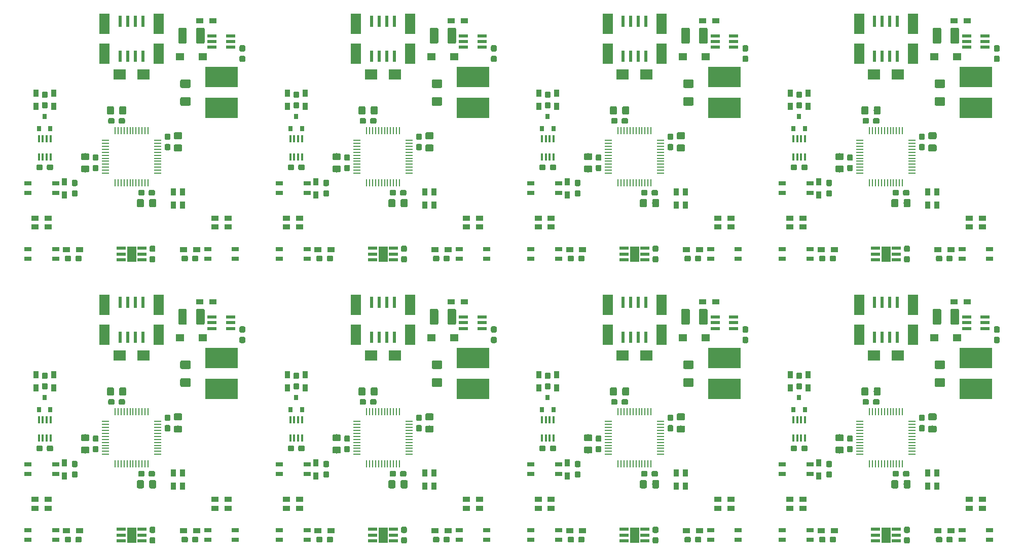
<source format=gbr>
%TF.GenerationSoftware,KiCad,Pcbnew,5.0.1-33cea8e~67~ubuntu18.04.1*%
%TF.CreationDate,2019-01-02T13:46:17+01:00*%
%TF.ProjectId,hvac-sensor-module_pcb-panel,687661632D73656E736F722D6D6F6475,1.0*%
%TF.SameCoordinates,Original*%
%TF.FileFunction,Paste,Top*%
%TF.FilePolarity,Positive*%
%FSLAX46Y46*%
G04 Gerber Fmt 4.6, Leading zero omitted, Abs format (unit mm)*
G04 Created by KiCad (PCBNEW 5.0.1-33cea8e~67~ubuntu18.04.1) date Mi 02 Jan 2019 13:46:17 CET*
%MOMM*%
%LPD*%
G01*
G04 APERTURE LIST*
%ADD10R,1.400000X1.200000*%
%ADD11R,1.800000X3.500000*%
%ADD12R,1.200000X0.900000*%
%ADD13R,5.500000X3.500000*%
%ADD14R,2.000000X1.700000*%
%ADD15R,1.200000X0.800000*%
%ADD16R,0.900000X1.200000*%
%ADD17C,0.100000*%
%ADD18C,1.425000*%
%ADD19C,0.950000*%
%ADD20R,1.500000X0.600000*%
%ADD21R,1.300000X0.250000*%
%ADD22R,0.250000X1.300000*%
%ADD23R,0.800000X0.900000*%
%ADD24C,1.150000*%
%ADD25R,0.600000X1.950000*%
%ADD26R,1.600000X2.500000*%
%ADD27R,1.500000X0.500000*%
%ADD28R,0.450000X1.300000*%
G04 APERTURE END LIST*
D10*
X204100000Y-105000000D03*
X207900000Y-105000000D03*
X204100000Y-58000000D03*
X207900000Y-58000000D03*
X162100000Y-105000000D03*
X165900000Y-105000000D03*
X162100000Y-58000000D03*
X165900000Y-58000000D03*
X120100000Y-105000000D03*
X123900000Y-105000000D03*
X120100000Y-58000000D03*
X123900000Y-58000000D03*
X78100000Y-105000000D03*
X81900000Y-105000000D03*
D11*
X191500000Y-104500000D03*
X191500000Y-99500000D03*
X191500000Y-57500000D03*
X191500000Y-52500000D03*
X149500000Y-104500000D03*
X149500000Y-99500000D03*
X149500000Y-57500000D03*
X149500000Y-52500000D03*
X107500000Y-104500000D03*
X107500000Y-99500000D03*
X107500000Y-57500000D03*
X107500000Y-52500000D03*
X65500000Y-104500000D03*
X65500000Y-99500000D03*
X200500000Y-99500000D03*
X200500000Y-104500000D03*
X200500000Y-52500000D03*
X200500000Y-57500000D03*
X158500000Y-99500000D03*
X158500000Y-104500000D03*
X158500000Y-52500000D03*
X158500000Y-57500000D03*
X116500000Y-99500000D03*
X116500000Y-104500000D03*
X116500000Y-52500000D03*
X116500000Y-57500000D03*
X74500000Y-99500000D03*
X74500000Y-104500000D03*
D12*
X179900000Y-132000000D03*
X182100000Y-132000000D03*
X179900000Y-85000000D03*
X182100000Y-85000000D03*
X137900000Y-132000000D03*
X140100000Y-132000000D03*
X137900000Y-85000000D03*
X140100000Y-85000000D03*
X95900000Y-132000000D03*
X98100000Y-132000000D03*
X95900000Y-85000000D03*
X98100000Y-85000000D03*
X53900000Y-132000000D03*
X56100000Y-132000000D03*
X209600000Y-99000000D03*
X207400000Y-99000000D03*
X209600000Y-52000000D03*
X207400000Y-52000000D03*
X167600000Y-99000000D03*
X165400000Y-99000000D03*
X167600000Y-52000000D03*
X165400000Y-52000000D03*
X125600000Y-99000000D03*
X123400000Y-99000000D03*
X125600000Y-52000000D03*
X123400000Y-52000000D03*
X83600000Y-99000000D03*
X81400000Y-99000000D03*
X209900000Y-132000000D03*
X212100000Y-132000000D03*
X209900000Y-85000000D03*
X212100000Y-85000000D03*
X167900000Y-132000000D03*
X170100000Y-132000000D03*
X167900000Y-85000000D03*
X170100000Y-85000000D03*
X125900000Y-132000000D03*
X128100000Y-132000000D03*
X125900000Y-85000000D03*
X128100000Y-85000000D03*
X83900000Y-132000000D03*
X86100000Y-132000000D03*
D13*
X211000000Y-108400000D03*
X211000000Y-113600000D03*
X211000000Y-61400000D03*
X211000000Y-66600000D03*
X169000000Y-108400000D03*
X169000000Y-113600000D03*
X169000000Y-61400000D03*
X169000000Y-66600000D03*
X127000000Y-108400000D03*
X127000000Y-113600000D03*
X127000000Y-61400000D03*
X127000000Y-66600000D03*
X85000000Y-108400000D03*
X85000000Y-113600000D03*
D12*
X187350000Y-137250000D03*
X185150000Y-137250000D03*
X187350000Y-90250000D03*
X185150000Y-90250000D03*
X145350000Y-137250000D03*
X143150000Y-137250000D03*
X145350000Y-90250000D03*
X143150000Y-90250000D03*
X103350000Y-137250000D03*
X101150000Y-137250000D03*
X103350000Y-90250000D03*
X101150000Y-90250000D03*
X61350000Y-137250000D03*
X59150000Y-137250000D03*
X206850000Y-137250000D03*
X204650000Y-137250000D03*
X206850000Y-90250000D03*
X204650000Y-90250000D03*
X164850000Y-137250000D03*
X162650000Y-137250000D03*
X164850000Y-90250000D03*
X162650000Y-90250000D03*
X122850000Y-137250000D03*
X120650000Y-137250000D03*
X122850000Y-90250000D03*
X120650000Y-90250000D03*
X80850000Y-137250000D03*
X78650000Y-137250000D03*
D14*
X198000000Y-108000000D03*
X194000000Y-108000000D03*
X198000000Y-61000000D03*
X194000000Y-61000000D03*
X156000000Y-108000000D03*
X152000000Y-108000000D03*
X156000000Y-61000000D03*
X152000000Y-61000000D03*
X114000000Y-108000000D03*
X110000000Y-108000000D03*
X114000000Y-61000000D03*
X110000000Y-61000000D03*
X72000000Y-108000000D03*
X68000000Y-108000000D03*
D15*
X178700000Y-138800000D03*
X183300000Y-137200000D03*
X178700000Y-137200000D03*
X183300000Y-138800000D03*
X178700000Y-91800000D03*
X183300000Y-90200000D03*
X178700000Y-90200000D03*
X183300000Y-91800000D03*
X136700000Y-138800000D03*
X141300000Y-137200000D03*
X136700000Y-137200000D03*
X141300000Y-138800000D03*
X136700000Y-91800000D03*
X141300000Y-90200000D03*
X136700000Y-90200000D03*
X141300000Y-91800000D03*
X94700000Y-138800000D03*
X99300000Y-137200000D03*
X94700000Y-137200000D03*
X99300000Y-138800000D03*
X94700000Y-91800000D03*
X99300000Y-90200000D03*
X94700000Y-90200000D03*
X99300000Y-91800000D03*
X52700000Y-138800000D03*
X57300000Y-137200000D03*
X52700000Y-137200000D03*
X57300000Y-138800000D03*
D16*
X203000000Y-129850000D03*
X203000000Y-127650000D03*
X203000000Y-82850000D03*
X203000000Y-80650000D03*
X161000000Y-129850000D03*
X161000000Y-127650000D03*
X161000000Y-82850000D03*
X161000000Y-80650000D03*
X119000000Y-129850000D03*
X119000000Y-127650000D03*
X119000000Y-82850000D03*
X119000000Y-80650000D03*
X77000000Y-129850000D03*
X77000000Y-127650000D03*
D17*
G36*
X205649504Y-108801204D02*
X205673773Y-108804804D01*
X205697571Y-108810765D01*
X205720671Y-108819030D01*
X205742849Y-108829520D01*
X205763893Y-108842133D01*
X205783598Y-108856747D01*
X205801777Y-108873223D01*
X205818253Y-108891402D01*
X205832867Y-108911107D01*
X205845480Y-108932151D01*
X205855970Y-108954329D01*
X205864235Y-108977429D01*
X205870196Y-109001227D01*
X205873796Y-109025496D01*
X205875000Y-109050000D01*
X205875000Y-109975000D01*
X205873796Y-109999504D01*
X205870196Y-110023773D01*
X205864235Y-110047571D01*
X205855970Y-110070671D01*
X205845480Y-110092849D01*
X205832867Y-110113893D01*
X205818253Y-110133598D01*
X205801777Y-110151777D01*
X205783598Y-110168253D01*
X205763893Y-110182867D01*
X205742849Y-110195480D01*
X205720671Y-110205970D01*
X205697571Y-110214235D01*
X205673773Y-110220196D01*
X205649504Y-110223796D01*
X205625000Y-110225000D01*
X204375000Y-110225000D01*
X204350496Y-110223796D01*
X204326227Y-110220196D01*
X204302429Y-110214235D01*
X204279329Y-110205970D01*
X204257151Y-110195480D01*
X204236107Y-110182867D01*
X204216402Y-110168253D01*
X204198223Y-110151777D01*
X204181747Y-110133598D01*
X204167133Y-110113893D01*
X204154520Y-110092849D01*
X204144030Y-110070671D01*
X204135765Y-110047571D01*
X204129804Y-110023773D01*
X204126204Y-109999504D01*
X204125000Y-109975000D01*
X204125000Y-109050000D01*
X204126204Y-109025496D01*
X204129804Y-109001227D01*
X204135765Y-108977429D01*
X204144030Y-108954329D01*
X204154520Y-108932151D01*
X204167133Y-108911107D01*
X204181747Y-108891402D01*
X204198223Y-108873223D01*
X204216402Y-108856747D01*
X204236107Y-108842133D01*
X204257151Y-108829520D01*
X204279329Y-108819030D01*
X204302429Y-108810765D01*
X204326227Y-108804804D01*
X204350496Y-108801204D01*
X204375000Y-108800000D01*
X205625000Y-108800000D01*
X205649504Y-108801204D01*
X205649504Y-108801204D01*
G37*
D18*
X205000000Y-109512500D03*
D17*
G36*
X205649504Y-111776204D02*
X205673773Y-111779804D01*
X205697571Y-111785765D01*
X205720671Y-111794030D01*
X205742849Y-111804520D01*
X205763893Y-111817133D01*
X205783598Y-111831747D01*
X205801777Y-111848223D01*
X205818253Y-111866402D01*
X205832867Y-111886107D01*
X205845480Y-111907151D01*
X205855970Y-111929329D01*
X205864235Y-111952429D01*
X205870196Y-111976227D01*
X205873796Y-112000496D01*
X205875000Y-112025000D01*
X205875000Y-112950000D01*
X205873796Y-112974504D01*
X205870196Y-112998773D01*
X205864235Y-113022571D01*
X205855970Y-113045671D01*
X205845480Y-113067849D01*
X205832867Y-113088893D01*
X205818253Y-113108598D01*
X205801777Y-113126777D01*
X205783598Y-113143253D01*
X205763893Y-113157867D01*
X205742849Y-113170480D01*
X205720671Y-113180970D01*
X205697571Y-113189235D01*
X205673773Y-113195196D01*
X205649504Y-113198796D01*
X205625000Y-113200000D01*
X204375000Y-113200000D01*
X204350496Y-113198796D01*
X204326227Y-113195196D01*
X204302429Y-113189235D01*
X204279329Y-113180970D01*
X204257151Y-113170480D01*
X204236107Y-113157867D01*
X204216402Y-113143253D01*
X204198223Y-113126777D01*
X204181747Y-113108598D01*
X204167133Y-113088893D01*
X204154520Y-113067849D01*
X204144030Y-113045671D01*
X204135765Y-113022571D01*
X204129804Y-112998773D01*
X204126204Y-112974504D01*
X204125000Y-112950000D01*
X204125000Y-112025000D01*
X204126204Y-112000496D01*
X204129804Y-111976227D01*
X204135765Y-111952429D01*
X204144030Y-111929329D01*
X204154520Y-111907151D01*
X204167133Y-111886107D01*
X204181747Y-111866402D01*
X204198223Y-111848223D01*
X204216402Y-111831747D01*
X204236107Y-111817133D01*
X204257151Y-111804520D01*
X204279329Y-111794030D01*
X204302429Y-111785765D01*
X204326227Y-111779804D01*
X204350496Y-111776204D01*
X204375000Y-111775000D01*
X205625000Y-111775000D01*
X205649504Y-111776204D01*
X205649504Y-111776204D01*
G37*
D18*
X205000000Y-112487500D03*
D17*
G36*
X205649504Y-61801204D02*
X205673773Y-61804804D01*
X205697571Y-61810765D01*
X205720671Y-61819030D01*
X205742849Y-61829520D01*
X205763893Y-61842133D01*
X205783598Y-61856747D01*
X205801777Y-61873223D01*
X205818253Y-61891402D01*
X205832867Y-61911107D01*
X205845480Y-61932151D01*
X205855970Y-61954329D01*
X205864235Y-61977429D01*
X205870196Y-62001227D01*
X205873796Y-62025496D01*
X205875000Y-62050000D01*
X205875000Y-62975000D01*
X205873796Y-62999504D01*
X205870196Y-63023773D01*
X205864235Y-63047571D01*
X205855970Y-63070671D01*
X205845480Y-63092849D01*
X205832867Y-63113893D01*
X205818253Y-63133598D01*
X205801777Y-63151777D01*
X205783598Y-63168253D01*
X205763893Y-63182867D01*
X205742849Y-63195480D01*
X205720671Y-63205970D01*
X205697571Y-63214235D01*
X205673773Y-63220196D01*
X205649504Y-63223796D01*
X205625000Y-63225000D01*
X204375000Y-63225000D01*
X204350496Y-63223796D01*
X204326227Y-63220196D01*
X204302429Y-63214235D01*
X204279329Y-63205970D01*
X204257151Y-63195480D01*
X204236107Y-63182867D01*
X204216402Y-63168253D01*
X204198223Y-63151777D01*
X204181747Y-63133598D01*
X204167133Y-63113893D01*
X204154520Y-63092849D01*
X204144030Y-63070671D01*
X204135765Y-63047571D01*
X204129804Y-63023773D01*
X204126204Y-62999504D01*
X204125000Y-62975000D01*
X204125000Y-62050000D01*
X204126204Y-62025496D01*
X204129804Y-62001227D01*
X204135765Y-61977429D01*
X204144030Y-61954329D01*
X204154520Y-61932151D01*
X204167133Y-61911107D01*
X204181747Y-61891402D01*
X204198223Y-61873223D01*
X204216402Y-61856747D01*
X204236107Y-61842133D01*
X204257151Y-61829520D01*
X204279329Y-61819030D01*
X204302429Y-61810765D01*
X204326227Y-61804804D01*
X204350496Y-61801204D01*
X204375000Y-61800000D01*
X205625000Y-61800000D01*
X205649504Y-61801204D01*
X205649504Y-61801204D01*
G37*
D18*
X205000000Y-62512500D03*
D17*
G36*
X205649504Y-64776204D02*
X205673773Y-64779804D01*
X205697571Y-64785765D01*
X205720671Y-64794030D01*
X205742849Y-64804520D01*
X205763893Y-64817133D01*
X205783598Y-64831747D01*
X205801777Y-64848223D01*
X205818253Y-64866402D01*
X205832867Y-64886107D01*
X205845480Y-64907151D01*
X205855970Y-64929329D01*
X205864235Y-64952429D01*
X205870196Y-64976227D01*
X205873796Y-65000496D01*
X205875000Y-65025000D01*
X205875000Y-65950000D01*
X205873796Y-65974504D01*
X205870196Y-65998773D01*
X205864235Y-66022571D01*
X205855970Y-66045671D01*
X205845480Y-66067849D01*
X205832867Y-66088893D01*
X205818253Y-66108598D01*
X205801777Y-66126777D01*
X205783598Y-66143253D01*
X205763893Y-66157867D01*
X205742849Y-66170480D01*
X205720671Y-66180970D01*
X205697571Y-66189235D01*
X205673773Y-66195196D01*
X205649504Y-66198796D01*
X205625000Y-66200000D01*
X204375000Y-66200000D01*
X204350496Y-66198796D01*
X204326227Y-66195196D01*
X204302429Y-66189235D01*
X204279329Y-66180970D01*
X204257151Y-66170480D01*
X204236107Y-66157867D01*
X204216402Y-66143253D01*
X204198223Y-66126777D01*
X204181747Y-66108598D01*
X204167133Y-66088893D01*
X204154520Y-66067849D01*
X204144030Y-66045671D01*
X204135765Y-66022571D01*
X204129804Y-65998773D01*
X204126204Y-65974504D01*
X204125000Y-65950000D01*
X204125000Y-65025000D01*
X204126204Y-65000496D01*
X204129804Y-64976227D01*
X204135765Y-64952429D01*
X204144030Y-64929329D01*
X204154520Y-64907151D01*
X204167133Y-64886107D01*
X204181747Y-64866402D01*
X204198223Y-64848223D01*
X204216402Y-64831747D01*
X204236107Y-64817133D01*
X204257151Y-64804520D01*
X204279329Y-64794030D01*
X204302429Y-64785765D01*
X204326227Y-64779804D01*
X204350496Y-64776204D01*
X204375000Y-64775000D01*
X205625000Y-64775000D01*
X205649504Y-64776204D01*
X205649504Y-64776204D01*
G37*
D18*
X205000000Y-65487500D03*
D17*
G36*
X163649504Y-108801204D02*
X163673773Y-108804804D01*
X163697571Y-108810765D01*
X163720671Y-108819030D01*
X163742849Y-108829520D01*
X163763893Y-108842133D01*
X163783598Y-108856747D01*
X163801777Y-108873223D01*
X163818253Y-108891402D01*
X163832867Y-108911107D01*
X163845480Y-108932151D01*
X163855970Y-108954329D01*
X163864235Y-108977429D01*
X163870196Y-109001227D01*
X163873796Y-109025496D01*
X163875000Y-109050000D01*
X163875000Y-109975000D01*
X163873796Y-109999504D01*
X163870196Y-110023773D01*
X163864235Y-110047571D01*
X163855970Y-110070671D01*
X163845480Y-110092849D01*
X163832867Y-110113893D01*
X163818253Y-110133598D01*
X163801777Y-110151777D01*
X163783598Y-110168253D01*
X163763893Y-110182867D01*
X163742849Y-110195480D01*
X163720671Y-110205970D01*
X163697571Y-110214235D01*
X163673773Y-110220196D01*
X163649504Y-110223796D01*
X163625000Y-110225000D01*
X162375000Y-110225000D01*
X162350496Y-110223796D01*
X162326227Y-110220196D01*
X162302429Y-110214235D01*
X162279329Y-110205970D01*
X162257151Y-110195480D01*
X162236107Y-110182867D01*
X162216402Y-110168253D01*
X162198223Y-110151777D01*
X162181747Y-110133598D01*
X162167133Y-110113893D01*
X162154520Y-110092849D01*
X162144030Y-110070671D01*
X162135765Y-110047571D01*
X162129804Y-110023773D01*
X162126204Y-109999504D01*
X162125000Y-109975000D01*
X162125000Y-109050000D01*
X162126204Y-109025496D01*
X162129804Y-109001227D01*
X162135765Y-108977429D01*
X162144030Y-108954329D01*
X162154520Y-108932151D01*
X162167133Y-108911107D01*
X162181747Y-108891402D01*
X162198223Y-108873223D01*
X162216402Y-108856747D01*
X162236107Y-108842133D01*
X162257151Y-108829520D01*
X162279329Y-108819030D01*
X162302429Y-108810765D01*
X162326227Y-108804804D01*
X162350496Y-108801204D01*
X162375000Y-108800000D01*
X163625000Y-108800000D01*
X163649504Y-108801204D01*
X163649504Y-108801204D01*
G37*
D18*
X163000000Y-109512500D03*
D17*
G36*
X163649504Y-111776204D02*
X163673773Y-111779804D01*
X163697571Y-111785765D01*
X163720671Y-111794030D01*
X163742849Y-111804520D01*
X163763893Y-111817133D01*
X163783598Y-111831747D01*
X163801777Y-111848223D01*
X163818253Y-111866402D01*
X163832867Y-111886107D01*
X163845480Y-111907151D01*
X163855970Y-111929329D01*
X163864235Y-111952429D01*
X163870196Y-111976227D01*
X163873796Y-112000496D01*
X163875000Y-112025000D01*
X163875000Y-112950000D01*
X163873796Y-112974504D01*
X163870196Y-112998773D01*
X163864235Y-113022571D01*
X163855970Y-113045671D01*
X163845480Y-113067849D01*
X163832867Y-113088893D01*
X163818253Y-113108598D01*
X163801777Y-113126777D01*
X163783598Y-113143253D01*
X163763893Y-113157867D01*
X163742849Y-113170480D01*
X163720671Y-113180970D01*
X163697571Y-113189235D01*
X163673773Y-113195196D01*
X163649504Y-113198796D01*
X163625000Y-113200000D01*
X162375000Y-113200000D01*
X162350496Y-113198796D01*
X162326227Y-113195196D01*
X162302429Y-113189235D01*
X162279329Y-113180970D01*
X162257151Y-113170480D01*
X162236107Y-113157867D01*
X162216402Y-113143253D01*
X162198223Y-113126777D01*
X162181747Y-113108598D01*
X162167133Y-113088893D01*
X162154520Y-113067849D01*
X162144030Y-113045671D01*
X162135765Y-113022571D01*
X162129804Y-112998773D01*
X162126204Y-112974504D01*
X162125000Y-112950000D01*
X162125000Y-112025000D01*
X162126204Y-112000496D01*
X162129804Y-111976227D01*
X162135765Y-111952429D01*
X162144030Y-111929329D01*
X162154520Y-111907151D01*
X162167133Y-111886107D01*
X162181747Y-111866402D01*
X162198223Y-111848223D01*
X162216402Y-111831747D01*
X162236107Y-111817133D01*
X162257151Y-111804520D01*
X162279329Y-111794030D01*
X162302429Y-111785765D01*
X162326227Y-111779804D01*
X162350496Y-111776204D01*
X162375000Y-111775000D01*
X163625000Y-111775000D01*
X163649504Y-111776204D01*
X163649504Y-111776204D01*
G37*
D18*
X163000000Y-112487500D03*
D17*
G36*
X163649504Y-61801204D02*
X163673773Y-61804804D01*
X163697571Y-61810765D01*
X163720671Y-61819030D01*
X163742849Y-61829520D01*
X163763893Y-61842133D01*
X163783598Y-61856747D01*
X163801777Y-61873223D01*
X163818253Y-61891402D01*
X163832867Y-61911107D01*
X163845480Y-61932151D01*
X163855970Y-61954329D01*
X163864235Y-61977429D01*
X163870196Y-62001227D01*
X163873796Y-62025496D01*
X163875000Y-62050000D01*
X163875000Y-62975000D01*
X163873796Y-62999504D01*
X163870196Y-63023773D01*
X163864235Y-63047571D01*
X163855970Y-63070671D01*
X163845480Y-63092849D01*
X163832867Y-63113893D01*
X163818253Y-63133598D01*
X163801777Y-63151777D01*
X163783598Y-63168253D01*
X163763893Y-63182867D01*
X163742849Y-63195480D01*
X163720671Y-63205970D01*
X163697571Y-63214235D01*
X163673773Y-63220196D01*
X163649504Y-63223796D01*
X163625000Y-63225000D01*
X162375000Y-63225000D01*
X162350496Y-63223796D01*
X162326227Y-63220196D01*
X162302429Y-63214235D01*
X162279329Y-63205970D01*
X162257151Y-63195480D01*
X162236107Y-63182867D01*
X162216402Y-63168253D01*
X162198223Y-63151777D01*
X162181747Y-63133598D01*
X162167133Y-63113893D01*
X162154520Y-63092849D01*
X162144030Y-63070671D01*
X162135765Y-63047571D01*
X162129804Y-63023773D01*
X162126204Y-62999504D01*
X162125000Y-62975000D01*
X162125000Y-62050000D01*
X162126204Y-62025496D01*
X162129804Y-62001227D01*
X162135765Y-61977429D01*
X162144030Y-61954329D01*
X162154520Y-61932151D01*
X162167133Y-61911107D01*
X162181747Y-61891402D01*
X162198223Y-61873223D01*
X162216402Y-61856747D01*
X162236107Y-61842133D01*
X162257151Y-61829520D01*
X162279329Y-61819030D01*
X162302429Y-61810765D01*
X162326227Y-61804804D01*
X162350496Y-61801204D01*
X162375000Y-61800000D01*
X163625000Y-61800000D01*
X163649504Y-61801204D01*
X163649504Y-61801204D01*
G37*
D18*
X163000000Y-62512500D03*
D17*
G36*
X163649504Y-64776204D02*
X163673773Y-64779804D01*
X163697571Y-64785765D01*
X163720671Y-64794030D01*
X163742849Y-64804520D01*
X163763893Y-64817133D01*
X163783598Y-64831747D01*
X163801777Y-64848223D01*
X163818253Y-64866402D01*
X163832867Y-64886107D01*
X163845480Y-64907151D01*
X163855970Y-64929329D01*
X163864235Y-64952429D01*
X163870196Y-64976227D01*
X163873796Y-65000496D01*
X163875000Y-65025000D01*
X163875000Y-65950000D01*
X163873796Y-65974504D01*
X163870196Y-65998773D01*
X163864235Y-66022571D01*
X163855970Y-66045671D01*
X163845480Y-66067849D01*
X163832867Y-66088893D01*
X163818253Y-66108598D01*
X163801777Y-66126777D01*
X163783598Y-66143253D01*
X163763893Y-66157867D01*
X163742849Y-66170480D01*
X163720671Y-66180970D01*
X163697571Y-66189235D01*
X163673773Y-66195196D01*
X163649504Y-66198796D01*
X163625000Y-66200000D01*
X162375000Y-66200000D01*
X162350496Y-66198796D01*
X162326227Y-66195196D01*
X162302429Y-66189235D01*
X162279329Y-66180970D01*
X162257151Y-66170480D01*
X162236107Y-66157867D01*
X162216402Y-66143253D01*
X162198223Y-66126777D01*
X162181747Y-66108598D01*
X162167133Y-66088893D01*
X162154520Y-66067849D01*
X162144030Y-66045671D01*
X162135765Y-66022571D01*
X162129804Y-65998773D01*
X162126204Y-65974504D01*
X162125000Y-65950000D01*
X162125000Y-65025000D01*
X162126204Y-65000496D01*
X162129804Y-64976227D01*
X162135765Y-64952429D01*
X162144030Y-64929329D01*
X162154520Y-64907151D01*
X162167133Y-64886107D01*
X162181747Y-64866402D01*
X162198223Y-64848223D01*
X162216402Y-64831747D01*
X162236107Y-64817133D01*
X162257151Y-64804520D01*
X162279329Y-64794030D01*
X162302429Y-64785765D01*
X162326227Y-64779804D01*
X162350496Y-64776204D01*
X162375000Y-64775000D01*
X163625000Y-64775000D01*
X163649504Y-64776204D01*
X163649504Y-64776204D01*
G37*
D18*
X163000000Y-65487500D03*
D17*
G36*
X121649504Y-108801204D02*
X121673773Y-108804804D01*
X121697571Y-108810765D01*
X121720671Y-108819030D01*
X121742849Y-108829520D01*
X121763893Y-108842133D01*
X121783598Y-108856747D01*
X121801777Y-108873223D01*
X121818253Y-108891402D01*
X121832867Y-108911107D01*
X121845480Y-108932151D01*
X121855970Y-108954329D01*
X121864235Y-108977429D01*
X121870196Y-109001227D01*
X121873796Y-109025496D01*
X121875000Y-109050000D01*
X121875000Y-109975000D01*
X121873796Y-109999504D01*
X121870196Y-110023773D01*
X121864235Y-110047571D01*
X121855970Y-110070671D01*
X121845480Y-110092849D01*
X121832867Y-110113893D01*
X121818253Y-110133598D01*
X121801777Y-110151777D01*
X121783598Y-110168253D01*
X121763893Y-110182867D01*
X121742849Y-110195480D01*
X121720671Y-110205970D01*
X121697571Y-110214235D01*
X121673773Y-110220196D01*
X121649504Y-110223796D01*
X121625000Y-110225000D01*
X120375000Y-110225000D01*
X120350496Y-110223796D01*
X120326227Y-110220196D01*
X120302429Y-110214235D01*
X120279329Y-110205970D01*
X120257151Y-110195480D01*
X120236107Y-110182867D01*
X120216402Y-110168253D01*
X120198223Y-110151777D01*
X120181747Y-110133598D01*
X120167133Y-110113893D01*
X120154520Y-110092849D01*
X120144030Y-110070671D01*
X120135765Y-110047571D01*
X120129804Y-110023773D01*
X120126204Y-109999504D01*
X120125000Y-109975000D01*
X120125000Y-109050000D01*
X120126204Y-109025496D01*
X120129804Y-109001227D01*
X120135765Y-108977429D01*
X120144030Y-108954329D01*
X120154520Y-108932151D01*
X120167133Y-108911107D01*
X120181747Y-108891402D01*
X120198223Y-108873223D01*
X120216402Y-108856747D01*
X120236107Y-108842133D01*
X120257151Y-108829520D01*
X120279329Y-108819030D01*
X120302429Y-108810765D01*
X120326227Y-108804804D01*
X120350496Y-108801204D01*
X120375000Y-108800000D01*
X121625000Y-108800000D01*
X121649504Y-108801204D01*
X121649504Y-108801204D01*
G37*
D18*
X121000000Y-109512500D03*
D17*
G36*
X121649504Y-111776204D02*
X121673773Y-111779804D01*
X121697571Y-111785765D01*
X121720671Y-111794030D01*
X121742849Y-111804520D01*
X121763893Y-111817133D01*
X121783598Y-111831747D01*
X121801777Y-111848223D01*
X121818253Y-111866402D01*
X121832867Y-111886107D01*
X121845480Y-111907151D01*
X121855970Y-111929329D01*
X121864235Y-111952429D01*
X121870196Y-111976227D01*
X121873796Y-112000496D01*
X121875000Y-112025000D01*
X121875000Y-112950000D01*
X121873796Y-112974504D01*
X121870196Y-112998773D01*
X121864235Y-113022571D01*
X121855970Y-113045671D01*
X121845480Y-113067849D01*
X121832867Y-113088893D01*
X121818253Y-113108598D01*
X121801777Y-113126777D01*
X121783598Y-113143253D01*
X121763893Y-113157867D01*
X121742849Y-113170480D01*
X121720671Y-113180970D01*
X121697571Y-113189235D01*
X121673773Y-113195196D01*
X121649504Y-113198796D01*
X121625000Y-113200000D01*
X120375000Y-113200000D01*
X120350496Y-113198796D01*
X120326227Y-113195196D01*
X120302429Y-113189235D01*
X120279329Y-113180970D01*
X120257151Y-113170480D01*
X120236107Y-113157867D01*
X120216402Y-113143253D01*
X120198223Y-113126777D01*
X120181747Y-113108598D01*
X120167133Y-113088893D01*
X120154520Y-113067849D01*
X120144030Y-113045671D01*
X120135765Y-113022571D01*
X120129804Y-112998773D01*
X120126204Y-112974504D01*
X120125000Y-112950000D01*
X120125000Y-112025000D01*
X120126204Y-112000496D01*
X120129804Y-111976227D01*
X120135765Y-111952429D01*
X120144030Y-111929329D01*
X120154520Y-111907151D01*
X120167133Y-111886107D01*
X120181747Y-111866402D01*
X120198223Y-111848223D01*
X120216402Y-111831747D01*
X120236107Y-111817133D01*
X120257151Y-111804520D01*
X120279329Y-111794030D01*
X120302429Y-111785765D01*
X120326227Y-111779804D01*
X120350496Y-111776204D01*
X120375000Y-111775000D01*
X121625000Y-111775000D01*
X121649504Y-111776204D01*
X121649504Y-111776204D01*
G37*
D18*
X121000000Y-112487500D03*
D17*
G36*
X121649504Y-61801204D02*
X121673773Y-61804804D01*
X121697571Y-61810765D01*
X121720671Y-61819030D01*
X121742849Y-61829520D01*
X121763893Y-61842133D01*
X121783598Y-61856747D01*
X121801777Y-61873223D01*
X121818253Y-61891402D01*
X121832867Y-61911107D01*
X121845480Y-61932151D01*
X121855970Y-61954329D01*
X121864235Y-61977429D01*
X121870196Y-62001227D01*
X121873796Y-62025496D01*
X121875000Y-62050000D01*
X121875000Y-62975000D01*
X121873796Y-62999504D01*
X121870196Y-63023773D01*
X121864235Y-63047571D01*
X121855970Y-63070671D01*
X121845480Y-63092849D01*
X121832867Y-63113893D01*
X121818253Y-63133598D01*
X121801777Y-63151777D01*
X121783598Y-63168253D01*
X121763893Y-63182867D01*
X121742849Y-63195480D01*
X121720671Y-63205970D01*
X121697571Y-63214235D01*
X121673773Y-63220196D01*
X121649504Y-63223796D01*
X121625000Y-63225000D01*
X120375000Y-63225000D01*
X120350496Y-63223796D01*
X120326227Y-63220196D01*
X120302429Y-63214235D01*
X120279329Y-63205970D01*
X120257151Y-63195480D01*
X120236107Y-63182867D01*
X120216402Y-63168253D01*
X120198223Y-63151777D01*
X120181747Y-63133598D01*
X120167133Y-63113893D01*
X120154520Y-63092849D01*
X120144030Y-63070671D01*
X120135765Y-63047571D01*
X120129804Y-63023773D01*
X120126204Y-62999504D01*
X120125000Y-62975000D01*
X120125000Y-62050000D01*
X120126204Y-62025496D01*
X120129804Y-62001227D01*
X120135765Y-61977429D01*
X120144030Y-61954329D01*
X120154520Y-61932151D01*
X120167133Y-61911107D01*
X120181747Y-61891402D01*
X120198223Y-61873223D01*
X120216402Y-61856747D01*
X120236107Y-61842133D01*
X120257151Y-61829520D01*
X120279329Y-61819030D01*
X120302429Y-61810765D01*
X120326227Y-61804804D01*
X120350496Y-61801204D01*
X120375000Y-61800000D01*
X121625000Y-61800000D01*
X121649504Y-61801204D01*
X121649504Y-61801204D01*
G37*
D18*
X121000000Y-62512500D03*
D17*
G36*
X121649504Y-64776204D02*
X121673773Y-64779804D01*
X121697571Y-64785765D01*
X121720671Y-64794030D01*
X121742849Y-64804520D01*
X121763893Y-64817133D01*
X121783598Y-64831747D01*
X121801777Y-64848223D01*
X121818253Y-64866402D01*
X121832867Y-64886107D01*
X121845480Y-64907151D01*
X121855970Y-64929329D01*
X121864235Y-64952429D01*
X121870196Y-64976227D01*
X121873796Y-65000496D01*
X121875000Y-65025000D01*
X121875000Y-65950000D01*
X121873796Y-65974504D01*
X121870196Y-65998773D01*
X121864235Y-66022571D01*
X121855970Y-66045671D01*
X121845480Y-66067849D01*
X121832867Y-66088893D01*
X121818253Y-66108598D01*
X121801777Y-66126777D01*
X121783598Y-66143253D01*
X121763893Y-66157867D01*
X121742849Y-66170480D01*
X121720671Y-66180970D01*
X121697571Y-66189235D01*
X121673773Y-66195196D01*
X121649504Y-66198796D01*
X121625000Y-66200000D01*
X120375000Y-66200000D01*
X120350496Y-66198796D01*
X120326227Y-66195196D01*
X120302429Y-66189235D01*
X120279329Y-66180970D01*
X120257151Y-66170480D01*
X120236107Y-66157867D01*
X120216402Y-66143253D01*
X120198223Y-66126777D01*
X120181747Y-66108598D01*
X120167133Y-66088893D01*
X120154520Y-66067849D01*
X120144030Y-66045671D01*
X120135765Y-66022571D01*
X120129804Y-65998773D01*
X120126204Y-65974504D01*
X120125000Y-65950000D01*
X120125000Y-65025000D01*
X120126204Y-65000496D01*
X120129804Y-64976227D01*
X120135765Y-64952429D01*
X120144030Y-64929329D01*
X120154520Y-64907151D01*
X120167133Y-64886107D01*
X120181747Y-64866402D01*
X120198223Y-64848223D01*
X120216402Y-64831747D01*
X120236107Y-64817133D01*
X120257151Y-64804520D01*
X120279329Y-64794030D01*
X120302429Y-64785765D01*
X120326227Y-64779804D01*
X120350496Y-64776204D01*
X120375000Y-64775000D01*
X121625000Y-64775000D01*
X121649504Y-64776204D01*
X121649504Y-64776204D01*
G37*
D18*
X121000000Y-65487500D03*
D17*
G36*
X79649504Y-108801204D02*
X79673773Y-108804804D01*
X79697571Y-108810765D01*
X79720671Y-108819030D01*
X79742849Y-108829520D01*
X79763893Y-108842133D01*
X79783598Y-108856747D01*
X79801777Y-108873223D01*
X79818253Y-108891402D01*
X79832867Y-108911107D01*
X79845480Y-108932151D01*
X79855970Y-108954329D01*
X79864235Y-108977429D01*
X79870196Y-109001227D01*
X79873796Y-109025496D01*
X79875000Y-109050000D01*
X79875000Y-109975000D01*
X79873796Y-109999504D01*
X79870196Y-110023773D01*
X79864235Y-110047571D01*
X79855970Y-110070671D01*
X79845480Y-110092849D01*
X79832867Y-110113893D01*
X79818253Y-110133598D01*
X79801777Y-110151777D01*
X79783598Y-110168253D01*
X79763893Y-110182867D01*
X79742849Y-110195480D01*
X79720671Y-110205970D01*
X79697571Y-110214235D01*
X79673773Y-110220196D01*
X79649504Y-110223796D01*
X79625000Y-110225000D01*
X78375000Y-110225000D01*
X78350496Y-110223796D01*
X78326227Y-110220196D01*
X78302429Y-110214235D01*
X78279329Y-110205970D01*
X78257151Y-110195480D01*
X78236107Y-110182867D01*
X78216402Y-110168253D01*
X78198223Y-110151777D01*
X78181747Y-110133598D01*
X78167133Y-110113893D01*
X78154520Y-110092849D01*
X78144030Y-110070671D01*
X78135765Y-110047571D01*
X78129804Y-110023773D01*
X78126204Y-109999504D01*
X78125000Y-109975000D01*
X78125000Y-109050000D01*
X78126204Y-109025496D01*
X78129804Y-109001227D01*
X78135765Y-108977429D01*
X78144030Y-108954329D01*
X78154520Y-108932151D01*
X78167133Y-108911107D01*
X78181747Y-108891402D01*
X78198223Y-108873223D01*
X78216402Y-108856747D01*
X78236107Y-108842133D01*
X78257151Y-108829520D01*
X78279329Y-108819030D01*
X78302429Y-108810765D01*
X78326227Y-108804804D01*
X78350496Y-108801204D01*
X78375000Y-108800000D01*
X79625000Y-108800000D01*
X79649504Y-108801204D01*
X79649504Y-108801204D01*
G37*
D18*
X79000000Y-109512500D03*
D17*
G36*
X79649504Y-111776204D02*
X79673773Y-111779804D01*
X79697571Y-111785765D01*
X79720671Y-111794030D01*
X79742849Y-111804520D01*
X79763893Y-111817133D01*
X79783598Y-111831747D01*
X79801777Y-111848223D01*
X79818253Y-111866402D01*
X79832867Y-111886107D01*
X79845480Y-111907151D01*
X79855970Y-111929329D01*
X79864235Y-111952429D01*
X79870196Y-111976227D01*
X79873796Y-112000496D01*
X79875000Y-112025000D01*
X79875000Y-112950000D01*
X79873796Y-112974504D01*
X79870196Y-112998773D01*
X79864235Y-113022571D01*
X79855970Y-113045671D01*
X79845480Y-113067849D01*
X79832867Y-113088893D01*
X79818253Y-113108598D01*
X79801777Y-113126777D01*
X79783598Y-113143253D01*
X79763893Y-113157867D01*
X79742849Y-113170480D01*
X79720671Y-113180970D01*
X79697571Y-113189235D01*
X79673773Y-113195196D01*
X79649504Y-113198796D01*
X79625000Y-113200000D01*
X78375000Y-113200000D01*
X78350496Y-113198796D01*
X78326227Y-113195196D01*
X78302429Y-113189235D01*
X78279329Y-113180970D01*
X78257151Y-113170480D01*
X78236107Y-113157867D01*
X78216402Y-113143253D01*
X78198223Y-113126777D01*
X78181747Y-113108598D01*
X78167133Y-113088893D01*
X78154520Y-113067849D01*
X78144030Y-113045671D01*
X78135765Y-113022571D01*
X78129804Y-112998773D01*
X78126204Y-112974504D01*
X78125000Y-112950000D01*
X78125000Y-112025000D01*
X78126204Y-112000496D01*
X78129804Y-111976227D01*
X78135765Y-111952429D01*
X78144030Y-111929329D01*
X78154520Y-111907151D01*
X78167133Y-111886107D01*
X78181747Y-111866402D01*
X78198223Y-111848223D01*
X78216402Y-111831747D01*
X78236107Y-111817133D01*
X78257151Y-111804520D01*
X78279329Y-111794030D01*
X78302429Y-111785765D01*
X78326227Y-111779804D01*
X78350496Y-111776204D01*
X78375000Y-111775000D01*
X79625000Y-111775000D01*
X79649504Y-111776204D01*
X79649504Y-111776204D01*
G37*
D18*
X79000000Y-112487500D03*
D17*
G36*
X214760779Y-103101144D02*
X214783834Y-103104563D01*
X214806443Y-103110227D01*
X214828387Y-103118079D01*
X214849457Y-103128044D01*
X214869448Y-103140026D01*
X214888168Y-103153910D01*
X214905438Y-103169562D01*
X214921090Y-103186832D01*
X214934974Y-103205552D01*
X214946956Y-103225543D01*
X214956921Y-103246613D01*
X214964773Y-103268557D01*
X214970437Y-103291166D01*
X214973856Y-103314221D01*
X214975000Y-103337500D01*
X214975000Y-103912500D01*
X214973856Y-103935779D01*
X214970437Y-103958834D01*
X214964773Y-103981443D01*
X214956921Y-104003387D01*
X214946956Y-104024457D01*
X214934974Y-104044448D01*
X214921090Y-104063168D01*
X214905438Y-104080438D01*
X214888168Y-104096090D01*
X214869448Y-104109974D01*
X214849457Y-104121956D01*
X214828387Y-104131921D01*
X214806443Y-104139773D01*
X214783834Y-104145437D01*
X214760779Y-104148856D01*
X214737500Y-104150000D01*
X214262500Y-104150000D01*
X214239221Y-104148856D01*
X214216166Y-104145437D01*
X214193557Y-104139773D01*
X214171613Y-104131921D01*
X214150543Y-104121956D01*
X214130552Y-104109974D01*
X214111832Y-104096090D01*
X214094562Y-104080438D01*
X214078910Y-104063168D01*
X214065026Y-104044448D01*
X214053044Y-104024457D01*
X214043079Y-104003387D01*
X214035227Y-103981443D01*
X214029563Y-103958834D01*
X214026144Y-103935779D01*
X214025000Y-103912500D01*
X214025000Y-103337500D01*
X214026144Y-103314221D01*
X214029563Y-103291166D01*
X214035227Y-103268557D01*
X214043079Y-103246613D01*
X214053044Y-103225543D01*
X214065026Y-103205552D01*
X214078910Y-103186832D01*
X214094562Y-103169562D01*
X214111832Y-103153910D01*
X214130552Y-103140026D01*
X214150543Y-103128044D01*
X214171613Y-103118079D01*
X214193557Y-103110227D01*
X214216166Y-103104563D01*
X214239221Y-103101144D01*
X214262500Y-103100000D01*
X214737500Y-103100000D01*
X214760779Y-103101144D01*
X214760779Y-103101144D01*
G37*
D19*
X214500000Y-103625000D03*
D17*
G36*
X214760779Y-104851144D02*
X214783834Y-104854563D01*
X214806443Y-104860227D01*
X214828387Y-104868079D01*
X214849457Y-104878044D01*
X214869448Y-104890026D01*
X214888168Y-104903910D01*
X214905438Y-104919562D01*
X214921090Y-104936832D01*
X214934974Y-104955552D01*
X214946956Y-104975543D01*
X214956921Y-104996613D01*
X214964773Y-105018557D01*
X214970437Y-105041166D01*
X214973856Y-105064221D01*
X214975000Y-105087500D01*
X214975000Y-105662500D01*
X214973856Y-105685779D01*
X214970437Y-105708834D01*
X214964773Y-105731443D01*
X214956921Y-105753387D01*
X214946956Y-105774457D01*
X214934974Y-105794448D01*
X214921090Y-105813168D01*
X214905438Y-105830438D01*
X214888168Y-105846090D01*
X214869448Y-105859974D01*
X214849457Y-105871956D01*
X214828387Y-105881921D01*
X214806443Y-105889773D01*
X214783834Y-105895437D01*
X214760779Y-105898856D01*
X214737500Y-105900000D01*
X214262500Y-105900000D01*
X214239221Y-105898856D01*
X214216166Y-105895437D01*
X214193557Y-105889773D01*
X214171613Y-105881921D01*
X214150543Y-105871956D01*
X214130552Y-105859974D01*
X214111832Y-105846090D01*
X214094562Y-105830438D01*
X214078910Y-105813168D01*
X214065026Y-105794448D01*
X214053044Y-105774457D01*
X214043079Y-105753387D01*
X214035227Y-105731443D01*
X214029563Y-105708834D01*
X214026144Y-105685779D01*
X214025000Y-105662500D01*
X214025000Y-105087500D01*
X214026144Y-105064221D01*
X214029563Y-105041166D01*
X214035227Y-105018557D01*
X214043079Y-104996613D01*
X214053044Y-104975543D01*
X214065026Y-104955552D01*
X214078910Y-104936832D01*
X214094562Y-104919562D01*
X214111832Y-104903910D01*
X214130552Y-104890026D01*
X214150543Y-104878044D01*
X214171613Y-104868079D01*
X214193557Y-104860227D01*
X214216166Y-104854563D01*
X214239221Y-104851144D01*
X214262500Y-104850000D01*
X214737500Y-104850000D01*
X214760779Y-104851144D01*
X214760779Y-104851144D01*
G37*
D19*
X214500000Y-105375000D03*
D17*
G36*
X214760779Y-56101144D02*
X214783834Y-56104563D01*
X214806443Y-56110227D01*
X214828387Y-56118079D01*
X214849457Y-56128044D01*
X214869448Y-56140026D01*
X214888168Y-56153910D01*
X214905438Y-56169562D01*
X214921090Y-56186832D01*
X214934974Y-56205552D01*
X214946956Y-56225543D01*
X214956921Y-56246613D01*
X214964773Y-56268557D01*
X214970437Y-56291166D01*
X214973856Y-56314221D01*
X214975000Y-56337500D01*
X214975000Y-56912500D01*
X214973856Y-56935779D01*
X214970437Y-56958834D01*
X214964773Y-56981443D01*
X214956921Y-57003387D01*
X214946956Y-57024457D01*
X214934974Y-57044448D01*
X214921090Y-57063168D01*
X214905438Y-57080438D01*
X214888168Y-57096090D01*
X214869448Y-57109974D01*
X214849457Y-57121956D01*
X214828387Y-57131921D01*
X214806443Y-57139773D01*
X214783834Y-57145437D01*
X214760779Y-57148856D01*
X214737500Y-57150000D01*
X214262500Y-57150000D01*
X214239221Y-57148856D01*
X214216166Y-57145437D01*
X214193557Y-57139773D01*
X214171613Y-57131921D01*
X214150543Y-57121956D01*
X214130552Y-57109974D01*
X214111832Y-57096090D01*
X214094562Y-57080438D01*
X214078910Y-57063168D01*
X214065026Y-57044448D01*
X214053044Y-57024457D01*
X214043079Y-57003387D01*
X214035227Y-56981443D01*
X214029563Y-56958834D01*
X214026144Y-56935779D01*
X214025000Y-56912500D01*
X214025000Y-56337500D01*
X214026144Y-56314221D01*
X214029563Y-56291166D01*
X214035227Y-56268557D01*
X214043079Y-56246613D01*
X214053044Y-56225543D01*
X214065026Y-56205552D01*
X214078910Y-56186832D01*
X214094562Y-56169562D01*
X214111832Y-56153910D01*
X214130552Y-56140026D01*
X214150543Y-56128044D01*
X214171613Y-56118079D01*
X214193557Y-56110227D01*
X214216166Y-56104563D01*
X214239221Y-56101144D01*
X214262500Y-56100000D01*
X214737500Y-56100000D01*
X214760779Y-56101144D01*
X214760779Y-56101144D01*
G37*
D19*
X214500000Y-56625000D03*
D17*
G36*
X214760779Y-57851144D02*
X214783834Y-57854563D01*
X214806443Y-57860227D01*
X214828387Y-57868079D01*
X214849457Y-57878044D01*
X214869448Y-57890026D01*
X214888168Y-57903910D01*
X214905438Y-57919562D01*
X214921090Y-57936832D01*
X214934974Y-57955552D01*
X214946956Y-57975543D01*
X214956921Y-57996613D01*
X214964773Y-58018557D01*
X214970437Y-58041166D01*
X214973856Y-58064221D01*
X214975000Y-58087500D01*
X214975000Y-58662500D01*
X214973856Y-58685779D01*
X214970437Y-58708834D01*
X214964773Y-58731443D01*
X214956921Y-58753387D01*
X214946956Y-58774457D01*
X214934974Y-58794448D01*
X214921090Y-58813168D01*
X214905438Y-58830438D01*
X214888168Y-58846090D01*
X214869448Y-58859974D01*
X214849457Y-58871956D01*
X214828387Y-58881921D01*
X214806443Y-58889773D01*
X214783834Y-58895437D01*
X214760779Y-58898856D01*
X214737500Y-58900000D01*
X214262500Y-58900000D01*
X214239221Y-58898856D01*
X214216166Y-58895437D01*
X214193557Y-58889773D01*
X214171613Y-58881921D01*
X214150543Y-58871956D01*
X214130552Y-58859974D01*
X214111832Y-58846090D01*
X214094562Y-58830438D01*
X214078910Y-58813168D01*
X214065026Y-58794448D01*
X214053044Y-58774457D01*
X214043079Y-58753387D01*
X214035227Y-58731443D01*
X214029563Y-58708834D01*
X214026144Y-58685779D01*
X214025000Y-58662500D01*
X214025000Y-58087500D01*
X214026144Y-58064221D01*
X214029563Y-58041166D01*
X214035227Y-58018557D01*
X214043079Y-57996613D01*
X214053044Y-57975543D01*
X214065026Y-57955552D01*
X214078910Y-57936832D01*
X214094562Y-57919562D01*
X214111832Y-57903910D01*
X214130552Y-57890026D01*
X214150543Y-57878044D01*
X214171613Y-57868079D01*
X214193557Y-57860227D01*
X214216166Y-57854563D01*
X214239221Y-57851144D01*
X214262500Y-57850000D01*
X214737500Y-57850000D01*
X214760779Y-57851144D01*
X214760779Y-57851144D01*
G37*
D19*
X214500000Y-58375000D03*
D17*
G36*
X172760779Y-103101144D02*
X172783834Y-103104563D01*
X172806443Y-103110227D01*
X172828387Y-103118079D01*
X172849457Y-103128044D01*
X172869448Y-103140026D01*
X172888168Y-103153910D01*
X172905438Y-103169562D01*
X172921090Y-103186832D01*
X172934974Y-103205552D01*
X172946956Y-103225543D01*
X172956921Y-103246613D01*
X172964773Y-103268557D01*
X172970437Y-103291166D01*
X172973856Y-103314221D01*
X172975000Y-103337500D01*
X172975000Y-103912500D01*
X172973856Y-103935779D01*
X172970437Y-103958834D01*
X172964773Y-103981443D01*
X172956921Y-104003387D01*
X172946956Y-104024457D01*
X172934974Y-104044448D01*
X172921090Y-104063168D01*
X172905438Y-104080438D01*
X172888168Y-104096090D01*
X172869448Y-104109974D01*
X172849457Y-104121956D01*
X172828387Y-104131921D01*
X172806443Y-104139773D01*
X172783834Y-104145437D01*
X172760779Y-104148856D01*
X172737500Y-104150000D01*
X172262500Y-104150000D01*
X172239221Y-104148856D01*
X172216166Y-104145437D01*
X172193557Y-104139773D01*
X172171613Y-104131921D01*
X172150543Y-104121956D01*
X172130552Y-104109974D01*
X172111832Y-104096090D01*
X172094562Y-104080438D01*
X172078910Y-104063168D01*
X172065026Y-104044448D01*
X172053044Y-104024457D01*
X172043079Y-104003387D01*
X172035227Y-103981443D01*
X172029563Y-103958834D01*
X172026144Y-103935779D01*
X172025000Y-103912500D01*
X172025000Y-103337500D01*
X172026144Y-103314221D01*
X172029563Y-103291166D01*
X172035227Y-103268557D01*
X172043079Y-103246613D01*
X172053044Y-103225543D01*
X172065026Y-103205552D01*
X172078910Y-103186832D01*
X172094562Y-103169562D01*
X172111832Y-103153910D01*
X172130552Y-103140026D01*
X172150543Y-103128044D01*
X172171613Y-103118079D01*
X172193557Y-103110227D01*
X172216166Y-103104563D01*
X172239221Y-103101144D01*
X172262500Y-103100000D01*
X172737500Y-103100000D01*
X172760779Y-103101144D01*
X172760779Y-103101144D01*
G37*
D19*
X172500000Y-103625000D03*
D17*
G36*
X172760779Y-104851144D02*
X172783834Y-104854563D01*
X172806443Y-104860227D01*
X172828387Y-104868079D01*
X172849457Y-104878044D01*
X172869448Y-104890026D01*
X172888168Y-104903910D01*
X172905438Y-104919562D01*
X172921090Y-104936832D01*
X172934974Y-104955552D01*
X172946956Y-104975543D01*
X172956921Y-104996613D01*
X172964773Y-105018557D01*
X172970437Y-105041166D01*
X172973856Y-105064221D01*
X172975000Y-105087500D01*
X172975000Y-105662500D01*
X172973856Y-105685779D01*
X172970437Y-105708834D01*
X172964773Y-105731443D01*
X172956921Y-105753387D01*
X172946956Y-105774457D01*
X172934974Y-105794448D01*
X172921090Y-105813168D01*
X172905438Y-105830438D01*
X172888168Y-105846090D01*
X172869448Y-105859974D01*
X172849457Y-105871956D01*
X172828387Y-105881921D01*
X172806443Y-105889773D01*
X172783834Y-105895437D01*
X172760779Y-105898856D01*
X172737500Y-105900000D01*
X172262500Y-105900000D01*
X172239221Y-105898856D01*
X172216166Y-105895437D01*
X172193557Y-105889773D01*
X172171613Y-105881921D01*
X172150543Y-105871956D01*
X172130552Y-105859974D01*
X172111832Y-105846090D01*
X172094562Y-105830438D01*
X172078910Y-105813168D01*
X172065026Y-105794448D01*
X172053044Y-105774457D01*
X172043079Y-105753387D01*
X172035227Y-105731443D01*
X172029563Y-105708834D01*
X172026144Y-105685779D01*
X172025000Y-105662500D01*
X172025000Y-105087500D01*
X172026144Y-105064221D01*
X172029563Y-105041166D01*
X172035227Y-105018557D01*
X172043079Y-104996613D01*
X172053044Y-104975543D01*
X172065026Y-104955552D01*
X172078910Y-104936832D01*
X172094562Y-104919562D01*
X172111832Y-104903910D01*
X172130552Y-104890026D01*
X172150543Y-104878044D01*
X172171613Y-104868079D01*
X172193557Y-104860227D01*
X172216166Y-104854563D01*
X172239221Y-104851144D01*
X172262500Y-104850000D01*
X172737500Y-104850000D01*
X172760779Y-104851144D01*
X172760779Y-104851144D01*
G37*
D19*
X172500000Y-105375000D03*
D17*
G36*
X172760779Y-56101144D02*
X172783834Y-56104563D01*
X172806443Y-56110227D01*
X172828387Y-56118079D01*
X172849457Y-56128044D01*
X172869448Y-56140026D01*
X172888168Y-56153910D01*
X172905438Y-56169562D01*
X172921090Y-56186832D01*
X172934974Y-56205552D01*
X172946956Y-56225543D01*
X172956921Y-56246613D01*
X172964773Y-56268557D01*
X172970437Y-56291166D01*
X172973856Y-56314221D01*
X172975000Y-56337500D01*
X172975000Y-56912500D01*
X172973856Y-56935779D01*
X172970437Y-56958834D01*
X172964773Y-56981443D01*
X172956921Y-57003387D01*
X172946956Y-57024457D01*
X172934974Y-57044448D01*
X172921090Y-57063168D01*
X172905438Y-57080438D01*
X172888168Y-57096090D01*
X172869448Y-57109974D01*
X172849457Y-57121956D01*
X172828387Y-57131921D01*
X172806443Y-57139773D01*
X172783834Y-57145437D01*
X172760779Y-57148856D01*
X172737500Y-57150000D01*
X172262500Y-57150000D01*
X172239221Y-57148856D01*
X172216166Y-57145437D01*
X172193557Y-57139773D01*
X172171613Y-57131921D01*
X172150543Y-57121956D01*
X172130552Y-57109974D01*
X172111832Y-57096090D01*
X172094562Y-57080438D01*
X172078910Y-57063168D01*
X172065026Y-57044448D01*
X172053044Y-57024457D01*
X172043079Y-57003387D01*
X172035227Y-56981443D01*
X172029563Y-56958834D01*
X172026144Y-56935779D01*
X172025000Y-56912500D01*
X172025000Y-56337500D01*
X172026144Y-56314221D01*
X172029563Y-56291166D01*
X172035227Y-56268557D01*
X172043079Y-56246613D01*
X172053044Y-56225543D01*
X172065026Y-56205552D01*
X172078910Y-56186832D01*
X172094562Y-56169562D01*
X172111832Y-56153910D01*
X172130552Y-56140026D01*
X172150543Y-56128044D01*
X172171613Y-56118079D01*
X172193557Y-56110227D01*
X172216166Y-56104563D01*
X172239221Y-56101144D01*
X172262500Y-56100000D01*
X172737500Y-56100000D01*
X172760779Y-56101144D01*
X172760779Y-56101144D01*
G37*
D19*
X172500000Y-56625000D03*
D17*
G36*
X172760779Y-57851144D02*
X172783834Y-57854563D01*
X172806443Y-57860227D01*
X172828387Y-57868079D01*
X172849457Y-57878044D01*
X172869448Y-57890026D01*
X172888168Y-57903910D01*
X172905438Y-57919562D01*
X172921090Y-57936832D01*
X172934974Y-57955552D01*
X172946956Y-57975543D01*
X172956921Y-57996613D01*
X172964773Y-58018557D01*
X172970437Y-58041166D01*
X172973856Y-58064221D01*
X172975000Y-58087500D01*
X172975000Y-58662500D01*
X172973856Y-58685779D01*
X172970437Y-58708834D01*
X172964773Y-58731443D01*
X172956921Y-58753387D01*
X172946956Y-58774457D01*
X172934974Y-58794448D01*
X172921090Y-58813168D01*
X172905438Y-58830438D01*
X172888168Y-58846090D01*
X172869448Y-58859974D01*
X172849457Y-58871956D01*
X172828387Y-58881921D01*
X172806443Y-58889773D01*
X172783834Y-58895437D01*
X172760779Y-58898856D01*
X172737500Y-58900000D01*
X172262500Y-58900000D01*
X172239221Y-58898856D01*
X172216166Y-58895437D01*
X172193557Y-58889773D01*
X172171613Y-58881921D01*
X172150543Y-58871956D01*
X172130552Y-58859974D01*
X172111832Y-58846090D01*
X172094562Y-58830438D01*
X172078910Y-58813168D01*
X172065026Y-58794448D01*
X172053044Y-58774457D01*
X172043079Y-58753387D01*
X172035227Y-58731443D01*
X172029563Y-58708834D01*
X172026144Y-58685779D01*
X172025000Y-58662500D01*
X172025000Y-58087500D01*
X172026144Y-58064221D01*
X172029563Y-58041166D01*
X172035227Y-58018557D01*
X172043079Y-57996613D01*
X172053044Y-57975543D01*
X172065026Y-57955552D01*
X172078910Y-57936832D01*
X172094562Y-57919562D01*
X172111832Y-57903910D01*
X172130552Y-57890026D01*
X172150543Y-57878044D01*
X172171613Y-57868079D01*
X172193557Y-57860227D01*
X172216166Y-57854563D01*
X172239221Y-57851144D01*
X172262500Y-57850000D01*
X172737500Y-57850000D01*
X172760779Y-57851144D01*
X172760779Y-57851144D01*
G37*
D19*
X172500000Y-58375000D03*
D17*
G36*
X130760779Y-103101144D02*
X130783834Y-103104563D01*
X130806443Y-103110227D01*
X130828387Y-103118079D01*
X130849457Y-103128044D01*
X130869448Y-103140026D01*
X130888168Y-103153910D01*
X130905438Y-103169562D01*
X130921090Y-103186832D01*
X130934974Y-103205552D01*
X130946956Y-103225543D01*
X130956921Y-103246613D01*
X130964773Y-103268557D01*
X130970437Y-103291166D01*
X130973856Y-103314221D01*
X130975000Y-103337500D01*
X130975000Y-103912500D01*
X130973856Y-103935779D01*
X130970437Y-103958834D01*
X130964773Y-103981443D01*
X130956921Y-104003387D01*
X130946956Y-104024457D01*
X130934974Y-104044448D01*
X130921090Y-104063168D01*
X130905438Y-104080438D01*
X130888168Y-104096090D01*
X130869448Y-104109974D01*
X130849457Y-104121956D01*
X130828387Y-104131921D01*
X130806443Y-104139773D01*
X130783834Y-104145437D01*
X130760779Y-104148856D01*
X130737500Y-104150000D01*
X130262500Y-104150000D01*
X130239221Y-104148856D01*
X130216166Y-104145437D01*
X130193557Y-104139773D01*
X130171613Y-104131921D01*
X130150543Y-104121956D01*
X130130552Y-104109974D01*
X130111832Y-104096090D01*
X130094562Y-104080438D01*
X130078910Y-104063168D01*
X130065026Y-104044448D01*
X130053044Y-104024457D01*
X130043079Y-104003387D01*
X130035227Y-103981443D01*
X130029563Y-103958834D01*
X130026144Y-103935779D01*
X130025000Y-103912500D01*
X130025000Y-103337500D01*
X130026144Y-103314221D01*
X130029563Y-103291166D01*
X130035227Y-103268557D01*
X130043079Y-103246613D01*
X130053044Y-103225543D01*
X130065026Y-103205552D01*
X130078910Y-103186832D01*
X130094562Y-103169562D01*
X130111832Y-103153910D01*
X130130552Y-103140026D01*
X130150543Y-103128044D01*
X130171613Y-103118079D01*
X130193557Y-103110227D01*
X130216166Y-103104563D01*
X130239221Y-103101144D01*
X130262500Y-103100000D01*
X130737500Y-103100000D01*
X130760779Y-103101144D01*
X130760779Y-103101144D01*
G37*
D19*
X130500000Y-103625000D03*
D17*
G36*
X130760779Y-104851144D02*
X130783834Y-104854563D01*
X130806443Y-104860227D01*
X130828387Y-104868079D01*
X130849457Y-104878044D01*
X130869448Y-104890026D01*
X130888168Y-104903910D01*
X130905438Y-104919562D01*
X130921090Y-104936832D01*
X130934974Y-104955552D01*
X130946956Y-104975543D01*
X130956921Y-104996613D01*
X130964773Y-105018557D01*
X130970437Y-105041166D01*
X130973856Y-105064221D01*
X130975000Y-105087500D01*
X130975000Y-105662500D01*
X130973856Y-105685779D01*
X130970437Y-105708834D01*
X130964773Y-105731443D01*
X130956921Y-105753387D01*
X130946956Y-105774457D01*
X130934974Y-105794448D01*
X130921090Y-105813168D01*
X130905438Y-105830438D01*
X130888168Y-105846090D01*
X130869448Y-105859974D01*
X130849457Y-105871956D01*
X130828387Y-105881921D01*
X130806443Y-105889773D01*
X130783834Y-105895437D01*
X130760779Y-105898856D01*
X130737500Y-105900000D01*
X130262500Y-105900000D01*
X130239221Y-105898856D01*
X130216166Y-105895437D01*
X130193557Y-105889773D01*
X130171613Y-105881921D01*
X130150543Y-105871956D01*
X130130552Y-105859974D01*
X130111832Y-105846090D01*
X130094562Y-105830438D01*
X130078910Y-105813168D01*
X130065026Y-105794448D01*
X130053044Y-105774457D01*
X130043079Y-105753387D01*
X130035227Y-105731443D01*
X130029563Y-105708834D01*
X130026144Y-105685779D01*
X130025000Y-105662500D01*
X130025000Y-105087500D01*
X130026144Y-105064221D01*
X130029563Y-105041166D01*
X130035227Y-105018557D01*
X130043079Y-104996613D01*
X130053044Y-104975543D01*
X130065026Y-104955552D01*
X130078910Y-104936832D01*
X130094562Y-104919562D01*
X130111832Y-104903910D01*
X130130552Y-104890026D01*
X130150543Y-104878044D01*
X130171613Y-104868079D01*
X130193557Y-104860227D01*
X130216166Y-104854563D01*
X130239221Y-104851144D01*
X130262500Y-104850000D01*
X130737500Y-104850000D01*
X130760779Y-104851144D01*
X130760779Y-104851144D01*
G37*
D19*
X130500000Y-105375000D03*
D17*
G36*
X130760779Y-56101144D02*
X130783834Y-56104563D01*
X130806443Y-56110227D01*
X130828387Y-56118079D01*
X130849457Y-56128044D01*
X130869448Y-56140026D01*
X130888168Y-56153910D01*
X130905438Y-56169562D01*
X130921090Y-56186832D01*
X130934974Y-56205552D01*
X130946956Y-56225543D01*
X130956921Y-56246613D01*
X130964773Y-56268557D01*
X130970437Y-56291166D01*
X130973856Y-56314221D01*
X130975000Y-56337500D01*
X130975000Y-56912500D01*
X130973856Y-56935779D01*
X130970437Y-56958834D01*
X130964773Y-56981443D01*
X130956921Y-57003387D01*
X130946956Y-57024457D01*
X130934974Y-57044448D01*
X130921090Y-57063168D01*
X130905438Y-57080438D01*
X130888168Y-57096090D01*
X130869448Y-57109974D01*
X130849457Y-57121956D01*
X130828387Y-57131921D01*
X130806443Y-57139773D01*
X130783834Y-57145437D01*
X130760779Y-57148856D01*
X130737500Y-57150000D01*
X130262500Y-57150000D01*
X130239221Y-57148856D01*
X130216166Y-57145437D01*
X130193557Y-57139773D01*
X130171613Y-57131921D01*
X130150543Y-57121956D01*
X130130552Y-57109974D01*
X130111832Y-57096090D01*
X130094562Y-57080438D01*
X130078910Y-57063168D01*
X130065026Y-57044448D01*
X130053044Y-57024457D01*
X130043079Y-57003387D01*
X130035227Y-56981443D01*
X130029563Y-56958834D01*
X130026144Y-56935779D01*
X130025000Y-56912500D01*
X130025000Y-56337500D01*
X130026144Y-56314221D01*
X130029563Y-56291166D01*
X130035227Y-56268557D01*
X130043079Y-56246613D01*
X130053044Y-56225543D01*
X130065026Y-56205552D01*
X130078910Y-56186832D01*
X130094562Y-56169562D01*
X130111832Y-56153910D01*
X130130552Y-56140026D01*
X130150543Y-56128044D01*
X130171613Y-56118079D01*
X130193557Y-56110227D01*
X130216166Y-56104563D01*
X130239221Y-56101144D01*
X130262500Y-56100000D01*
X130737500Y-56100000D01*
X130760779Y-56101144D01*
X130760779Y-56101144D01*
G37*
D19*
X130500000Y-56625000D03*
D17*
G36*
X130760779Y-57851144D02*
X130783834Y-57854563D01*
X130806443Y-57860227D01*
X130828387Y-57868079D01*
X130849457Y-57878044D01*
X130869448Y-57890026D01*
X130888168Y-57903910D01*
X130905438Y-57919562D01*
X130921090Y-57936832D01*
X130934974Y-57955552D01*
X130946956Y-57975543D01*
X130956921Y-57996613D01*
X130964773Y-58018557D01*
X130970437Y-58041166D01*
X130973856Y-58064221D01*
X130975000Y-58087500D01*
X130975000Y-58662500D01*
X130973856Y-58685779D01*
X130970437Y-58708834D01*
X130964773Y-58731443D01*
X130956921Y-58753387D01*
X130946956Y-58774457D01*
X130934974Y-58794448D01*
X130921090Y-58813168D01*
X130905438Y-58830438D01*
X130888168Y-58846090D01*
X130869448Y-58859974D01*
X130849457Y-58871956D01*
X130828387Y-58881921D01*
X130806443Y-58889773D01*
X130783834Y-58895437D01*
X130760779Y-58898856D01*
X130737500Y-58900000D01*
X130262500Y-58900000D01*
X130239221Y-58898856D01*
X130216166Y-58895437D01*
X130193557Y-58889773D01*
X130171613Y-58881921D01*
X130150543Y-58871956D01*
X130130552Y-58859974D01*
X130111832Y-58846090D01*
X130094562Y-58830438D01*
X130078910Y-58813168D01*
X130065026Y-58794448D01*
X130053044Y-58774457D01*
X130043079Y-58753387D01*
X130035227Y-58731443D01*
X130029563Y-58708834D01*
X130026144Y-58685779D01*
X130025000Y-58662500D01*
X130025000Y-58087500D01*
X130026144Y-58064221D01*
X130029563Y-58041166D01*
X130035227Y-58018557D01*
X130043079Y-57996613D01*
X130053044Y-57975543D01*
X130065026Y-57955552D01*
X130078910Y-57936832D01*
X130094562Y-57919562D01*
X130111832Y-57903910D01*
X130130552Y-57890026D01*
X130150543Y-57878044D01*
X130171613Y-57868079D01*
X130193557Y-57860227D01*
X130216166Y-57854563D01*
X130239221Y-57851144D01*
X130262500Y-57850000D01*
X130737500Y-57850000D01*
X130760779Y-57851144D01*
X130760779Y-57851144D01*
G37*
D19*
X130500000Y-58375000D03*
D17*
G36*
X88760779Y-103101144D02*
X88783834Y-103104563D01*
X88806443Y-103110227D01*
X88828387Y-103118079D01*
X88849457Y-103128044D01*
X88869448Y-103140026D01*
X88888168Y-103153910D01*
X88905438Y-103169562D01*
X88921090Y-103186832D01*
X88934974Y-103205552D01*
X88946956Y-103225543D01*
X88956921Y-103246613D01*
X88964773Y-103268557D01*
X88970437Y-103291166D01*
X88973856Y-103314221D01*
X88975000Y-103337500D01*
X88975000Y-103912500D01*
X88973856Y-103935779D01*
X88970437Y-103958834D01*
X88964773Y-103981443D01*
X88956921Y-104003387D01*
X88946956Y-104024457D01*
X88934974Y-104044448D01*
X88921090Y-104063168D01*
X88905438Y-104080438D01*
X88888168Y-104096090D01*
X88869448Y-104109974D01*
X88849457Y-104121956D01*
X88828387Y-104131921D01*
X88806443Y-104139773D01*
X88783834Y-104145437D01*
X88760779Y-104148856D01*
X88737500Y-104150000D01*
X88262500Y-104150000D01*
X88239221Y-104148856D01*
X88216166Y-104145437D01*
X88193557Y-104139773D01*
X88171613Y-104131921D01*
X88150543Y-104121956D01*
X88130552Y-104109974D01*
X88111832Y-104096090D01*
X88094562Y-104080438D01*
X88078910Y-104063168D01*
X88065026Y-104044448D01*
X88053044Y-104024457D01*
X88043079Y-104003387D01*
X88035227Y-103981443D01*
X88029563Y-103958834D01*
X88026144Y-103935779D01*
X88025000Y-103912500D01*
X88025000Y-103337500D01*
X88026144Y-103314221D01*
X88029563Y-103291166D01*
X88035227Y-103268557D01*
X88043079Y-103246613D01*
X88053044Y-103225543D01*
X88065026Y-103205552D01*
X88078910Y-103186832D01*
X88094562Y-103169562D01*
X88111832Y-103153910D01*
X88130552Y-103140026D01*
X88150543Y-103128044D01*
X88171613Y-103118079D01*
X88193557Y-103110227D01*
X88216166Y-103104563D01*
X88239221Y-103101144D01*
X88262500Y-103100000D01*
X88737500Y-103100000D01*
X88760779Y-103101144D01*
X88760779Y-103101144D01*
G37*
D19*
X88500000Y-103625000D03*
D17*
G36*
X88760779Y-104851144D02*
X88783834Y-104854563D01*
X88806443Y-104860227D01*
X88828387Y-104868079D01*
X88849457Y-104878044D01*
X88869448Y-104890026D01*
X88888168Y-104903910D01*
X88905438Y-104919562D01*
X88921090Y-104936832D01*
X88934974Y-104955552D01*
X88946956Y-104975543D01*
X88956921Y-104996613D01*
X88964773Y-105018557D01*
X88970437Y-105041166D01*
X88973856Y-105064221D01*
X88975000Y-105087500D01*
X88975000Y-105662500D01*
X88973856Y-105685779D01*
X88970437Y-105708834D01*
X88964773Y-105731443D01*
X88956921Y-105753387D01*
X88946956Y-105774457D01*
X88934974Y-105794448D01*
X88921090Y-105813168D01*
X88905438Y-105830438D01*
X88888168Y-105846090D01*
X88869448Y-105859974D01*
X88849457Y-105871956D01*
X88828387Y-105881921D01*
X88806443Y-105889773D01*
X88783834Y-105895437D01*
X88760779Y-105898856D01*
X88737500Y-105900000D01*
X88262500Y-105900000D01*
X88239221Y-105898856D01*
X88216166Y-105895437D01*
X88193557Y-105889773D01*
X88171613Y-105881921D01*
X88150543Y-105871956D01*
X88130552Y-105859974D01*
X88111832Y-105846090D01*
X88094562Y-105830438D01*
X88078910Y-105813168D01*
X88065026Y-105794448D01*
X88053044Y-105774457D01*
X88043079Y-105753387D01*
X88035227Y-105731443D01*
X88029563Y-105708834D01*
X88026144Y-105685779D01*
X88025000Y-105662500D01*
X88025000Y-105087500D01*
X88026144Y-105064221D01*
X88029563Y-105041166D01*
X88035227Y-105018557D01*
X88043079Y-104996613D01*
X88053044Y-104975543D01*
X88065026Y-104955552D01*
X88078910Y-104936832D01*
X88094562Y-104919562D01*
X88111832Y-104903910D01*
X88130552Y-104890026D01*
X88150543Y-104878044D01*
X88171613Y-104868079D01*
X88193557Y-104860227D01*
X88216166Y-104854563D01*
X88239221Y-104851144D01*
X88262500Y-104850000D01*
X88737500Y-104850000D01*
X88760779Y-104851144D01*
X88760779Y-104851144D01*
G37*
D19*
X88500000Y-105375000D03*
D20*
X212550000Y-103450000D03*
X212550000Y-102500000D03*
X212550000Y-101550000D03*
X209450000Y-103450000D03*
X209450000Y-102500000D03*
X209450000Y-101550000D03*
X212550000Y-56450000D03*
X212550000Y-55500000D03*
X212550000Y-54550000D03*
X209450000Y-56450000D03*
X209450000Y-55500000D03*
X209450000Y-54550000D03*
X170550000Y-103450000D03*
X170550000Y-102500000D03*
X170550000Y-101550000D03*
X167450000Y-103450000D03*
X167450000Y-102500000D03*
X167450000Y-101550000D03*
X170550000Y-56450000D03*
X170550000Y-55500000D03*
X170550000Y-54550000D03*
X167450000Y-56450000D03*
X167450000Y-55500000D03*
X167450000Y-54550000D03*
X128550000Y-103450000D03*
X128550000Y-102500000D03*
X128550000Y-101550000D03*
X125450000Y-103450000D03*
X125450000Y-102500000D03*
X125450000Y-101550000D03*
X128550000Y-56450000D03*
X128550000Y-55500000D03*
X128550000Y-54550000D03*
X125450000Y-56450000D03*
X125450000Y-55500000D03*
X125450000Y-54550000D03*
X86550000Y-103450000D03*
X86550000Y-102500000D03*
X86550000Y-101550000D03*
X83450000Y-103450000D03*
X83450000Y-102500000D03*
X83450000Y-101550000D03*
D17*
G36*
X204999504Y-100176204D02*
X205023773Y-100179804D01*
X205047571Y-100185765D01*
X205070671Y-100194030D01*
X205092849Y-100204520D01*
X205113893Y-100217133D01*
X205133598Y-100231747D01*
X205151777Y-100248223D01*
X205168253Y-100266402D01*
X205182867Y-100286107D01*
X205195480Y-100307151D01*
X205205970Y-100329329D01*
X205214235Y-100352429D01*
X205220196Y-100376227D01*
X205223796Y-100400496D01*
X205225000Y-100425000D01*
X205225000Y-102575000D01*
X205223796Y-102599504D01*
X205220196Y-102623773D01*
X205214235Y-102647571D01*
X205205970Y-102670671D01*
X205195480Y-102692849D01*
X205182867Y-102713893D01*
X205168253Y-102733598D01*
X205151777Y-102751777D01*
X205133598Y-102768253D01*
X205113893Y-102782867D01*
X205092849Y-102795480D01*
X205070671Y-102805970D01*
X205047571Y-102814235D01*
X205023773Y-102820196D01*
X204999504Y-102823796D01*
X204975000Y-102825000D01*
X204050000Y-102825000D01*
X204025496Y-102823796D01*
X204001227Y-102820196D01*
X203977429Y-102814235D01*
X203954329Y-102805970D01*
X203932151Y-102795480D01*
X203911107Y-102782867D01*
X203891402Y-102768253D01*
X203873223Y-102751777D01*
X203856747Y-102733598D01*
X203842133Y-102713893D01*
X203829520Y-102692849D01*
X203819030Y-102670671D01*
X203810765Y-102647571D01*
X203804804Y-102623773D01*
X203801204Y-102599504D01*
X203800000Y-102575000D01*
X203800000Y-100425000D01*
X203801204Y-100400496D01*
X203804804Y-100376227D01*
X203810765Y-100352429D01*
X203819030Y-100329329D01*
X203829520Y-100307151D01*
X203842133Y-100286107D01*
X203856747Y-100266402D01*
X203873223Y-100248223D01*
X203891402Y-100231747D01*
X203911107Y-100217133D01*
X203932151Y-100204520D01*
X203954329Y-100194030D01*
X203977429Y-100185765D01*
X204001227Y-100179804D01*
X204025496Y-100176204D01*
X204050000Y-100175000D01*
X204975000Y-100175000D01*
X204999504Y-100176204D01*
X204999504Y-100176204D01*
G37*
D18*
X204512500Y-101500000D03*
D17*
G36*
X207974504Y-100176204D02*
X207998773Y-100179804D01*
X208022571Y-100185765D01*
X208045671Y-100194030D01*
X208067849Y-100204520D01*
X208088893Y-100217133D01*
X208108598Y-100231747D01*
X208126777Y-100248223D01*
X208143253Y-100266402D01*
X208157867Y-100286107D01*
X208170480Y-100307151D01*
X208180970Y-100329329D01*
X208189235Y-100352429D01*
X208195196Y-100376227D01*
X208198796Y-100400496D01*
X208200000Y-100425000D01*
X208200000Y-102575000D01*
X208198796Y-102599504D01*
X208195196Y-102623773D01*
X208189235Y-102647571D01*
X208180970Y-102670671D01*
X208170480Y-102692849D01*
X208157867Y-102713893D01*
X208143253Y-102733598D01*
X208126777Y-102751777D01*
X208108598Y-102768253D01*
X208088893Y-102782867D01*
X208067849Y-102795480D01*
X208045671Y-102805970D01*
X208022571Y-102814235D01*
X207998773Y-102820196D01*
X207974504Y-102823796D01*
X207950000Y-102825000D01*
X207025000Y-102825000D01*
X207000496Y-102823796D01*
X206976227Y-102820196D01*
X206952429Y-102814235D01*
X206929329Y-102805970D01*
X206907151Y-102795480D01*
X206886107Y-102782867D01*
X206866402Y-102768253D01*
X206848223Y-102751777D01*
X206831747Y-102733598D01*
X206817133Y-102713893D01*
X206804520Y-102692849D01*
X206794030Y-102670671D01*
X206785765Y-102647571D01*
X206779804Y-102623773D01*
X206776204Y-102599504D01*
X206775000Y-102575000D01*
X206775000Y-100425000D01*
X206776204Y-100400496D01*
X206779804Y-100376227D01*
X206785765Y-100352429D01*
X206794030Y-100329329D01*
X206804520Y-100307151D01*
X206817133Y-100286107D01*
X206831747Y-100266402D01*
X206848223Y-100248223D01*
X206866402Y-100231747D01*
X206886107Y-100217133D01*
X206907151Y-100204520D01*
X206929329Y-100194030D01*
X206952429Y-100185765D01*
X206976227Y-100179804D01*
X207000496Y-100176204D01*
X207025000Y-100175000D01*
X207950000Y-100175000D01*
X207974504Y-100176204D01*
X207974504Y-100176204D01*
G37*
D18*
X207487500Y-101500000D03*
D17*
G36*
X204999504Y-53176204D02*
X205023773Y-53179804D01*
X205047571Y-53185765D01*
X205070671Y-53194030D01*
X205092849Y-53204520D01*
X205113893Y-53217133D01*
X205133598Y-53231747D01*
X205151777Y-53248223D01*
X205168253Y-53266402D01*
X205182867Y-53286107D01*
X205195480Y-53307151D01*
X205205970Y-53329329D01*
X205214235Y-53352429D01*
X205220196Y-53376227D01*
X205223796Y-53400496D01*
X205225000Y-53425000D01*
X205225000Y-55575000D01*
X205223796Y-55599504D01*
X205220196Y-55623773D01*
X205214235Y-55647571D01*
X205205970Y-55670671D01*
X205195480Y-55692849D01*
X205182867Y-55713893D01*
X205168253Y-55733598D01*
X205151777Y-55751777D01*
X205133598Y-55768253D01*
X205113893Y-55782867D01*
X205092849Y-55795480D01*
X205070671Y-55805970D01*
X205047571Y-55814235D01*
X205023773Y-55820196D01*
X204999504Y-55823796D01*
X204975000Y-55825000D01*
X204050000Y-55825000D01*
X204025496Y-55823796D01*
X204001227Y-55820196D01*
X203977429Y-55814235D01*
X203954329Y-55805970D01*
X203932151Y-55795480D01*
X203911107Y-55782867D01*
X203891402Y-55768253D01*
X203873223Y-55751777D01*
X203856747Y-55733598D01*
X203842133Y-55713893D01*
X203829520Y-55692849D01*
X203819030Y-55670671D01*
X203810765Y-55647571D01*
X203804804Y-55623773D01*
X203801204Y-55599504D01*
X203800000Y-55575000D01*
X203800000Y-53425000D01*
X203801204Y-53400496D01*
X203804804Y-53376227D01*
X203810765Y-53352429D01*
X203819030Y-53329329D01*
X203829520Y-53307151D01*
X203842133Y-53286107D01*
X203856747Y-53266402D01*
X203873223Y-53248223D01*
X203891402Y-53231747D01*
X203911107Y-53217133D01*
X203932151Y-53204520D01*
X203954329Y-53194030D01*
X203977429Y-53185765D01*
X204001227Y-53179804D01*
X204025496Y-53176204D01*
X204050000Y-53175000D01*
X204975000Y-53175000D01*
X204999504Y-53176204D01*
X204999504Y-53176204D01*
G37*
D18*
X204512500Y-54500000D03*
D17*
G36*
X207974504Y-53176204D02*
X207998773Y-53179804D01*
X208022571Y-53185765D01*
X208045671Y-53194030D01*
X208067849Y-53204520D01*
X208088893Y-53217133D01*
X208108598Y-53231747D01*
X208126777Y-53248223D01*
X208143253Y-53266402D01*
X208157867Y-53286107D01*
X208170480Y-53307151D01*
X208180970Y-53329329D01*
X208189235Y-53352429D01*
X208195196Y-53376227D01*
X208198796Y-53400496D01*
X208200000Y-53425000D01*
X208200000Y-55575000D01*
X208198796Y-55599504D01*
X208195196Y-55623773D01*
X208189235Y-55647571D01*
X208180970Y-55670671D01*
X208170480Y-55692849D01*
X208157867Y-55713893D01*
X208143253Y-55733598D01*
X208126777Y-55751777D01*
X208108598Y-55768253D01*
X208088893Y-55782867D01*
X208067849Y-55795480D01*
X208045671Y-55805970D01*
X208022571Y-55814235D01*
X207998773Y-55820196D01*
X207974504Y-55823796D01*
X207950000Y-55825000D01*
X207025000Y-55825000D01*
X207000496Y-55823796D01*
X206976227Y-55820196D01*
X206952429Y-55814235D01*
X206929329Y-55805970D01*
X206907151Y-55795480D01*
X206886107Y-55782867D01*
X206866402Y-55768253D01*
X206848223Y-55751777D01*
X206831747Y-55733598D01*
X206817133Y-55713893D01*
X206804520Y-55692849D01*
X206794030Y-55670671D01*
X206785765Y-55647571D01*
X206779804Y-55623773D01*
X206776204Y-55599504D01*
X206775000Y-55575000D01*
X206775000Y-53425000D01*
X206776204Y-53400496D01*
X206779804Y-53376227D01*
X206785765Y-53352429D01*
X206794030Y-53329329D01*
X206804520Y-53307151D01*
X206817133Y-53286107D01*
X206831747Y-53266402D01*
X206848223Y-53248223D01*
X206866402Y-53231747D01*
X206886107Y-53217133D01*
X206907151Y-53204520D01*
X206929329Y-53194030D01*
X206952429Y-53185765D01*
X206976227Y-53179804D01*
X207000496Y-53176204D01*
X207025000Y-53175000D01*
X207950000Y-53175000D01*
X207974504Y-53176204D01*
X207974504Y-53176204D01*
G37*
D18*
X207487500Y-54500000D03*
D17*
G36*
X162999504Y-100176204D02*
X163023773Y-100179804D01*
X163047571Y-100185765D01*
X163070671Y-100194030D01*
X163092849Y-100204520D01*
X163113893Y-100217133D01*
X163133598Y-100231747D01*
X163151777Y-100248223D01*
X163168253Y-100266402D01*
X163182867Y-100286107D01*
X163195480Y-100307151D01*
X163205970Y-100329329D01*
X163214235Y-100352429D01*
X163220196Y-100376227D01*
X163223796Y-100400496D01*
X163225000Y-100425000D01*
X163225000Y-102575000D01*
X163223796Y-102599504D01*
X163220196Y-102623773D01*
X163214235Y-102647571D01*
X163205970Y-102670671D01*
X163195480Y-102692849D01*
X163182867Y-102713893D01*
X163168253Y-102733598D01*
X163151777Y-102751777D01*
X163133598Y-102768253D01*
X163113893Y-102782867D01*
X163092849Y-102795480D01*
X163070671Y-102805970D01*
X163047571Y-102814235D01*
X163023773Y-102820196D01*
X162999504Y-102823796D01*
X162975000Y-102825000D01*
X162050000Y-102825000D01*
X162025496Y-102823796D01*
X162001227Y-102820196D01*
X161977429Y-102814235D01*
X161954329Y-102805970D01*
X161932151Y-102795480D01*
X161911107Y-102782867D01*
X161891402Y-102768253D01*
X161873223Y-102751777D01*
X161856747Y-102733598D01*
X161842133Y-102713893D01*
X161829520Y-102692849D01*
X161819030Y-102670671D01*
X161810765Y-102647571D01*
X161804804Y-102623773D01*
X161801204Y-102599504D01*
X161800000Y-102575000D01*
X161800000Y-100425000D01*
X161801204Y-100400496D01*
X161804804Y-100376227D01*
X161810765Y-100352429D01*
X161819030Y-100329329D01*
X161829520Y-100307151D01*
X161842133Y-100286107D01*
X161856747Y-100266402D01*
X161873223Y-100248223D01*
X161891402Y-100231747D01*
X161911107Y-100217133D01*
X161932151Y-100204520D01*
X161954329Y-100194030D01*
X161977429Y-100185765D01*
X162001227Y-100179804D01*
X162025496Y-100176204D01*
X162050000Y-100175000D01*
X162975000Y-100175000D01*
X162999504Y-100176204D01*
X162999504Y-100176204D01*
G37*
D18*
X162512500Y-101500000D03*
D17*
G36*
X165974504Y-100176204D02*
X165998773Y-100179804D01*
X166022571Y-100185765D01*
X166045671Y-100194030D01*
X166067849Y-100204520D01*
X166088893Y-100217133D01*
X166108598Y-100231747D01*
X166126777Y-100248223D01*
X166143253Y-100266402D01*
X166157867Y-100286107D01*
X166170480Y-100307151D01*
X166180970Y-100329329D01*
X166189235Y-100352429D01*
X166195196Y-100376227D01*
X166198796Y-100400496D01*
X166200000Y-100425000D01*
X166200000Y-102575000D01*
X166198796Y-102599504D01*
X166195196Y-102623773D01*
X166189235Y-102647571D01*
X166180970Y-102670671D01*
X166170480Y-102692849D01*
X166157867Y-102713893D01*
X166143253Y-102733598D01*
X166126777Y-102751777D01*
X166108598Y-102768253D01*
X166088893Y-102782867D01*
X166067849Y-102795480D01*
X166045671Y-102805970D01*
X166022571Y-102814235D01*
X165998773Y-102820196D01*
X165974504Y-102823796D01*
X165950000Y-102825000D01*
X165025000Y-102825000D01*
X165000496Y-102823796D01*
X164976227Y-102820196D01*
X164952429Y-102814235D01*
X164929329Y-102805970D01*
X164907151Y-102795480D01*
X164886107Y-102782867D01*
X164866402Y-102768253D01*
X164848223Y-102751777D01*
X164831747Y-102733598D01*
X164817133Y-102713893D01*
X164804520Y-102692849D01*
X164794030Y-102670671D01*
X164785765Y-102647571D01*
X164779804Y-102623773D01*
X164776204Y-102599504D01*
X164775000Y-102575000D01*
X164775000Y-100425000D01*
X164776204Y-100400496D01*
X164779804Y-100376227D01*
X164785765Y-100352429D01*
X164794030Y-100329329D01*
X164804520Y-100307151D01*
X164817133Y-100286107D01*
X164831747Y-100266402D01*
X164848223Y-100248223D01*
X164866402Y-100231747D01*
X164886107Y-100217133D01*
X164907151Y-100204520D01*
X164929329Y-100194030D01*
X164952429Y-100185765D01*
X164976227Y-100179804D01*
X165000496Y-100176204D01*
X165025000Y-100175000D01*
X165950000Y-100175000D01*
X165974504Y-100176204D01*
X165974504Y-100176204D01*
G37*
D18*
X165487500Y-101500000D03*
D17*
G36*
X162999504Y-53176204D02*
X163023773Y-53179804D01*
X163047571Y-53185765D01*
X163070671Y-53194030D01*
X163092849Y-53204520D01*
X163113893Y-53217133D01*
X163133598Y-53231747D01*
X163151777Y-53248223D01*
X163168253Y-53266402D01*
X163182867Y-53286107D01*
X163195480Y-53307151D01*
X163205970Y-53329329D01*
X163214235Y-53352429D01*
X163220196Y-53376227D01*
X163223796Y-53400496D01*
X163225000Y-53425000D01*
X163225000Y-55575000D01*
X163223796Y-55599504D01*
X163220196Y-55623773D01*
X163214235Y-55647571D01*
X163205970Y-55670671D01*
X163195480Y-55692849D01*
X163182867Y-55713893D01*
X163168253Y-55733598D01*
X163151777Y-55751777D01*
X163133598Y-55768253D01*
X163113893Y-55782867D01*
X163092849Y-55795480D01*
X163070671Y-55805970D01*
X163047571Y-55814235D01*
X163023773Y-55820196D01*
X162999504Y-55823796D01*
X162975000Y-55825000D01*
X162050000Y-55825000D01*
X162025496Y-55823796D01*
X162001227Y-55820196D01*
X161977429Y-55814235D01*
X161954329Y-55805970D01*
X161932151Y-55795480D01*
X161911107Y-55782867D01*
X161891402Y-55768253D01*
X161873223Y-55751777D01*
X161856747Y-55733598D01*
X161842133Y-55713893D01*
X161829520Y-55692849D01*
X161819030Y-55670671D01*
X161810765Y-55647571D01*
X161804804Y-55623773D01*
X161801204Y-55599504D01*
X161800000Y-55575000D01*
X161800000Y-53425000D01*
X161801204Y-53400496D01*
X161804804Y-53376227D01*
X161810765Y-53352429D01*
X161819030Y-53329329D01*
X161829520Y-53307151D01*
X161842133Y-53286107D01*
X161856747Y-53266402D01*
X161873223Y-53248223D01*
X161891402Y-53231747D01*
X161911107Y-53217133D01*
X161932151Y-53204520D01*
X161954329Y-53194030D01*
X161977429Y-53185765D01*
X162001227Y-53179804D01*
X162025496Y-53176204D01*
X162050000Y-53175000D01*
X162975000Y-53175000D01*
X162999504Y-53176204D01*
X162999504Y-53176204D01*
G37*
D18*
X162512500Y-54500000D03*
D17*
G36*
X165974504Y-53176204D02*
X165998773Y-53179804D01*
X166022571Y-53185765D01*
X166045671Y-53194030D01*
X166067849Y-53204520D01*
X166088893Y-53217133D01*
X166108598Y-53231747D01*
X166126777Y-53248223D01*
X166143253Y-53266402D01*
X166157867Y-53286107D01*
X166170480Y-53307151D01*
X166180970Y-53329329D01*
X166189235Y-53352429D01*
X166195196Y-53376227D01*
X166198796Y-53400496D01*
X166200000Y-53425000D01*
X166200000Y-55575000D01*
X166198796Y-55599504D01*
X166195196Y-55623773D01*
X166189235Y-55647571D01*
X166180970Y-55670671D01*
X166170480Y-55692849D01*
X166157867Y-55713893D01*
X166143253Y-55733598D01*
X166126777Y-55751777D01*
X166108598Y-55768253D01*
X166088893Y-55782867D01*
X166067849Y-55795480D01*
X166045671Y-55805970D01*
X166022571Y-55814235D01*
X165998773Y-55820196D01*
X165974504Y-55823796D01*
X165950000Y-55825000D01*
X165025000Y-55825000D01*
X165000496Y-55823796D01*
X164976227Y-55820196D01*
X164952429Y-55814235D01*
X164929329Y-55805970D01*
X164907151Y-55795480D01*
X164886107Y-55782867D01*
X164866402Y-55768253D01*
X164848223Y-55751777D01*
X164831747Y-55733598D01*
X164817133Y-55713893D01*
X164804520Y-55692849D01*
X164794030Y-55670671D01*
X164785765Y-55647571D01*
X164779804Y-55623773D01*
X164776204Y-55599504D01*
X164775000Y-55575000D01*
X164775000Y-53425000D01*
X164776204Y-53400496D01*
X164779804Y-53376227D01*
X164785765Y-53352429D01*
X164794030Y-53329329D01*
X164804520Y-53307151D01*
X164817133Y-53286107D01*
X164831747Y-53266402D01*
X164848223Y-53248223D01*
X164866402Y-53231747D01*
X164886107Y-53217133D01*
X164907151Y-53204520D01*
X164929329Y-53194030D01*
X164952429Y-53185765D01*
X164976227Y-53179804D01*
X165000496Y-53176204D01*
X165025000Y-53175000D01*
X165950000Y-53175000D01*
X165974504Y-53176204D01*
X165974504Y-53176204D01*
G37*
D18*
X165487500Y-54500000D03*
D17*
G36*
X120999504Y-100176204D02*
X121023773Y-100179804D01*
X121047571Y-100185765D01*
X121070671Y-100194030D01*
X121092849Y-100204520D01*
X121113893Y-100217133D01*
X121133598Y-100231747D01*
X121151777Y-100248223D01*
X121168253Y-100266402D01*
X121182867Y-100286107D01*
X121195480Y-100307151D01*
X121205970Y-100329329D01*
X121214235Y-100352429D01*
X121220196Y-100376227D01*
X121223796Y-100400496D01*
X121225000Y-100425000D01*
X121225000Y-102575000D01*
X121223796Y-102599504D01*
X121220196Y-102623773D01*
X121214235Y-102647571D01*
X121205970Y-102670671D01*
X121195480Y-102692849D01*
X121182867Y-102713893D01*
X121168253Y-102733598D01*
X121151777Y-102751777D01*
X121133598Y-102768253D01*
X121113893Y-102782867D01*
X121092849Y-102795480D01*
X121070671Y-102805970D01*
X121047571Y-102814235D01*
X121023773Y-102820196D01*
X120999504Y-102823796D01*
X120975000Y-102825000D01*
X120050000Y-102825000D01*
X120025496Y-102823796D01*
X120001227Y-102820196D01*
X119977429Y-102814235D01*
X119954329Y-102805970D01*
X119932151Y-102795480D01*
X119911107Y-102782867D01*
X119891402Y-102768253D01*
X119873223Y-102751777D01*
X119856747Y-102733598D01*
X119842133Y-102713893D01*
X119829520Y-102692849D01*
X119819030Y-102670671D01*
X119810765Y-102647571D01*
X119804804Y-102623773D01*
X119801204Y-102599504D01*
X119800000Y-102575000D01*
X119800000Y-100425000D01*
X119801204Y-100400496D01*
X119804804Y-100376227D01*
X119810765Y-100352429D01*
X119819030Y-100329329D01*
X119829520Y-100307151D01*
X119842133Y-100286107D01*
X119856747Y-100266402D01*
X119873223Y-100248223D01*
X119891402Y-100231747D01*
X119911107Y-100217133D01*
X119932151Y-100204520D01*
X119954329Y-100194030D01*
X119977429Y-100185765D01*
X120001227Y-100179804D01*
X120025496Y-100176204D01*
X120050000Y-100175000D01*
X120975000Y-100175000D01*
X120999504Y-100176204D01*
X120999504Y-100176204D01*
G37*
D18*
X120512500Y-101500000D03*
D17*
G36*
X123974504Y-100176204D02*
X123998773Y-100179804D01*
X124022571Y-100185765D01*
X124045671Y-100194030D01*
X124067849Y-100204520D01*
X124088893Y-100217133D01*
X124108598Y-100231747D01*
X124126777Y-100248223D01*
X124143253Y-100266402D01*
X124157867Y-100286107D01*
X124170480Y-100307151D01*
X124180970Y-100329329D01*
X124189235Y-100352429D01*
X124195196Y-100376227D01*
X124198796Y-100400496D01*
X124200000Y-100425000D01*
X124200000Y-102575000D01*
X124198796Y-102599504D01*
X124195196Y-102623773D01*
X124189235Y-102647571D01*
X124180970Y-102670671D01*
X124170480Y-102692849D01*
X124157867Y-102713893D01*
X124143253Y-102733598D01*
X124126777Y-102751777D01*
X124108598Y-102768253D01*
X124088893Y-102782867D01*
X124067849Y-102795480D01*
X124045671Y-102805970D01*
X124022571Y-102814235D01*
X123998773Y-102820196D01*
X123974504Y-102823796D01*
X123950000Y-102825000D01*
X123025000Y-102825000D01*
X123000496Y-102823796D01*
X122976227Y-102820196D01*
X122952429Y-102814235D01*
X122929329Y-102805970D01*
X122907151Y-102795480D01*
X122886107Y-102782867D01*
X122866402Y-102768253D01*
X122848223Y-102751777D01*
X122831747Y-102733598D01*
X122817133Y-102713893D01*
X122804520Y-102692849D01*
X122794030Y-102670671D01*
X122785765Y-102647571D01*
X122779804Y-102623773D01*
X122776204Y-102599504D01*
X122775000Y-102575000D01*
X122775000Y-100425000D01*
X122776204Y-100400496D01*
X122779804Y-100376227D01*
X122785765Y-100352429D01*
X122794030Y-100329329D01*
X122804520Y-100307151D01*
X122817133Y-100286107D01*
X122831747Y-100266402D01*
X122848223Y-100248223D01*
X122866402Y-100231747D01*
X122886107Y-100217133D01*
X122907151Y-100204520D01*
X122929329Y-100194030D01*
X122952429Y-100185765D01*
X122976227Y-100179804D01*
X123000496Y-100176204D01*
X123025000Y-100175000D01*
X123950000Y-100175000D01*
X123974504Y-100176204D01*
X123974504Y-100176204D01*
G37*
D18*
X123487500Y-101500000D03*
D17*
G36*
X120999504Y-53176204D02*
X121023773Y-53179804D01*
X121047571Y-53185765D01*
X121070671Y-53194030D01*
X121092849Y-53204520D01*
X121113893Y-53217133D01*
X121133598Y-53231747D01*
X121151777Y-53248223D01*
X121168253Y-53266402D01*
X121182867Y-53286107D01*
X121195480Y-53307151D01*
X121205970Y-53329329D01*
X121214235Y-53352429D01*
X121220196Y-53376227D01*
X121223796Y-53400496D01*
X121225000Y-53425000D01*
X121225000Y-55575000D01*
X121223796Y-55599504D01*
X121220196Y-55623773D01*
X121214235Y-55647571D01*
X121205970Y-55670671D01*
X121195480Y-55692849D01*
X121182867Y-55713893D01*
X121168253Y-55733598D01*
X121151777Y-55751777D01*
X121133598Y-55768253D01*
X121113893Y-55782867D01*
X121092849Y-55795480D01*
X121070671Y-55805970D01*
X121047571Y-55814235D01*
X121023773Y-55820196D01*
X120999504Y-55823796D01*
X120975000Y-55825000D01*
X120050000Y-55825000D01*
X120025496Y-55823796D01*
X120001227Y-55820196D01*
X119977429Y-55814235D01*
X119954329Y-55805970D01*
X119932151Y-55795480D01*
X119911107Y-55782867D01*
X119891402Y-55768253D01*
X119873223Y-55751777D01*
X119856747Y-55733598D01*
X119842133Y-55713893D01*
X119829520Y-55692849D01*
X119819030Y-55670671D01*
X119810765Y-55647571D01*
X119804804Y-55623773D01*
X119801204Y-55599504D01*
X119800000Y-55575000D01*
X119800000Y-53425000D01*
X119801204Y-53400496D01*
X119804804Y-53376227D01*
X119810765Y-53352429D01*
X119819030Y-53329329D01*
X119829520Y-53307151D01*
X119842133Y-53286107D01*
X119856747Y-53266402D01*
X119873223Y-53248223D01*
X119891402Y-53231747D01*
X119911107Y-53217133D01*
X119932151Y-53204520D01*
X119954329Y-53194030D01*
X119977429Y-53185765D01*
X120001227Y-53179804D01*
X120025496Y-53176204D01*
X120050000Y-53175000D01*
X120975000Y-53175000D01*
X120999504Y-53176204D01*
X120999504Y-53176204D01*
G37*
D18*
X120512500Y-54500000D03*
D17*
G36*
X123974504Y-53176204D02*
X123998773Y-53179804D01*
X124022571Y-53185765D01*
X124045671Y-53194030D01*
X124067849Y-53204520D01*
X124088893Y-53217133D01*
X124108598Y-53231747D01*
X124126777Y-53248223D01*
X124143253Y-53266402D01*
X124157867Y-53286107D01*
X124170480Y-53307151D01*
X124180970Y-53329329D01*
X124189235Y-53352429D01*
X124195196Y-53376227D01*
X124198796Y-53400496D01*
X124200000Y-53425000D01*
X124200000Y-55575000D01*
X124198796Y-55599504D01*
X124195196Y-55623773D01*
X124189235Y-55647571D01*
X124180970Y-55670671D01*
X124170480Y-55692849D01*
X124157867Y-55713893D01*
X124143253Y-55733598D01*
X124126777Y-55751777D01*
X124108598Y-55768253D01*
X124088893Y-55782867D01*
X124067849Y-55795480D01*
X124045671Y-55805970D01*
X124022571Y-55814235D01*
X123998773Y-55820196D01*
X123974504Y-55823796D01*
X123950000Y-55825000D01*
X123025000Y-55825000D01*
X123000496Y-55823796D01*
X122976227Y-55820196D01*
X122952429Y-55814235D01*
X122929329Y-55805970D01*
X122907151Y-55795480D01*
X122886107Y-55782867D01*
X122866402Y-55768253D01*
X122848223Y-55751777D01*
X122831747Y-55733598D01*
X122817133Y-55713893D01*
X122804520Y-55692849D01*
X122794030Y-55670671D01*
X122785765Y-55647571D01*
X122779804Y-55623773D01*
X122776204Y-55599504D01*
X122775000Y-55575000D01*
X122775000Y-53425000D01*
X122776204Y-53400496D01*
X122779804Y-53376227D01*
X122785765Y-53352429D01*
X122794030Y-53329329D01*
X122804520Y-53307151D01*
X122817133Y-53286107D01*
X122831747Y-53266402D01*
X122848223Y-53248223D01*
X122866402Y-53231747D01*
X122886107Y-53217133D01*
X122907151Y-53204520D01*
X122929329Y-53194030D01*
X122952429Y-53185765D01*
X122976227Y-53179804D01*
X123000496Y-53176204D01*
X123025000Y-53175000D01*
X123950000Y-53175000D01*
X123974504Y-53176204D01*
X123974504Y-53176204D01*
G37*
D18*
X123487500Y-54500000D03*
D17*
G36*
X78999504Y-100176204D02*
X79023773Y-100179804D01*
X79047571Y-100185765D01*
X79070671Y-100194030D01*
X79092849Y-100204520D01*
X79113893Y-100217133D01*
X79133598Y-100231747D01*
X79151777Y-100248223D01*
X79168253Y-100266402D01*
X79182867Y-100286107D01*
X79195480Y-100307151D01*
X79205970Y-100329329D01*
X79214235Y-100352429D01*
X79220196Y-100376227D01*
X79223796Y-100400496D01*
X79225000Y-100425000D01*
X79225000Y-102575000D01*
X79223796Y-102599504D01*
X79220196Y-102623773D01*
X79214235Y-102647571D01*
X79205970Y-102670671D01*
X79195480Y-102692849D01*
X79182867Y-102713893D01*
X79168253Y-102733598D01*
X79151777Y-102751777D01*
X79133598Y-102768253D01*
X79113893Y-102782867D01*
X79092849Y-102795480D01*
X79070671Y-102805970D01*
X79047571Y-102814235D01*
X79023773Y-102820196D01*
X78999504Y-102823796D01*
X78975000Y-102825000D01*
X78050000Y-102825000D01*
X78025496Y-102823796D01*
X78001227Y-102820196D01*
X77977429Y-102814235D01*
X77954329Y-102805970D01*
X77932151Y-102795480D01*
X77911107Y-102782867D01*
X77891402Y-102768253D01*
X77873223Y-102751777D01*
X77856747Y-102733598D01*
X77842133Y-102713893D01*
X77829520Y-102692849D01*
X77819030Y-102670671D01*
X77810765Y-102647571D01*
X77804804Y-102623773D01*
X77801204Y-102599504D01*
X77800000Y-102575000D01*
X77800000Y-100425000D01*
X77801204Y-100400496D01*
X77804804Y-100376227D01*
X77810765Y-100352429D01*
X77819030Y-100329329D01*
X77829520Y-100307151D01*
X77842133Y-100286107D01*
X77856747Y-100266402D01*
X77873223Y-100248223D01*
X77891402Y-100231747D01*
X77911107Y-100217133D01*
X77932151Y-100204520D01*
X77954329Y-100194030D01*
X77977429Y-100185765D01*
X78001227Y-100179804D01*
X78025496Y-100176204D01*
X78050000Y-100175000D01*
X78975000Y-100175000D01*
X78999504Y-100176204D01*
X78999504Y-100176204D01*
G37*
D18*
X78512500Y-101500000D03*
D17*
G36*
X81974504Y-100176204D02*
X81998773Y-100179804D01*
X82022571Y-100185765D01*
X82045671Y-100194030D01*
X82067849Y-100204520D01*
X82088893Y-100217133D01*
X82108598Y-100231747D01*
X82126777Y-100248223D01*
X82143253Y-100266402D01*
X82157867Y-100286107D01*
X82170480Y-100307151D01*
X82180970Y-100329329D01*
X82189235Y-100352429D01*
X82195196Y-100376227D01*
X82198796Y-100400496D01*
X82200000Y-100425000D01*
X82200000Y-102575000D01*
X82198796Y-102599504D01*
X82195196Y-102623773D01*
X82189235Y-102647571D01*
X82180970Y-102670671D01*
X82170480Y-102692849D01*
X82157867Y-102713893D01*
X82143253Y-102733598D01*
X82126777Y-102751777D01*
X82108598Y-102768253D01*
X82088893Y-102782867D01*
X82067849Y-102795480D01*
X82045671Y-102805970D01*
X82022571Y-102814235D01*
X81998773Y-102820196D01*
X81974504Y-102823796D01*
X81950000Y-102825000D01*
X81025000Y-102825000D01*
X81000496Y-102823796D01*
X80976227Y-102820196D01*
X80952429Y-102814235D01*
X80929329Y-102805970D01*
X80907151Y-102795480D01*
X80886107Y-102782867D01*
X80866402Y-102768253D01*
X80848223Y-102751777D01*
X80831747Y-102733598D01*
X80817133Y-102713893D01*
X80804520Y-102692849D01*
X80794030Y-102670671D01*
X80785765Y-102647571D01*
X80779804Y-102623773D01*
X80776204Y-102599504D01*
X80775000Y-102575000D01*
X80775000Y-100425000D01*
X80776204Y-100400496D01*
X80779804Y-100376227D01*
X80785765Y-100352429D01*
X80794030Y-100329329D01*
X80804520Y-100307151D01*
X80817133Y-100286107D01*
X80831747Y-100266402D01*
X80848223Y-100248223D01*
X80866402Y-100231747D01*
X80886107Y-100217133D01*
X80907151Y-100204520D01*
X80929329Y-100194030D01*
X80952429Y-100185765D01*
X80976227Y-100179804D01*
X81000496Y-100176204D01*
X81025000Y-100175000D01*
X81950000Y-100175000D01*
X81974504Y-100176204D01*
X81974504Y-100176204D01*
G37*
D18*
X81487500Y-101500000D03*
D21*
X191650000Y-119000000D03*
X191650000Y-119500000D03*
X191650000Y-120000000D03*
X191650000Y-120500000D03*
X191650000Y-121000000D03*
X191650000Y-121500000D03*
X191650000Y-122000000D03*
X191650000Y-122500000D03*
X191650000Y-123000000D03*
X191650000Y-123500000D03*
X191650000Y-124000000D03*
X191650000Y-124500000D03*
D22*
X193250000Y-126100000D03*
X193750000Y-126100000D03*
X194250000Y-126100000D03*
X194750000Y-126100000D03*
X195250000Y-126100000D03*
X195750000Y-126100000D03*
X196250000Y-126100000D03*
X196750000Y-126100000D03*
X197250000Y-126100000D03*
X197750000Y-126100000D03*
X198250000Y-126100000D03*
X198750000Y-126100000D03*
D21*
X200350000Y-124500000D03*
X200350000Y-124000000D03*
X200350000Y-123500000D03*
X200350000Y-123000000D03*
X200350000Y-122500000D03*
X200350000Y-122000000D03*
X200350000Y-121500000D03*
X200350000Y-121000000D03*
X200350000Y-120500000D03*
X200350000Y-120000000D03*
X200350000Y-119500000D03*
X200350000Y-119000000D03*
D22*
X198750000Y-117400000D03*
X198250000Y-117400000D03*
X197750000Y-117400000D03*
X197250000Y-117400000D03*
X196750000Y-117400000D03*
X196250000Y-117400000D03*
X195750000Y-117400000D03*
X195250000Y-117400000D03*
X194750000Y-117400000D03*
X194250000Y-117400000D03*
X193750000Y-117400000D03*
X193250000Y-117400000D03*
D21*
X191650000Y-72000000D03*
X191650000Y-72500000D03*
X191650000Y-73000000D03*
X191650000Y-73500000D03*
X191650000Y-74000000D03*
X191650000Y-74500000D03*
X191650000Y-75000000D03*
X191650000Y-75500000D03*
X191650000Y-76000000D03*
X191650000Y-76500000D03*
X191650000Y-77000000D03*
X191650000Y-77500000D03*
D22*
X193250000Y-79100000D03*
X193750000Y-79100000D03*
X194250000Y-79100000D03*
X194750000Y-79100000D03*
X195250000Y-79100000D03*
X195750000Y-79100000D03*
X196250000Y-79100000D03*
X196750000Y-79100000D03*
X197250000Y-79100000D03*
X197750000Y-79100000D03*
X198250000Y-79100000D03*
X198750000Y-79100000D03*
D21*
X200350000Y-77500000D03*
X200350000Y-77000000D03*
X200350000Y-76500000D03*
X200350000Y-76000000D03*
X200350000Y-75500000D03*
X200350000Y-75000000D03*
X200350000Y-74500000D03*
X200350000Y-74000000D03*
X200350000Y-73500000D03*
X200350000Y-73000000D03*
X200350000Y-72500000D03*
X200350000Y-72000000D03*
D22*
X198750000Y-70400000D03*
X198250000Y-70400000D03*
X197750000Y-70400000D03*
X197250000Y-70400000D03*
X196750000Y-70400000D03*
X196250000Y-70400000D03*
X195750000Y-70400000D03*
X195250000Y-70400000D03*
X194750000Y-70400000D03*
X194250000Y-70400000D03*
X193750000Y-70400000D03*
X193250000Y-70400000D03*
D21*
X149650000Y-119000000D03*
X149650000Y-119500000D03*
X149650000Y-120000000D03*
X149650000Y-120500000D03*
X149650000Y-121000000D03*
X149650000Y-121500000D03*
X149650000Y-122000000D03*
X149650000Y-122500000D03*
X149650000Y-123000000D03*
X149650000Y-123500000D03*
X149650000Y-124000000D03*
X149650000Y-124500000D03*
D22*
X151250000Y-126100000D03*
X151750000Y-126100000D03*
X152250000Y-126100000D03*
X152750000Y-126100000D03*
X153250000Y-126100000D03*
X153750000Y-126100000D03*
X154250000Y-126100000D03*
X154750000Y-126100000D03*
X155250000Y-126100000D03*
X155750000Y-126100000D03*
X156250000Y-126100000D03*
X156750000Y-126100000D03*
D21*
X158350000Y-124500000D03*
X158350000Y-124000000D03*
X158350000Y-123500000D03*
X158350000Y-123000000D03*
X158350000Y-122500000D03*
X158350000Y-122000000D03*
X158350000Y-121500000D03*
X158350000Y-121000000D03*
X158350000Y-120500000D03*
X158350000Y-120000000D03*
X158350000Y-119500000D03*
X158350000Y-119000000D03*
D22*
X156750000Y-117400000D03*
X156250000Y-117400000D03*
X155750000Y-117400000D03*
X155250000Y-117400000D03*
X154750000Y-117400000D03*
X154250000Y-117400000D03*
X153750000Y-117400000D03*
X153250000Y-117400000D03*
X152750000Y-117400000D03*
X152250000Y-117400000D03*
X151750000Y-117400000D03*
X151250000Y-117400000D03*
D21*
X149650000Y-72000000D03*
X149650000Y-72500000D03*
X149650000Y-73000000D03*
X149650000Y-73500000D03*
X149650000Y-74000000D03*
X149650000Y-74500000D03*
X149650000Y-75000000D03*
X149650000Y-75500000D03*
X149650000Y-76000000D03*
X149650000Y-76500000D03*
X149650000Y-77000000D03*
X149650000Y-77500000D03*
D22*
X151250000Y-79100000D03*
X151750000Y-79100000D03*
X152250000Y-79100000D03*
X152750000Y-79100000D03*
X153250000Y-79100000D03*
X153750000Y-79100000D03*
X154250000Y-79100000D03*
X154750000Y-79100000D03*
X155250000Y-79100000D03*
X155750000Y-79100000D03*
X156250000Y-79100000D03*
X156750000Y-79100000D03*
D21*
X158350000Y-77500000D03*
X158350000Y-77000000D03*
X158350000Y-76500000D03*
X158350000Y-76000000D03*
X158350000Y-75500000D03*
X158350000Y-75000000D03*
X158350000Y-74500000D03*
X158350000Y-74000000D03*
X158350000Y-73500000D03*
X158350000Y-73000000D03*
X158350000Y-72500000D03*
X158350000Y-72000000D03*
D22*
X156750000Y-70400000D03*
X156250000Y-70400000D03*
X155750000Y-70400000D03*
X155250000Y-70400000D03*
X154750000Y-70400000D03*
X154250000Y-70400000D03*
X153750000Y-70400000D03*
X153250000Y-70400000D03*
X152750000Y-70400000D03*
X152250000Y-70400000D03*
X151750000Y-70400000D03*
X151250000Y-70400000D03*
D21*
X107650000Y-119000000D03*
X107650000Y-119500000D03*
X107650000Y-120000000D03*
X107650000Y-120500000D03*
X107650000Y-121000000D03*
X107650000Y-121500000D03*
X107650000Y-122000000D03*
X107650000Y-122500000D03*
X107650000Y-123000000D03*
X107650000Y-123500000D03*
X107650000Y-124000000D03*
X107650000Y-124500000D03*
D22*
X109250000Y-126100000D03*
X109750000Y-126100000D03*
X110250000Y-126100000D03*
X110750000Y-126100000D03*
X111250000Y-126100000D03*
X111750000Y-126100000D03*
X112250000Y-126100000D03*
X112750000Y-126100000D03*
X113250000Y-126100000D03*
X113750000Y-126100000D03*
X114250000Y-126100000D03*
X114750000Y-126100000D03*
D21*
X116350000Y-124500000D03*
X116350000Y-124000000D03*
X116350000Y-123500000D03*
X116350000Y-123000000D03*
X116350000Y-122500000D03*
X116350000Y-122000000D03*
X116350000Y-121500000D03*
X116350000Y-121000000D03*
X116350000Y-120500000D03*
X116350000Y-120000000D03*
X116350000Y-119500000D03*
X116350000Y-119000000D03*
D22*
X114750000Y-117400000D03*
X114250000Y-117400000D03*
X113750000Y-117400000D03*
X113250000Y-117400000D03*
X112750000Y-117400000D03*
X112250000Y-117400000D03*
X111750000Y-117400000D03*
X111250000Y-117400000D03*
X110750000Y-117400000D03*
X110250000Y-117400000D03*
X109750000Y-117400000D03*
X109250000Y-117400000D03*
D21*
X107650000Y-72000000D03*
X107650000Y-72500000D03*
X107650000Y-73000000D03*
X107650000Y-73500000D03*
X107650000Y-74000000D03*
X107650000Y-74500000D03*
X107650000Y-75000000D03*
X107650000Y-75500000D03*
X107650000Y-76000000D03*
X107650000Y-76500000D03*
X107650000Y-77000000D03*
X107650000Y-77500000D03*
D22*
X109250000Y-79100000D03*
X109750000Y-79100000D03*
X110250000Y-79100000D03*
X110750000Y-79100000D03*
X111250000Y-79100000D03*
X111750000Y-79100000D03*
X112250000Y-79100000D03*
X112750000Y-79100000D03*
X113250000Y-79100000D03*
X113750000Y-79100000D03*
X114250000Y-79100000D03*
X114750000Y-79100000D03*
D21*
X116350000Y-77500000D03*
X116350000Y-77000000D03*
X116350000Y-76500000D03*
X116350000Y-76000000D03*
X116350000Y-75500000D03*
X116350000Y-75000000D03*
X116350000Y-74500000D03*
X116350000Y-74000000D03*
X116350000Y-73500000D03*
X116350000Y-73000000D03*
X116350000Y-72500000D03*
X116350000Y-72000000D03*
D22*
X114750000Y-70400000D03*
X114250000Y-70400000D03*
X113750000Y-70400000D03*
X113250000Y-70400000D03*
X112750000Y-70400000D03*
X112250000Y-70400000D03*
X111750000Y-70400000D03*
X111250000Y-70400000D03*
X110750000Y-70400000D03*
X110250000Y-70400000D03*
X109750000Y-70400000D03*
X109250000Y-70400000D03*
D21*
X65650000Y-119000000D03*
X65650000Y-119500000D03*
X65650000Y-120000000D03*
X65650000Y-120500000D03*
X65650000Y-121000000D03*
X65650000Y-121500000D03*
X65650000Y-122000000D03*
X65650000Y-122500000D03*
X65650000Y-123000000D03*
X65650000Y-123500000D03*
X65650000Y-124000000D03*
X65650000Y-124500000D03*
D22*
X67250000Y-126100000D03*
X67750000Y-126100000D03*
X68250000Y-126100000D03*
X68750000Y-126100000D03*
X69250000Y-126100000D03*
X69750000Y-126100000D03*
X70250000Y-126100000D03*
X70750000Y-126100000D03*
X71250000Y-126100000D03*
X71750000Y-126100000D03*
X72250000Y-126100000D03*
X72750000Y-126100000D03*
D21*
X74350000Y-124500000D03*
X74350000Y-124000000D03*
X74350000Y-123500000D03*
X74350000Y-123000000D03*
X74350000Y-122500000D03*
X74350000Y-122000000D03*
X74350000Y-121500000D03*
X74350000Y-121000000D03*
X74350000Y-120500000D03*
X74350000Y-120000000D03*
X74350000Y-119500000D03*
X74350000Y-119000000D03*
D22*
X72750000Y-117400000D03*
X72250000Y-117400000D03*
X71750000Y-117400000D03*
X71250000Y-117400000D03*
X70750000Y-117400000D03*
X70250000Y-117400000D03*
X69750000Y-117400000D03*
X69250000Y-117400000D03*
X68750000Y-117400000D03*
X68250000Y-117400000D03*
X67750000Y-117400000D03*
X67250000Y-117400000D03*
D17*
G36*
X206935779Y-138276144D02*
X206958834Y-138279563D01*
X206981443Y-138285227D01*
X207003387Y-138293079D01*
X207024457Y-138303044D01*
X207044448Y-138315026D01*
X207063168Y-138328910D01*
X207080438Y-138344562D01*
X207096090Y-138361832D01*
X207109974Y-138380552D01*
X207121956Y-138400543D01*
X207131921Y-138421613D01*
X207139773Y-138443557D01*
X207145437Y-138466166D01*
X207148856Y-138489221D01*
X207150000Y-138512500D01*
X207150000Y-138987500D01*
X207148856Y-139010779D01*
X207145437Y-139033834D01*
X207139773Y-139056443D01*
X207131921Y-139078387D01*
X207121956Y-139099457D01*
X207109974Y-139119448D01*
X207096090Y-139138168D01*
X207080438Y-139155438D01*
X207063168Y-139171090D01*
X207044448Y-139184974D01*
X207024457Y-139196956D01*
X207003387Y-139206921D01*
X206981443Y-139214773D01*
X206958834Y-139220437D01*
X206935779Y-139223856D01*
X206912500Y-139225000D01*
X206337500Y-139225000D01*
X206314221Y-139223856D01*
X206291166Y-139220437D01*
X206268557Y-139214773D01*
X206246613Y-139206921D01*
X206225543Y-139196956D01*
X206205552Y-139184974D01*
X206186832Y-139171090D01*
X206169562Y-139155438D01*
X206153910Y-139138168D01*
X206140026Y-139119448D01*
X206128044Y-139099457D01*
X206118079Y-139078387D01*
X206110227Y-139056443D01*
X206104563Y-139033834D01*
X206101144Y-139010779D01*
X206100000Y-138987500D01*
X206100000Y-138512500D01*
X206101144Y-138489221D01*
X206104563Y-138466166D01*
X206110227Y-138443557D01*
X206118079Y-138421613D01*
X206128044Y-138400543D01*
X206140026Y-138380552D01*
X206153910Y-138361832D01*
X206169562Y-138344562D01*
X206186832Y-138328910D01*
X206205552Y-138315026D01*
X206225543Y-138303044D01*
X206246613Y-138293079D01*
X206268557Y-138285227D01*
X206291166Y-138279563D01*
X206314221Y-138276144D01*
X206337500Y-138275000D01*
X206912500Y-138275000D01*
X206935779Y-138276144D01*
X206935779Y-138276144D01*
G37*
D19*
X206625000Y-138750000D03*
D17*
G36*
X205185779Y-138276144D02*
X205208834Y-138279563D01*
X205231443Y-138285227D01*
X205253387Y-138293079D01*
X205274457Y-138303044D01*
X205294448Y-138315026D01*
X205313168Y-138328910D01*
X205330438Y-138344562D01*
X205346090Y-138361832D01*
X205359974Y-138380552D01*
X205371956Y-138400543D01*
X205381921Y-138421613D01*
X205389773Y-138443557D01*
X205395437Y-138466166D01*
X205398856Y-138489221D01*
X205400000Y-138512500D01*
X205400000Y-138987500D01*
X205398856Y-139010779D01*
X205395437Y-139033834D01*
X205389773Y-139056443D01*
X205381921Y-139078387D01*
X205371956Y-139099457D01*
X205359974Y-139119448D01*
X205346090Y-139138168D01*
X205330438Y-139155438D01*
X205313168Y-139171090D01*
X205294448Y-139184974D01*
X205274457Y-139196956D01*
X205253387Y-139206921D01*
X205231443Y-139214773D01*
X205208834Y-139220437D01*
X205185779Y-139223856D01*
X205162500Y-139225000D01*
X204587500Y-139225000D01*
X204564221Y-139223856D01*
X204541166Y-139220437D01*
X204518557Y-139214773D01*
X204496613Y-139206921D01*
X204475543Y-139196956D01*
X204455552Y-139184974D01*
X204436832Y-139171090D01*
X204419562Y-139155438D01*
X204403910Y-139138168D01*
X204390026Y-139119448D01*
X204378044Y-139099457D01*
X204368079Y-139078387D01*
X204360227Y-139056443D01*
X204354563Y-139033834D01*
X204351144Y-139010779D01*
X204350000Y-138987500D01*
X204350000Y-138512500D01*
X204351144Y-138489221D01*
X204354563Y-138466166D01*
X204360227Y-138443557D01*
X204368079Y-138421613D01*
X204378044Y-138400543D01*
X204390026Y-138380552D01*
X204403910Y-138361832D01*
X204419562Y-138344562D01*
X204436832Y-138328910D01*
X204455552Y-138315026D01*
X204475543Y-138303044D01*
X204496613Y-138293079D01*
X204518557Y-138285227D01*
X204541166Y-138279563D01*
X204564221Y-138276144D01*
X204587500Y-138275000D01*
X205162500Y-138275000D01*
X205185779Y-138276144D01*
X205185779Y-138276144D01*
G37*
D19*
X204875000Y-138750000D03*
D17*
G36*
X206935779Y-91276144D02*
X206958834Y-91279563D01*
X206981443Y-91285227D01*
X207003387Y-91293079D01*
X207024457Y-91303044D01*
X207044448Y-91315026D01*
X207063168Y-91328910D01*
X207080438Y-91344562D01*
X207096090Y-91361832D01*
X207109974Y-91380552D01*
X207121956Y-91400543D01*
X207131921Y-91421613D01*
X207139773Y-91443557D01*
X207145437Y-91466166D01*
X207148856Y-91489221D01*
X207150000Y-91512500D01*
X207150000Y-91987500D01*
X207148856Y-92010779D01*
X207145437Y-92033834D01*
X207139773Y-92056443D01*
X207131921Y-92078387D01*
X207121956Y-92099457D01*
X207109974Y-92119448D01*
X207096090Y-92138168D01*
X207080438Y-92155438D01*
X207063168Y-92171090D01*
X207044448Y-92184974D01*
X207024457Y-92196956D01*
X207003387Y-92206921D01*
X206981443Y-92214773D01*
X206958834Y-92220437D01*
X206935779Y-92223856D01*
X206912500Y-92225000D01*
X206337500Y-92225000D01*
X206314221Y-92223856D01*
X206291166Y-92220437D01*
X206268557Y-92214773D01*
X206246613Y-92206921D01*
X206225543Y-92196956D01*
X206205552Y-92184974D01*
X206186832Y-92171090D01*
X206169562Y-92155438D01*
X206153910Y-92138168D01*
X206140026Y-92119448D01*
X206128044Y-92099457D01*
X206118079Y-92078387D01*
X206110227Y-92056443D01*
X206104563Y-92033834D01*
X206101144Y-92010779D01*
X206100000Y-91987500D01*
X206100000Y-91512500D01*
X206101144Y-91489221D01*
X206104563Y-91466166D01*
X206110227Y-91443557D01*
X206118079Y-91421613D01*
X206128044Y-91400543D01*
X206140026Y-91380552D01*
X206153910Y-91361832D01*
X206169562Y-91344562D01*
X206186832Y-91328910D01*
X206205552Y-91315026D01*
X206225543Y-91303044D01*
X206246613Y-91293079D01*
X206268557Y-91285227D01*
X206291166Y-91279563D01*
X206314221Y-91276144D01*
X206337500Y-91275000D01*
X206912500Y-91275000D01*
X206935779Y-91276144D01*
X206935779Y-91276144D01*
G37*
D19*
X206625000Y-91750000D03*
D17*
G36*
X205185779Y-91276144D02*
X205208834Y-91279563D01*
X205231443Y-91285227D01*
X205253387Y-91293079D01*
X205274457Y-91303044D01*
X205294448Y-91315026D01*
X205313168Y-91328910D01*
X205330438Y-91344562D01*
X205346090Y-91361832D01*
X205359974Y-91380552D01*
X205371956Y-91400543D01*
X205381921Y-91421613D01*
X205389773Y-91443557D01*
X205395437Y-91466166D01*
X205398856Y-91489221D01*
X205400000Y-91512500D01*
X205400000Y-91987500D01*
X205398856Y-92010779D01*
X205395437Y-92033834D01*
X205389773Y-92056443D01*
X205381921Y-92078387D01*
X205371956Y-92099457D01*
X205359974Y-92119448D01*
X205346090Y-92138168D01*
X205330438Y-92155438D01*
X205313168Y-92171090D01*
X205294448Y-92184974D01*
X205274457Y-92196956D01*
X205253387Y-92206921D01*
X205231443Y-92214773D01*
X205208834Y-92220437D01*
X205185779Y-92223856D01*
X205162500Y-92225000D01*
X204587500Y-92225000D01*
X204564221Y-92223856D01*
X204541166Y-92220437D01*
X204518557Y-92214773D01*
X204496613Y-92206921D01*
X204475543Y-92196956D01*
X204455552Y-92184974D01*
X204436832Y-92171090D01*
X204419562Y-92155438D01*
X204403910Y-92138168D01*
X204390026Y-92119448D01*
X204378044Y-92099457D01*
X204368079Y-92078387D01*
X204360227Y-92056443D01*
X204354563Y-92033834D01*
X204351144Y-92010779D01*
X204350000Y-91987500D01*
X204350000Y-91512500D01*
X204351144Y-91489221D01*
X204354563Y-91466166D01*
X204360227Y-91443557D01*
X204368079Y-91421613D01*
X204378044Y-91400543D01*
X204390026Y-91380552D01*
X204403910Y-91361832D01*
X204419562Y-91344562D01*
X204436832Y-91328910D01*
X204455552Y-91315026D01*
X204475543Y-91303044D01*
X204496613Y-91293079D01*
X204518557Y-91285227D01*
X204541166Y-91279563D01*
X204564221Y-91276144D01*
X204587500Y-91275000D01*
X205162500Y-91275000D01*
X205185779Y-91276144D01*
X205185779Y-91276144D01*
G37*
D19*
X204875000Y-91750000D03*
D17*
G36*
X164935779Y-138276144D02*
X164958834Y-138279563D01*
X164981443Y-138285227D01*
X165003387Y-138293079D01*
X165024457Y-138303044D01*
X165044448Y-138315026D01*
X165063168Y-138328910D01*
X165080438Y-138344562D01*
X165096090Y-138361832D01*
X165109974Y-138380552D01*
X165121956Y-138400543D01*
X165131921Y-138421613D01*
X165139773Y-138443557D01*
X165145437Y-138466166D01*
X165148856Y-138489221D01*
X165150000Y-138512500D01*
X165150000Y-138987500D01*
X165148856Y-139010779D01*
X165145437Y-139033834D01*
X165139773Y-139056443D01*
X165131921Y-139078387D01*
X165121956Y-139099457D01*
X165109974Y-139119448D01*
X165096090Y-139138168D01*
X165080438Y-139155438D01*
X165063168Y-139171090D01*
X165044448Y-139184974D01*
X165024457Y-139196956D01*
X165003387Y-139206921D01*
X164981443Y-139214773D01*
X164958834Y-139220437D01*
X164935779Y-139223856D01*
X164912500Y-139225000D01*
X164337500Y-139225000D01*
X164314221Y-139223856D01*
X164291166Y-139220437D01*
X164268557Y-139214773D01*
X164246613Y-139206921D01*
X164225543Y-139196956D01*
X164205552Y-139184974D01*
X164186832Y-139171090D01*
X164169562Y-139155438D01*
X164153910Y-139138168D01*
X164140026Y-139119448D01*
X164128044Y-139099457D01*
X164118079Y-139078387D01*
X164110227Y-139056443D01*
X164104563Y-139033834D01*
X164101144Y-139010779D01*
X164100000Y-138987500D01*
X164100000Y-138512500D01*
X164101144Y-138489221D01*
X164104563Y-138466166D01*
X164110227Y-138443557D01*
X164118079Y-138421613D01*
X164128044Y-138400543D01*
X164140026Y-138380552D01*
X164153910Y-138361832D01*
X164169562Y-138344562D01*
X164186832Y-138328910D01*
X164205552Y-138315026D01*
X164225543Y-138303044D01*
X164246613Y-138293079D01*
X164268557Y-138285227D01*
X164291166Y-138279563D01*
X164314221Y-138276144D01*
X164337500Y-138275000D01*
X164912500Y-138275000D01*
X164935779Y-138276144D01*
X164935779Y-138276144D01*
G37*
D19*
X164625000Y-138750000D03*
D17*
G36*
X163185779Y-138276144D02*
X163208834Y-138279563D01*
X163231443Y-138285227D01*
X163253387Y-138293079D01*
X163274457Y-138303044D01*
X163294448Y-138315026D01*
X163313168Y-138328910D01*
X163330438Y-138344562D01*
X163346090Y-138361832D01*
X163359974Y-138380552D01*
X163371956Y-138400543D01*
X163381921Y-138421613D01*
X163389773Y-138443557D01*
X163395437Y-138466166D01*
X163398856Y-138489221D01*
X163400000Y-138512500D01*
X163400000Y-138987500D01*
X163398856Y-139010779D01*
X163395437Y-139033834D01*
X163389773Y-139056443D01*
X163381921Y-139078387D01*
X163371956Y-139099457D01*
X163359974Y-139119448D01*
X163346090Y-139138168D01*
X163330438Y-139155438D01*
X163313168Y-139171090D01*
X163294448Y-139184974D01*
X163274457Y-139196956D01*
X163253387Y-139206921D01*
X163231443Y-139214773D01*
X163208834Y-139220437D01*
X163185779Y-139223856D01*
X163162500Y-139225000D01*
X162587500Y-139225000D01*
X162564221Y-139223856D01*
X162541166Y-139220437D01*
X162518557Y-139214773D01*
X162496613Y-139206921D01*
X162475543Y-139196956D01*
X162455552Y-139184974D01*
X162436832Y-139171090D01*
X162419562Y-139155438D01*
X162403910Y-139138168D01*
X162390026Y-139119448D01*
X162378044Y-139099457D01*
X162368079Y-139078387D01*
X162360227Y-139056443D01*
X162354563Y-139033834D01*
X162351144Y-139010779D01*
X162350000Y-138987500D01*
X162350000Y-138512500D01*
X162351144Y-138489221D01*
X162354563Y-138466166D01*
X162360227Y-138443557D01*
X162368079Y-138421613D01*
X162378044Y-138400543D01*
X162390026Y-138380552D01*
X162403910Y-138361832D01*
X162419562Y-138344562D01*
X162436832Y-138328910D01*
X162455552Y-138315026D01*
X162475543Y-138303044D01*
X162496613Y-138293079D01*
X162518557Y-138285227D01*
X162541166Y-138279563D01*
X162564221Y-138276144D01*
X162587500Y-138275000D01*
X163162500Y-138275000D01*
X163185779Y-138276144D01*
X163185779Y-138276144D01*
G37*
D19*
X162875000Y-138750000D03*
D17*
G36*
X164935779Y-91276144D02*
X164958834Y-91279563D01*
X164981443Y-91285227D01*
X165003387Y-91293079D01*
X165024457Y-91303044D01*
X165044448Y-91315026D01*
X165063168Y-91328910D01*
X165080438Y-91344562D01*
X165096090Y-91361832D01*
X165109974Y-91380552D01*
X165121956Y-91400543D01*
X165131921Y-91421613D01*
X165139773Y-91443557D01*
X165145437Y-91466166D01*
X165148856Y-91489221D01*
X165150000Y-91512500D01*
X165150000Y-91987500D01*
X165148856Y-92010779D01*
X165145437Y-92033834D01*
X165139773Y-92056443D01*
X165131921Y-92078387D01*
X165121956Y-92099457D01*
X165109974Y-92119448D01*
X165096090Y-92138168D01*
X165080438Y-92155438D01*
X165063168Y-92171090D01*
X165044448Y-92184974D01*
X165024457Y-92196956D01*
X165003387Y-92206921D01*
X164981443Y-92214773D01*
X164958834Y-92220437D01*
X164935779Y-92223856D01*
X164912500Y-92225000D01*
X164337500Y-92225000D01*
X164314221Y-92223856D01*
X164291166Y-92220437D01*
X164268557Y-92214773D01*
X164246613Y-92206921D01*
X164225543Y-92196956D01*
X164205552Y-92184974D01*
X164186832Y-92171090D01*
X164169562Y-92155438D01*
X164153910Y-92138168D01*
X164140026Y-92119448D01*
X164128044Y-92099457D01*
X164118079Y-92078387D01*
X164110227Y-92056443D01*
X164104563Y-92033834D01*
X164101144Y-92010779D01*
X164100000Y-91987500D01*
X164100000Y-91512500D01*
X164101144Y-91489221D01*
X164104563Y-91466166D01*
X164110227Y-91443557D01*
X164118079Y-91421613D01*
X164128044Y-91400543D01*
X164140026Y-91380552D01*
X164153910Y-91361832D01*
X164169562Y-91344562D01*
X164186832Y-91328910D01*
X164205552Y-91315026D01*
X164225543Y-91303044D01*
X164246613Y-91293079D01*
X164268557Y-91285227D01*
X164291166Y-91279563D01*
X164314221Y-91276144D01*
X164337500Y-91275000D01*
X164912500Y-91275000D01*
X164935779Y-91276144D01*
X164935779Y-91276144D01*
G37*
D19*
X164625000Y-91750000D03*
D17*
G36*
X163185779Y-91276144D02*
X163208834Y-91279563D01*
X163231443Y-91285227D01*
X163253387Y-91293079D01*
X163274457Y-91303044D01*
X163294448Y-91315026D01*
X163313168Y-91328910D01*
X163330438Y-91344562D01*
X163346090Y-91361832D01*
X163359974Y-91380552D01*
X163371956Y-91400543D01*
X163381921Y-91421613D01*
X163389773Y-91443557D01*
X163395437Y-91466166D01*
X163398856Y-91489221D01*
X163400000Y-91512500D01*
X163400000Y-91987500D01*
X163398856Y-92010779D01*
X163395437Y-92033834D01*
X163389773Y-92056443D01*
X163381921Y-92078387D01*
X163371956Y-92099457D01*
X163359974Y-92119448D01*
X163346090Y-92138168D01*
X163330438Y-92155438D01*
X163313168Y-92171090D01*
X163294448Y-92184974D01*
X163274457Y-92196956D01*
X163253387Y-92206921D01*
X163231443Y-92214773D01*
X163208834Y-92220437D01*
X163185779Y-92223856D01*
X163162500Y-92225000D01*
X162587500Y-92225000D01*
X162564221Y-92223856D01*
X162541166Y-92220437D01*
X162518557Y-92214773D01*
X162496613Y-92206921D01*
X162475543Y-92196956D01*
X162455552Y-92184974D01*
X162436832Y-92171090D01*
X162419562Y-92155438D01*
X162403910Y-92138168D01*
X162390026Y-92119448D01*
X162378044Y-92099457D01*
X162368079Y-92078387D01*
X162360227Y-92056443D01*
X162354563Y-92033834D01*
X162351144Y-92010779D01*
X162350000Y-91987500D01*
X162350000Y-91512500D01*
X162351144Y-91489221D01*
X162354563Y-91466166D01*
X162360227Y-91443557D01*
X162368079Y-91421613D01*
X162378044Y-91400543D01*
X162390026Y-91380552D01*
X162403910Y-91361832D01*
X162419562Y-91344562D01*
X162436832Y-91328910D01*
X162455552Y-91315026D01*
X162475543Y-91303044D01*
X162496613Y-91293079D01*
X162518557Y-91285227D01*
X162541166Y-91279563D01*
X162564221Y-91276144D01*
X162587500Y-91275000D01*
X163162500Y-91275000D01*
X163185779Y-91276144D01*
X163185779Y-91276144D01*
G37*
D19*
X162875000Y-91750000D03*
D17*
G36*
X122935779Y-138276144D02*
X122958834Y-138279563D01*
X122981443Y-138285227D01*
X123003387Y-138293079D01*
X123024457Y-138303044D01*
X123044448Y-138315026D01*
X123063168Y-138328910D01*
X123080438Y-138344562D01*
X123096090Y-138361832D01*
X123109974Y-138380552D01*
X123121956Y-138400543D01*
X123131921Y-138421613D01*
X123139773Y-138443557D01*
X123145437Y-138466166D01*
X123148856Y-138489221D01*
X123150000Y-138512500D01*
X123150000Y-138987500D01*
X123148856Y-139010779D01*
X123145437Y-139033834D01*
X123139773Y-139056443D01*
X123131921Y-139078387D01*
X123121956Y-139099457D01*
X123109974Y-139119448D01*
X123096090Y-139138168D01*
X123080438Y-139155438D01*
X123063168Y-139171090D01*
X123044448Y-139184974D01*
X123024457Y-139196956D01*
X123003387Y-139206921D01*
X122981443Y-139214773D01*
X122958834Y-139220437D01*
X122935779Y-139223856D01*
X122912500Y-139225000D01*
X122337500Y-139225000D01*
X122314221Y-139223856D01*
X122291166Y-139220437D01*
X122268557Y-139214773D01*
X122246613Y-139206921D01*
X122225543Y-139196956D01*
X122205552Y-139184974D01*
X122186832Y-139171090D01*
X122169562Y-139155438D01*
X122153910Y-139138168D01*
X122140026Y-139119448D01*
X122128044Y-139099457D01*
X122118079Y-139078387D01*
X122110227Y-139056443D01*
X122104563Y-139033834D01*
X122101144Y-139010779D01*
X122100000Y-138987500D01*
X122100000Y-138512500D01*
X122101144Y-138489221D01*
X122104563Y-138466166D01*
X122110227Y-138443557D01*
X122118079Y-138421613D01*
X122128044Y-138400543D01*
X122140026Y-138380552D01*
X122153910Y-138361832D01*
X122169562Y-138344562D01*
X122186832Y-138328910D01*
X122205552Y-138315026D01*
X122225543Y-138303044D01*
X122246613Y-138293079D01*
X122268557Y-138285227D01*
X122291166Y-138279563D01*
X122314221Y-138276144D01*
X122337500Y-138275000D01*
X122912500Y-138275000D01*
X122935779Y-138276144D01*
X122935779Y-138276144D01*
G37*
D19*
X122625000Y-138750000D03*
D17*
G36*
X121185779Y-138276144D02*
X121208834Y-138279563D01*
X121231443Y-138285227D01*
X121253387Y-138293079D01*
X121274457Y-138303044D01*
X121294448Y-138315026D01*
X121313168Y-138328910D01*
X121330438Y-138344562D01*
X121346090Y-138361832D01*
X121359974Y-138380552D01*
X121371956Y-138400543D01*
X121381921Y-138421613D01*
X121389773Y-138443557D01*
X121395437Y-138466166D01*
X121398856Y-138489221D01*
X121400000Y-138512500D01*
X121400000Y-138987500D01*
X121398856Y-139010779D01*
X121395437Y-139033834D01*
X121389773Y-139056443D01*
X121381921Y-139078387D01*
X121371956Y-139099457D01*
X121359974Y-139119448D01*
X121346090Y-139138168D01*
X121330438Y-139155438D01*
X121313168Y-139171090D01*
X121294448Y-139184974D01*
X121274457Y-139196956D01*
X121253387Y-139206921D01*
X121231443Y-139214773D01*
X121208834Y-139220437D01*
X121185779Y-139223856D01*
X121162500Y-139225000D01*
X120587500Y-139225000D01*
X120564221Y-139223856D01*
X120541166Y-139220437D01*
X120518557Y-139214773D01*
X120496613Y-139206921D01*
X120475543Y-139196956D01*
X120455552Y-139184974D01*
X120436832Y-139171090D01*
X120419562Y-139155438D01*
X120403910Y-139138168D01*
X120390026Y-139119448D01*
X120378044Y-139099457D01*
X120368079Y-139078387D01*
X120360227Y-139056443D01*
X120354563Y-139033834D01*
X120351144Y-139010779D01*
X120350000Y-138987500D01*
X120350000Y-138512500D01*
X120351144Y-138489221D01*
X120354563Y-138466166D01*
X120360227Y-138443557D01*
X120368079Y-138421613D01*
X120378044Y-138400543D01*
X120390026Y-138380552D01*
X120403910Y-138361832D01*
X120419562Y-138344562D01*
X120436832Y-138328910D01*
X120455552Y-138315026D01*
X120475543Y-138303044D01*
X120496613Y-138293079D01*
X120518557Y-138285227D01*
X120541166Y-138279563D01*
X120564221Y-138276144D01*
X120587500Y-138275000D01*
X121162500Y-138275000D01*
X121185779Y-138276144D01*
X121185779Y-138276144D01*
G37*
D19*
X120875000Y-138750000D03*
D17*
G36*
X122935779Y-91276144D02*
X122958834Y-91279563D01*
X122981443Y-91285227D01*
X123003387Y-91293079D01*
X123024457Y-91303044D01*
X123044448Y-91315026D01*
X123063168Y-91328910D01*
X123080438Y-91344562D01*
X123096090Y-91361832D01*
X123109974Y-91380552D01*
X123121956Y-91400543D01*
X123131921Y-91421613D01*
X123139773Y-91443557D01*
X123145437Y-91466166D01*
X123148856Y-91489221D01*
X123150000Y-91512500D01*
X123150000Y-91987500D01*
X123148856Y-92010779D01*
X123145437Y-92033834D01*
X123139773Y-92056443D01*
X123131921Y-92078387D01*
X123121956Y-92099457D01*
X123109974Y-92119448D01*
X123096090Y-92138168D01*
X123080438Y-92155438D01*
X123063168Y-92171090D01*
X123044448Y-92184974D01*
X123024457Y-92196956D01*
X123003387Y-92206921D01*
X122981443Y-92214773D01*
X122958834Y-92220437D01*
X122935779Y-92223856D01*
X122912500Y-92225000D01*
X122337500Y-92225000D01*
X122314221Y-92223856D01*
X122291166Y-92220437D01*
X122268557Y-92214773D01*
X122246613Y-92206921D01*
X122225543Y-92196956D01*
X122205552Y-92184974D01*
X122186832Y-92171090D01*
X122169562Y-92155438D01*
X122153910Y-92138168D01*
X122140026Y-92119448D01*
X122128044Y-92099457D01*
X122118079Y-92078387D01*
X122110227Y-92056443D01*
X122104563Y-92033834D01*
X122101144Y-92010779D01*
X122100000Y-91987500D01*
X122100000Y-91512500D01*
X122101144Y-91489221D01*
X122104563Y-91466166D01*
X122110227Y-91443557D01*
X122118079Y-91421613D01*
X122128044Y-91400543D01*
X122140026Y-91380552D01*
X122153910Y-91361832D01*
X122169562Y-91344562D01*
X122186832Y-91328910D01*
X122205552Y-91315026D01*
X122225543Y-91303044D01*
X122246613Y-91293079D01*
X122268557Y-91285227D01*
X122291166Y-91279563D01*
X122314221Y-91276144D01*
X122337500Y-91275000D01*
X122912500Y-91275000D01*
X122935779Y-91276144D01*
X122935779Y-91276144D01*
G37*
D19*
X122625000Y-91750000D03*
D17*
G36*
X121185779Y-91276144D02*
X121208834Y-91279563D01*
X121231443Y-91285227D01*
X121253387Y-91293079D01*
X121274457Y-91303044D01*
X121294448Y-91315026D01*
X121313168Y-91328910D01*
X121330438Y-91344562D01*
X121346090Y-91361832D01*
X121359974Y-91380552D01*
X121371956Y-91400543D01*
X121381921Y-91421613D01*
X121389773Y-91443557D01*
X121395437Y-91466166D01*
X121398856Y-91489221D01*
X121400000Y-91512500D01*
X121400000Y-91987500D01*
X121398856Y-92010779D01*
X121395437Y-92033834D01*
X121389773Y-92056443D01*
X121381921Y-92078387D01*
X121371956Y-92099457D01*
X121359974Y-92119448D01*
X121346090Y-92138168D01*
X121330438Y-92155438D01*
X121313168Y-92171090D01*
X121294448Y-92184974D01*
X121274457Y-92196956D01*
X121253387Y-92206921D01*
X121231443Y-92214773D01*
X121208834Y-92220437D01*
X121185779Y-92223856D01*
X121162500Y-92225000D01*
X120587500Y-92225000D01*
X120564221Y-92223856D01*
X120541166Y-92220437D01*
X120518557Y-92214773D01*
X120496613Y-92206921D01*
X120475543Y-92196956D01*
X120455552Y-92184974D01*
X120436832Y-92171090D01*
X120419562Y-92155438D01*
X120403910Y-92138168D01*
X120390026Y-92119448D01*
X120378044Y-92099457D01*
X120368079Y-92078387D01*
X120360227Y-92056443D01*
X120354563Y-92033834D01*
X120351144Y-92010779D01*
X120350000Y-91987500D01*
X120350000Y-91512500D01*
X120351144Y-91489221D01*
X120354563Y-91466166D01*
X120360227Y-91443557D01*
X120368079Y-91421613D01*
X120378044Y-91400543D01*
X120390026Y-91380552D01*
X120403910Y-91361832D01*
X120419562Y-91344562D01*
X120436832Y-91328910D01*
X120455552Y-91315026D01*
X120475543Y-91303044D01*
X120496613Y-91293079D01*
X120518557Y-91285227D01*
X120541166Y-91279563D01*
X120564221Y-91276144D01*
X120587500Y-91275000D01*
X121162500Y-91275000D01*
X121185779Y-91276144D01*
X121185779Y-91276144D01*
G37*
D19*
X120875000Y-91750000D03*
D17*
G36*
X80935779Y-138276144D02*
X80958834Y-138279563D01*
X80981443Y-138285227D01*
X81003387Y-138293079D01*
X81024457Y-138303044D01*
X81044448Y-138315026D01*
X81063168Y-138328910D01*
X81080438Y-138344562D01*
X81096090Y-138361832D01*
X81109974Y-138380552D01*
X81121956Y-138400543D01*
X81131921Y-138421613D01*
X81139773Y-138443557D01*
X81145437Y-138466166D01*
X81148856Y-138489221D01*
X81150000Y-138512500D01*
X81150000Y-138987500D01*
X81148856Y-139010779D01*
X81145437Y-139033834D01*
X81139773Y-139056443D01*
X81131921Y-139078387D01*
X81121956Y-139099457D01*
X81109974Y-139119448D01*
X81096090Y-139138168D01*
X81080438Y-139155438D01*
X81063168Y-139171090D01*
X81044448Y-139184974D01*
X81024457Y-139196956D01*
X81003387Y-139206921D01*
X80981443Y-139214773D01*
X80958834Y-139220437D01*
X80935779Y-139223856D01*
X80912500Y-139225000D01*
X80337500Y-139225000D01*
X80314221Y-139223856D01*
X80291166Y-139220437D01*
X80268557Y-139214773D01*
X80246613Y-139206921D01*
X80225543Y-139196956D01*
X80205552Y-139184974D01*
X80186832Y-139171090D01*
X80169562Y-139155438D01*
X80153910Y-139138168D01*
X80140026Y-139119448D01*
X80128044Y-139099457D01*
X80118079Y-139078387D01*
X80110227Y-139056443D01*
X80104563Y-139033834D01*
X80101144Y-139010779D01*
X80100000Y-138987500D01*
X80100000Y-138512500D01*
X80101144Y-138489221D01*
X80104563Y-138466166D01*
X80110227Y-138443557D01*
X80118079Y-138421613D01*
X80128044Y-138400543D01*
X80140026Y-138380552D01*
X80153910Y-138361832D01*
X80169562Y-138344562D01*
X80186832Y-138328910D01*
X80205552Y-138315026D01*
X80225543Y-138303044D01*
X80246613Y-138293079D01*
X80268557Y-138285227D01*
X80291166Y-138279563D01*
X80314221Y-138276144D01*
X80337500Y-138275000D01*
X80912500Y-138275000D01*
X80935779Y-138276144D01*
X80935779Y-138276144D01*
G37*
D19*
X80625000Y-138750000D03*
D17*
G36*
X79185779Y-138276144D02*
X79208834Y-138279563D01*
X79231443Y-138285227D01*
X79253387Y-138293079D01*
X79274457Y-138303044D01*
X79294448Y-138315026D01*
X79313168Y-138328910D01*
X79330438Y-138344562D01*
X79346090Y-138361832D01*
X79359974Y-138380552D01*
X79371956Y-138400543D01*
X79381921Y-138421613D01*
X79389773Y-138443557D01*
X79395437Y-138466166D01*
X79398856Y-138489221D01*
X79400000Y-138512500D01*
X79400000Y-138987500D01*
X79398856Y-139010779D01*
X79395437Y-139033834D01*
X79389773Y-139056443D01*
X79381921Y-139078387D01*
X79371956Y-139099457D01*
X79359974Y-139119448D01*
X79346090Y-139138168D01*
X79330438Y-139155438D01*
X79313168Y-139171090D01*
X79294448Y-139184974D01*
X79274457Y-139196956D01*
X79253387Y-139206921D01*
X79231443Y-139214773D01*
X79208834Y-139220437D01*
X79185779Y-139223856D01*
X79162500Y-139225000D01*
X78587500Y-139225000D01*
X78564221Y-139223856D01*
X78541166Y-139220437D01*
X78518557Y-139214773D01*
X78496613Y-139206921D01*
X78475543Y-139196956D01*
X78455552Y-139184974D01*
X78436832Y-139171090D01*
X78419562Y-139155438D01*
X78403910Y-139138168D01*
X78390026Y-139119448D01*
X78378044Y-139099457D01*
X78368079Y-139078387D01*
X78360227Y-139056443D01*
X78354563Y-139033834D01*
X78351144Y-139010779D01*
X78350000Y-138987500D01*
X78350000Y-138512500D01*
X78351144Y-138489221D01*
X78354563Y-138466166D01*
X78360227Y-138443557D01*
X78368079Y-138421613D01*
X78378044Y-138400543D01*
X78390026Y-138380552D01*
X78403910Y-138361832D01*
X78419562Y-138344562D01*
X78436832Y-138328910D01*
X78455552Y-138315026D01*
X78475543Y-138303044D01*
X78496613Y-138293079D01*
X78518557Y-138285227D01*
X78541166Y-138279563D01*
X78564221Y-138276144D01*
X78587500Y-138275000D01*
X79162500Y-138275000D01*
X79185779Y-138276144D01*
X79185779Y-138276144D01*
G37*
D19*
X78875000Y-138750000D03*
D23*
X180550000Y-117000000D03*
X182450000Y-117000000D03*
X181500000Y-115000000D03*
X180550000Y-70000000D03*
X182450000Y-70000000D03*
X181500000Y-68000000D03*
X138550000Y-117000000D03*
X140450000Y-117000000D03*
X139500000Y-115000000D03*
X138550000Y-70000000D03*
X140450000Y-70000000D03*
X139500000Y-68000000D03*
X96550000Y-117000000D03*
X98450000Y-117000000D03*
X97500000Y-115000000D03*
X96550000Y-70000000D03*
X98450000Y-70000000D03*
X97500000Y-68000000D03*
X54550000Y-117000000D03*
X56450000Y-117000000D03*
X55500000Y-115000000D03*
D17*
G36*
X199685779Y-127276144D02*
X199708834Y-127279563D01*
X199731443Y-127285227D01*
X199753387Y-127293079D01*
X199774457Y-127303044D01*
X199794448Y-127315026D01*
X199813168Y-127328910D01*
X199830438Y-127344562D01*
X199846090Y-127361832D01*
X199859974Y-127380552D01*
X199871956Y-127400543D01*
X199881921Y-127421613D01*
X199889773Y-127443557D01*
X199895437Y-127466166D01*
X199898856Y-127489221D01*
X199900000Y-127512500D01*
X199900000Y-127987500D01*
X199898856Y-128010779D01*
X199895437Y-128033834D01*
X199889773Y-128056443D01*
X199881921Y-128078387D01*
X199871956Y-128099457D01*
X199859974Y-128119448D01*
X199846090Y-128138168D01*
X199830438Y-128155438D01*
X199813168Y-128171090D01*
X199794448Y-128184974D01*
X199774457Y-128196956D01*
X199753387Y-128206921D01*
X199731443Y-128214773D01*
X199708834Y-128220437D01*
X199685779Y-128223856D01*
X199662500Y-128225000D01*
X199087500Y-128225000D01*
X199064221Y-128223856D01*
X199041166Y-128220437D01*
X199018557Y-128214773D01*
X198996613Y-128206921D01*
X198975543Y-128196956D01*
X198955552Y-128184974D01*
X198936832Y-128171090D01*
X198919562Y-128155438D01*
X198903910Y-128138168D01*
X198890026Y-128119448D01*
X198878044Y-128099457D01*
X198868079Y-128078387D01*
X198860227Y-128056443D01*
X198854563Y-128033834D01*
X198851144Y-128010779D01*
X198850000Y-127987500D01*
X198850000Y-127512500D01*
X198851144Y-127489221D01*
X198854563Y-127466166D01*
X198860227Y-127443557D01*
X198868079Y-127421613D01*
X198878044Y-127400543D01*
X198890026Y-127380552D01*
X198903910Y-127361832D01*
X198919562Y-127344562D01*
X198936832Y-127328910D01*
X198955552Y-127315026D01*
X198975543Y-127303044D01*
X198996613Y-127293079D01*
X199018557Y-127285227D01*
X199041166Y-127279563D01*
X199064221Y-127276144D01*
X199087500Y-127275000D01*
X199662500Y-127275000D01*
X199685779Y-127276144D01*
X199685779Y-127276144D01*
G37*
D19*
X199375000Y-127750000D03*
D17*
G36*
X197935779Y-127276144D02*
X197958834Y-127279563D01*
X197981443Y-127285227D01*
X198003387Y-127293079D01*
X198024457Y-127303044D01*
X198044448Y-127315026D01*
X198063168Y-127328910D01*
X198080438Y-127344562D01*
X198096090Y-127361832D01*
X198109974Y-127380552D01*
X198121956Y-127400543D01*
X198131921Y-127421613D01*
X198139773Y-127443557D01*
X198145437Y-127466166D01*
X198148856Y-127489221D01*
X198150000Y-127512500D01*
X198150000Y-127987500D01*
X198148856Y-128010779D01*
X198145437Y-128033834D01*
X198139773Y-128056443D01*
X198131921Y-128078387D01*
X198121956Y-128099457D01*
X198109974Y-128119448D01*
X198096090Y-128138168D01*
X198080438Y-128155438D01*
X198063168Y-128171090D01*
X198044448Y-128184974D01*
X198024457Y-128196956D01*
X198003387Y-128206921D01*
X197981443Y-128214773D01*
X197958834Y-128220437D01*
X197935779Y-128223856D01*
X197912500Y-128225000D01*
X197337500Y-128225000D01*
X197314221Y-128223856D01*
X197291166Y-128220437D01*
X197268557Y-128214773D01*
X197246613Y-128206921D01*
X197225543Y-128196956D01*
X197205552Y-128184974D01*
X197186832Y-128171090D01*
X197169562Y-128155438D01*
X197153910Y-128138168D01*
X197140026Y-128119448D01*
X197128044Y-128099457D01*
X197118079Y-128078387D01*
X197110227Y-128056443D01*
X197104563Y-128033834D01*
X197101144Y-128010779D01*
X197100000Y-127987500D01*
X197100000Y-127512500D01*
X197101144Y-127489221D01*
X197104563Y-127466166D01*
X197110227Y-127443557D01*
X197118079Y-127421613D01*
X197128044Y-127400543D01*
X197140026Y-127380552D01*
X197153910Y-127361832D01*
X197169562Y-127344562D01*
X197186832Y-127328910D01*
X197205552Y-127315026D01*
X197225543Y-127303044D01*
X197246613Y-127293079D01*
X197268557Y-127285227D01*
X197291166Y-127279563D01*
X197314221Y-127276144D01*
X197337500Y-127275000D01*
X197912500Y-127275000D01*
X197935779Y-127276144D01*
X197935779Y-127276144D01*
G37*
D19*
X197625000Y-127750000D03*
D17*
G36*
X199685779Y-80276144D02*
X199708834Y-80279563D01*
X199731443Y-80285227D01*
X199753387Y-80293079D01*
X199774457Y-80303044D01*
X199794448Y-80315026D01*
X199813168Y-80328910D01*
X199830438Y-80344562D01*
X199846090Y-80361832D01*
X199859974Y-80380552D01*
X199871956Y-80400543D01*
X199881921Y-80421613D01*
X199889773Y-80443557D01*
X199895437Y-80466166D01*
X199898856Y-80489221D01*
X199900000Y-80512500D01*
X199900000Y-80987500D01*
X199898856Y-81010779D01*
X199895437Y-81033834D01*
X199889773Y-81056443D01*
X199881921Y-81078387D01*
X199871956Y-81099457D01*
X199859974Y-81119448D01*
X199846090Y-81138168D01*
X199830438Y-81155438D01*
X199813168Y-81171090D01*
X199794448Y-81184974D01*
X199774457Y-81196956D01*
X199753387Y-81206921D01*
X199731443Y-81214773D01*
X199708834Y-81220437D01*
X199685779Y-81223856D01*
X199662500Y-81225000D01*
X199087500Y-81225000D01*
X199064221Y-81223856D01*
X199041166Y-81220437D01*
X199018557Y-81214773D01*
X198996613Y-81206921D01*
X198975543Y-81196956D01*
X198955552Y-81184974D01*
X198936832Y-81171090D01*
X198919562Y-81155438D01*
X198903910Y-81138168D01*
X198890026Y-81119448D01*
X198878044Y-81099457D01*
X198868079Y-81078387D01*
X198860227Y-81056443D01*
X198854563Y-81033834D01*
X198851144Y-81010779D01*
X198850000Y-80987500D01*
X198850000Y-80512500D01*
X198851144Y-80489221D01*
X198854563Y-80466166D01*
X198860227Y-80443557D01*
X198868079Y-80421613D01*
X198878044Y-80400543D01*
X198890026Y-80380552D01*
X198903910Y-80361832D01*
X198919562Y-80344562D01*
X198936832Y-80328910D01*
X198955552Y-80315026D01*
X198975543Y-80303044D01*
X198996613Y-80293079D01*
X199018557Y-80285227D01*
X199041166Y-80279563D01*
X199064221Y-80276144D01*
X199087500Y-80275000D01*
X199662500Y-80275000D01*
X199685779Y-80276144D01*
X199685779Y-80276144D01*
G37*
D19*
X199375000Y-80750000D03*
D17*
G36*
X197935779Y-80276144D02*
X197958834Y-80279563D01*
X197981443Y-80285227D01*
X198003387Y-80293079D01*
X198024457Y-80303044D01*
X198044448Y-80315026D01*
X198063168Y-80328910D01*
X198080438Y-80344562D01*
X198096090Y-80361832D01*
X198109974Y-80380552D01*
X198121956Y-80400543D01*
X198131921Y-80421613D01*
X198139773Y-80443557D01*
X198145437Y-80466166D01*
X198148856Y-80489221D01*
X198150000Y-80512500D01*
X198150000Y-80987500D01*
X198148856Y-81010779D01*
X198145437Y-81033834D01*
X198139773Y-81056443D01*
X198131921Y-81078387D01*
X198121956Y-81099457D01*
X198109974Y-81119448D01*
X198096090Y-81138168D01*
X198080438Y-81155438D01*
X198063168Y-81171090D01*
X198044448Y-81184974D01*
X198024457Y-81196956D01*
X198003387Y-81206921D01*
X197981443Y-81214773D01*
X197958834Y-81220437D01*
X197935779Y-81223856D01*
X197912500Y-81225000D01*
X197337500Y-81225000D01*
X197314221Y-81223856D01*
X197291166Y-81220437D01*
X197268557Y-81214773D01*
X197246613Y-81206921D01*
X197225543Y-81196956D01*
X197205552Y-81184974D01*
X197186832Y-81171090D01*
X197169562Y-81155438D01*
X197153910Y-81138168D01*
X197140026Y-81119448D01*
X197128044Y-81099457D01*
X197118079Y-81078387D01*
X197110227Y-81056443D01*
X197104563Y-81033834D01*
X197101144Y-81010779D01*
X197100000Y-80987500D01*
X197100000Y-80512500D01*
X197101144Y-80489221D01*
X197104563Y-80466166D01*
X197110227Y-80443557D01*
X197118079Y-80421613D01*
X197128044Y-80400543D01*
X197140026Y-80380552D01*
X197153910Y-80361832D01*
X197169562Y-80344562D01*
X197186832Y-80328910D01*
X197205552Y-80315026D01*
X197225543Y-80303044D01*
X197246613Y-80293079D01*
X197268557Y-80285227D01*
X197291166Y-80279563D01*
X197314221Y-80276144D01*
X197337500Y-80275000D01*
X197912500Y-80275000D01*
X197935779Y-80276144D01*
X197935779Y-80276144D01*
G37*
D19*
X197625000Y-80750000D03*
D17*
G36*
X157685779Y-127276144D02*
X157708834Y-127279563D01*
X157731443Y-127285227D01*
X157753387Y-127293079D01*
X157774457Y-127303044D01*
X157794448Y-127315026D01*
X157813168Y-127328910D01*
X157830438Y-127344562D01*
X157846090Y-127361832D01*
X157859974Y-127380552D01*
X157871956Y-127400543D01*
X157881921Y-127421613D01*
X157889773Y-127443557D01*
X157895437Y-127466166D01*
X157898856Y-127489221D01*
X157900000Y-127512500D01*
X157900000Y-127987500D01*
X157898856Y-128010779D01*
X157895437Y-128033834D01*
X157889773Y-128056443D01*
X157881921Y-128078387D01*
X157871956Y-128099457D01*
X157859974Y-128119448D01*
X157846090Y-128138168D01*
X157830438Y-128155438D01*
X157813168Y-128171090D01*
X157794448Y-128184974D01*
X157774457Y-128196956D01*
X157753387Y-128206921D01*
X157731443Y-128214773D01*
X157708834Y-128220437D01*
X157685779Y-128223856D01*
X157662500Y-128225000D01*
X157087500Y-128225000D01*
X157064221Y-128223856D01*
X157041166Y-128220437D01*
X157018557Y-128214773D01*
X156996613Y-128206921D01*
X156975543Y-128196956D01*
X156955552Y-128184974D01*
X156936832Y-128171090D01*
X156919562Y-128155438D01*
X156903910Y-128138168D01*
X156890026Y-128119448D01*
X156878044Y-128099457D01*
X156868079Y-128078387D01*
X156860227Y-128056443D01*
X156854563Y-128033834D01*
X156851144Y-128010779D01*
X156850000Y-127987500D01*
X156850000Y-127512500D01*
X156851144Y-127489221D01*
X156854563Y-127466166D01*
X156860227Y-127443557D01*
X156868079Y-127421613D01*
X156878044Y-127400543D01*
X156890026Y-127380552D01*
X156903910Y-127361832D01*
X156919562Y-127344562D01*
X156936832Y-127328910D01*
X156955552Y-127315026D01*
X156975543Y-127303044D01*
X156996613Y-127293079D01*
X157018557Y-127285227D01*
X157041166Y-127279563D01*
X157064221Y-127276144D01*
X157087500Y-127275000D01*
X157662500Y-127275000D01*
X157685779Y-127276144D01*
X157685779Y-127276144D01*
G37*
D19*
X157375000Y-127750000D03*
D17*
G36*
X155935779Y-127276144D02*
X155958834Y-127279563D01*
X155981443Y-127285227D01*
X156003387Y-127293079D01*
X156024457Y-127303044D01*
X156044448Y-127315026D01*
X156063168Y-127328910D01*
X156080438Y-127344562D01*
X156096090Y-127361832D01*
X156109974Y-127380552D01*
X156121956Y-127400543D01*
X156131921Y-127421613D01*
X156139773Y-127443557D01*
X156145437Y-127466166D01*
X156148856Y-127489221D01*
X156150000Y-127512500D01*
X156150000Y-127987500D01*
X156148856Y-128010779D01*
X156145437Y-128033834D01*
X156139773Y-128056443D01*
X156131921Y-128078387D01*
X156121956Y-128099457D01*
X156109974Y-128119448D01*
X156096090Y-128138168D01*
X156080438Y-128155438D01*
X156063168Y-128171090D01*
X156044448Y-128184974D01*
X156024457Y-128196956D01*
X156003387Y-128206921D01*
X155981443Y-128214773D01*
X155958834Y-128220437D01*
X155935779Y-128223856D01*
X155912500Y-128225000D01*
X155337500Y-128225000D01*
X155314221Y-128223856D01*
X155291166Y-128220437D01*
X155268557Y-128214773D01*
X155246613Y-128206921D01*
X155225543Y-128196956D01*
X155205552Y-128184974D01*
X155186832Y-128171090D01*
X155169562Y-128155438D01*
X155153910Y-128138168D01*
X155140026Y-128119448D01*
X155128044Y-128099457D01*
X155118079Y-128078387D01*
X155110227Y-128056443D01*
X155104563Y-128033834D01*
X155101144Y-128010779D01*
X155100000Y-127987500D01*
X155100000Y-127512500D01*
X155101144Y-127489221D01*
X155104563Y-127466166D01*
X155110227Y-127443557D01*
X155118079Y-127421613D01*
X155128044Y-127400543D01*
X155140026Y-127380552D01*
X155153910Y-127361832D01*
X155169562Y-127344562D01*
X155186832Y-127328910D01*
X155205552Y-127315026D01*
X155225543Y-127303044D01*
X155246613Y-127293079D01*
X155268557Y-127285227D01*
X155291166Y-127279563D01*
X155314221Y-127276144D01*
X155337500Y-127275000D01*
X155912500Y-127275000D01*
X155935779Y-127276144D01*
X155935779Y-127276144D01*
G37*
D19*
X155625000Y-127750000D03*
D17*
G36*
X157685779Y-80276144D02*
X157708834Y-80279563D01*
X157731443Y-80285227D01*
X157753387Y-80293079D01*
X157774457Y-80303044D01*
X157794448Y-80315026D01*
X157813168Y-80328910D01*
X157830438Y-80344562D01*
X157846090Y-80361832D01*
X157859974Y-80380552D01*
X157871956Y-80400543D01*
X157881921Y-80421613D01*
X157889773Y-80443557D01*
X157895437Y-80466166D01*
X157898856Y-80489221D01*
X157900000Y-80512500D01*
X157900000Y-80987500D01*
X157898856Y-81010779D01*
X157895437Y-81033834D01*
X157889773Y-81056443D01*
X157881921Y-81078387D01*
X157871956Y-81099457D01*
X157859974Y-81119448D01*
X157846090Y-81138168D01*
X157830438Y-81155438D01*
X157813168Y-81171090D01*
X157794448Y-81184974D01*
X157774457Y-81196956D01*
X157753387Y-81206921D01*
X157731443Y-81214773D01*
X157708834Y-81220437D01*
X157685779Y-81223856D01*
X157662500Y-81225000D01*
X157087500Y-81225000D01*
X157064221Y-81223856D01*
X157041166Y-81220437D01*
X157018557Y-81214773D01*
X156996613Y-81206921D01*
X156975543Y-81196956D01*
X156955552Y-81184974D01*
X156936832Y-81171090D01*
X156919562Y-81155438D01*
X156903910Y-81138168D01*
X156890026Y-81119448D01*
X156878044Y-81099457D01*
X156868079Y-81078387D01*
X156860227Y-81056443D01*
X156854563Y-81033834D01*
X156851144Y-81010779D01*
X156850000Y-80987500D01*
X156850000Y-80512500D01*
X156851144Y-80489221D01*
X156854563Y-80466166D01*
X156860227Y-80443557D01*
X156868079Y-80421613D01*
X156878044Y-80400543D01*
X156890026Y-80380552D01*
X156903910Y-80361832D01*
X156919562Y-80344562D01*
X156936832Y-80328910D01*
X156955552Y-80315026D01*
X156975543Y-80303044D01*
X156996613Y-80293079D01*
X157018557Y-80285227D01*
X157041166Y-80279563D01*
X157064221Y-80276144D01*
X157087500Y-80275000D01*
X157662500Y-80275000D01*
X157685779Y-80276144D01*
X157685779Y-80276144D01*
G37*
D19*
X157375000Y-80750000D03*
D17*
G36*
X155935779Y-80276144D02*
X155958834Y-80279563D01*
X155981443Y-80285227D01*
X156003387Y-80293079D01*
X156024457Y-80303044D01*
X156044448Y-80315026D01*
X156063168Y-80328910D01*
X156080438Y-80344562D01*
X156096090Y-80361832D01*
X156109974Y-80380552D01*
X156121956Y-80400543D01*
X156131921Y-80421613D01*
X156139773Y-80443557D01*
X156145437Y-80466166D01*
X156148856Y-80489221D01*
X156150000Y-80512500D01*
X156150000Y-80987500D01*
X156148856Y-81010779D01*
X156145437Y-81033834D01*
X156139773Y-81056443D01*
X156131921Y-81078387D01*
X156121956Y-81099457D01*
X156109974Y-81119448D01*
X156096090Y-81138168D01*
X156080438Y-81155438D01*
X156063168Y-81171090D01*
X156044448Y-81184974D01*
X156024457Y-81196956D01*
X156003387Y-81206921D01*
X155981443Y-81214773D01*
X155958834Y-81220437D01*
X155935779Y-81223856D01*
X155912500Y-81225000D01*
X155337500Y-81225000D01*
X155314221Y-81223856D01*
X155291166Y-81220437D01*
X155268557Y-81214773D01*
X155246613Y-81206921D01*
X155225543Y-81196956D01*
X155205552Y-81184974D01*
X155186832Y-81171090D01*
X155169562Y-81155438D01*
X155153910Y-81138168D01*
X155140026Y-81119448D01*
X155128044Y-81099457D01*
X155118079Y-81078387D01*
X155110227Y-81056443D01*
X155104563Y-81033834D01*
X155101144Y-81010779D01*
X155100000Y-80987500D01*
X155100000Y-80512500D01*
X155101144Y-80489221D01*
X155104563Y-80466166D01*
X155110227Y-80443557D01*
X155118079Y-80421613D01*
X155128044Y-80400543D01*
X155140026Y-80380552D01*
X155153910Y-80361832D01*
X155169562Y-80344562D01*
X155186832Y-80328910D01*
X155205552Y-80315026D01*
X155225543Y-80303044D01*
X155246613Y-80293079D01*
X155268557Y-80285227D01*
X155291166Y-80279563D01*
X155314221Y-80276144D01*
X155337500Y-80275000D01*
X155912500Y-80275000D01*
X155935779Y-80276144D01*
X155935779Y-80276144D01*
G37*
D19*
X155625000Y-80750000D03*
D17*
G36*
X115685779Y-127276144D02*
X115708834Y-127279563D01*
X115731443Y-127285227D01*
X115753387Y-127293079D01*
X115774457Y-127303044D01*
X115794448Y-127315026D01*
X115813168Y-127328910D01*
X115830438Y-127344562D01*
X115846090Y-127361832D01*
X115859974Y-127380552D01*
X115871956Y-127400543D01*
X115881921Y-127421613D01*
X115889773Y-127443557D01*
X115895437Y-127466166D01*
X115898856Y-127489221D01*
X115900000Y-127512500D01*
X115900000Y-127987500D01*
X115898856Y-128010779D01*
X115895437Y-128033834D01*
X115889773Y-128056443D01*
X115881921Y-128078387D01*
X115871956Y-128099457D01*
X115859974Y-128119448D01*
X115846090Y-128138168D01*
X115830438Y-128155438D01*
X115813168Y-128171090D01*
X115794448Y-128184974D01*
X115774457Y-128196956D01*
X115753387Y-128206921D01*
X115731443Y-128214773D01*
X115708834Y-128220437D01*
X115685779Y-128223856D01*
X115662500Y-128225000D01*
X115087500Y-128225000D01*
X115064221Y-128223856D01*
X115041166Y-128220437D01*
X115018557Y-128214773D01*
X114996613Y-128206921D01*
X114975543Y-128196956D01*
X114955552Y-128184974D01*
X114936832Y-128171090D01*
X114919562Y-128155438D01*
X114903910Y-128138168D01*
X114890026Y-128119448D01*
X114878044Y-128099457D01*
X114868079Y-128078387D01*
X114860227Y-128056443D01*
X114854563Y-128033834D01*
X114851144Y-128010779D01*
X114850000Y-127987500D01*
X114850000Y-127512500D01*
X114851144Y-127489221D01*
X114854563Y-127466166D01*
X114860227Y-127443557D01*
X114868079Y-127421613D01*
X114878044Y-127400543D01*
X114890026Y-127380552D01*
X114903910Y-127361832D01*
X114919562Y-127344562D01*
X114936832Y-127328910D01*
X114955552Y-127315026D01*
X114975543Y-127303044D01*
X114996613Y-127293079D01*
X115018557Y-127285227D01*
X115041166Y-127279563D01*
X115064221Y-127276144D01*
X115087500Y-127275000D01*
X115662500Y-127275000D01*
X115685779Y-127276144D01*
X115685779Y-127276144D01*
G37*
D19*
X115375000Y-127750000D03*
D17*
G36*
X113935779Y-127276144D02*
X113958834Y-127279563D01*
X113981443Y-127285227D01*
X114003387Y-127293079D01*
X114024457Y-127303044D01*
X114044448Y-127315026D01*
X114063168Y-127328910D01*
X114080438Y-127344562D01*
X114096090Y-127361832D01*
X114109974Y-127380552D01*
X114121956Y-127400543D01*
X114131921Y-127421613D01*
X114139773Y-127443557D01*
X114145437Y-127466166D01*
X114148856Y-127489221D01*
X114150000Y-127512500D01*
X114150000Y-127987500D01*
X114148856Y-128010779D01*
X114145437Y-128033834D01*
X114139773Y-128056443D01*
X114131921Y-128078387D01*
X114121956Y-128099457D01*
X114109974Y-128119448D01*
X114096090Y-128138168D01*
X114080438Y-128155438D01*
X114063168Y-128171090D01*
X114044448Y-128184974D01*
X114024457Y-128196956D01*
X114003387Y-128206921D01*
X113981443Y-128214773D01*
X113958834Y-128220437D01*
X113935779Y-128223856D01*
X113912500Y-128225000D01*
X113337500Y-128225000D01*
X113314221Y-128223856D01*
X113291166Y-128220437D01*
X113268557Y-128214773D01*
X113246613Y-128206921D01*
X113225543Y-128196956D01*
X113205552Y-128184974D01*
X113186832Y-128171090D01*
X113169562Y-128155438D01*
X113153910Y-128138168D01*
X113140026Y-128119448D01*
X113128044Y-128099457D01*
X113118079Y-128078387D01*
X113110227Y-128056443D01*
X113104563Y-128033834D01*
X113101144Y-128010779D01*
X113100000Y-127987500D01*
X113100000Y-127512500D01*
X113101144Y-127489221D01*
X113104563Y-127466166D01*
X113110227Y-127443557D01*
X113118079Y-127421613D01*
X113128044Y-127400543D01*
X113140026Y-127380552D01*
X113153910Y-127361832D01*
X113169562Y-127344562D01*
X113186832Y-127328910D01*
X113205552Y-127315026D01*
X113225543Y-127303044D01*
X113246613Y-127293079D01*
X113268557Y-127285227D01*
X113291166Y-127279563D01*
X113314221Y-127276144D01*
X113337500Y-127275000D01*
X113912500Y-127275000D01*
X113935779Y-127276144D01*
X113935779Y-127276144D01*
G37*
D19*
X113625000Y-127750000D03*
D17*
G36*
X115685779Y-80276144D02*
X115708834Y-80279563D01*
X115731443Y-80285227D01*
X115753387Y-80293079D01*
X115774457Y-80303044D01*
X115794448Y-80315026D01*
X115813168Y-80328910D01*
X115830438Y-80344562D01*
X115846090Y-80361832D01*
X115859974Y-80380552D01*
X115871956Y-80400543D01*
X115881921Y-80421613D01*
X115889773Y-80443557D01*
X115895437Y-80466166D01*
X115898856Y-80489221D01*
X115900000Y-80512500D01*
X115900000Y-80987500D01*
X115898856Y-81010779D01*
X115895437Y-81033834D01*
X115889773Y-81056443D01*
X115881921Y-81078387D01*
X115871956Y-81099457D01*
X115859974Y-81119448D01*
X115846090Y-81138168D01*
X115830438Y-81155438D01*
X115813168Y-81171090D01*
X115794448Y-81184974D01*
X115774457Y-81196956D01*
X115753387Y-81206921D01*
X115731443Y-81214773D01*
X115708834Y-81220437D01*
X115685779Y-81223856D01*
X115662500Y-81225000D01*
X115087500Y-81225000D01*
X115064221Y-81223856D01*
X115041166Y-81220437D01*
X115018557Y-81214773D01*
X114996613Y-81206921D01*
X114975543Y-81196956D01*
X114955552Y-81184974D01*
X114936832Y-81171090D01*
X114919562Y-81155438D01*
X114903910Y-81138168D01*
X114890026Y-81119448D01*
X114878044Y-81099457D01*
X114868079Y-81078387D01*
X114860227Y-81056443D01*
X114854563Y-81033834D01*
X114851144Y-81010779D01*
X114850000Y-80987500D01*
X114850000Y-80512500D01*
X114851144Y-80489221D01*
X114854563Y-80466166D01*
X114860227Y-80443557D01*
X114868079Y-80421613D01*
X114878044Y-80400543D01*
X114890026Y-80380552D01*
X114903910Y-80361832D01*
X114919562Y-80344562D01*
X114936832Y-80328910D01*
X114955552Y-80315026D01*
X114975543Y-80303044D01*
X114996613Y-80293079D01*
X115018557Y-80285227D01*
X115041166Y-80279563D01*
X115064221Y-80276144D01*
X115087500Y-80275000D01*
X115662500Y-80275000D01*
X115685779Y-80276144D01*
X115685779Y-80276144D01*
G37*
D19*
X115375000Y-80750000D03*
D17*
G36*
X113935779Y-80276144D02*
X113958834Y-80279563D01*
X113981443Y-80285227D01*
X114003387Y-80293079D01*
X114024457Y-80303044D01*
X114044448Y-80315026D01*
X114063168Y-80328910D01*
X114080438Y-80344562D01*
X114096090Y-80361832D01*
X114109974Y-80380552D01*
X114121956Y-80400543D01*
X114131921Y-80421613D01*
X114139773Y-80443557D01*
X114145437Y-80466166D01*
X114148856Y-80489221D01*
X114150000Y-80512500D01*
X114150000Y-80987500D01*
X114148856Y-81010779D01*
X114145437Y-81033834D01*
X114139773Y-81056443D01*
X114131921Y-81078387D01*
X114121956Y-81099457D01*
X114109974Y-81119448D01*
X114096090Y-81138168D01*
X114080438Y-81155438D01*
X114063168Y-81171090D01*
X114044448Y-81184974D01*
X114024457Y-81196956D01*
X114003387Y-81206921D01*
X113981443Y-81214773D01*
X113958834Y-81220437D01*
X113935779Y-81223856D01*
X113912500Y-81225000D01*
X113337500Y-81225000D01*
X113314221Y-81223856D01*
X113291166Y-81220437D01*
X113268557Y-81214773D01*
X113246613Y-81206921D01*
X113225543Y-81196956D01*
X113205552Y-81184974D01*
X113186832Y-81171090D01*
X113169562Y-81155438D01*
X113153910Y-81138168D01*
X113140026Y-81119448D01*
X113128044Y-81099457D01*
X113118079Y-81078387D01*
X113110227Y-81056443D01*
X113104563Y-81033834D01*
X113101144Y-81010779D01*
X113100000Y-80987500D01*
X113100000Y-80512500D01*
X113101144Y-80489221D01*
X113104563Y-80466166D01*
X113110227Y-80443557D01*
X113118079Y-80421613D01*
X113128044Y-80400543D01*
X113140026Y-80380552D01*
X113153910Y-80361832D01*
X113169562Y-80344562D01*
X113186832Y-80328910D01*
X113205552Y-80315026D01*
X113225543Y-80303044D01*
X113246613Y-80293079D01*
X113268557Y-80285227D01*
X113291166Y-80279563D01*
X113314221Y-80276144D01*
X113337500Y-80275000D01*
X113912500Y-80275000D01*
X113935779Y-80276144D01*
X113935779Y-80276144D01*
G37*
D19*
X113625000Y-80750000D03*
D17*
G36*
X73685779Y-127276144D02*
X73708834Y-127279563D01*
X73731443Y-127285227D01*
X73753387Y-127293079D01*
X73774457Y-127303044D01*
X73794448Y-127315026D01*
X73813168Y-127328910D01*
X73830438Y-127344562D01*
X73846090Y-127361832D01*
X73859974Y-127380552D01*
X73871956Y-127400543D01*
X73881921Y-127421613D01*
X73889773Y-127443557D01*
X73895437Y-127466166D01*
X73898856Y-127489221D01*
X73900000Y-127512500D01*
X73900000Y-127987500D01*
X73898856Y-128010779D01*
X73895437Y-128033834D01*
X73889773Y-128056443D01*
X73881921Y-128078387D01*
X73871956Y-128099457D01*
X73859974Y-128119448D01*
X73846090Y-128138168D01*
X73830438Y-128155438D01*
X73813168Y-128171090D01*
X73794448Y-128184974D01*
X73774457Y-128196956D01*
X73753387Y-128206921D01*
X73731443Y-128214773D01*
X73708834Y-128220437D01*
X73685779Y-128223856D01*
X73662500Y-128225000D01*
X73087500Y-128225000D01*
X73064221Y-128223856D01*
X73041166Y-128220437D01*
X73018557Y-128214773D01*
X72996613Y-128206921D01*
X72975543Y-128196956D01*
X72955552Y-128184974D01*
X72936832Y-128171090D01*
X72919562Y-128155438D01*
X72903910Y-128138168D01*
X72890026Y-128119448D01*
X72878044Y-128099457D01*
X72868079Y-128078387D01*
X72860227Y-128056443D01*
X72854563Y-128033834D01*
X72851144Y-128010779D01*
X72850000Y-127987500D01*
X72850000Y-127512500D01*
X72851144Y-127489221D01*
X72854563Y-127466166D01*
X72860227Y-127443557D01*
X72868079Y-127421613D01*
X72878044Y-127400543D01*
X72890026Y-127380552D01*
X72903910Y-127361832D01*
X72919562Y-127344562D01*
X72936832Y-127328910D01*
X72955552Y-127315026D01*
X72975543Y-127303044D01*
X72996613Y-127293079D01*
X73018557Y-127285227D01*
X73041166Y-127279563D01*
X73064221Y-127276144D01*
X73087500Y-127275000D01*
X73662500Y-127275000D01*
X73685779Y-127276144D01*
X73685779Y-127276144D01*
G37*
D19*
X73375000Y-127750000D03*
D17*
G36*
X71935779Y-127276144D02*
X71958834Y-127279563D01*
X71981443Y-127285227D01*
X72003387Y-127293079D01*
X72024457Y-127303044D01*
X72044448Y-127315026D01*
X72063168Y-127328910D01*
X72080438Y-127344562D01*
X72096090Y-127361832D01*
X72109974Y-127380552D01*
X72121956Y-127400543D01*
X72131921Y-127421613D01*
X72139773Y-127443557D01*
X72145437Y-127466166D01*
X72148856Y-127489221D01*
X72150000Y-127512500D01*
X72150000Y-127987500D01*
X72148856Y-128010779D01*
X72145437Y-128033834D01*
X72139773Y-128056443D01*
X72131921Y-128078387D01*
X72121956Y-128099457D01*
X72109974Y-128119448D01*
X72096090Y-128138168D01*
X72080438Y-128155438D01*
X72063168Y-128171090D01*
X72044448Y-128184974D01*
X72024457Y-128196956D01*
X72003387Y-128206921D01*
X71981443Y-128214773D01*
X71958834Y-128220437D01*
X71935779Y-128223856D01*
X71912500Y-128225000D01*
X71337500Y-128225000D01*
X71314221Y-128223856D01*
X71291166Y-128220437D01*
X71268557Y-128214773D01*
X71246613Y-128206921D01*
X71225543Y-128196956D01*
X71205552Y-128184974D01*
X71186832Y-128171090D01*
X71169562Y-128155438D01*
X71153910Y-128138168D01*
X71140026Y-128119448D01*
X71128044Y-128099457D01*
X71118079Y-128078387D01*
X71110227Y-128056443D01*
X71104563Y-128033834D01*
X71101144Y-128010779D01*
X71100000Y-127987500D01*
X71100000Y-127512500D01*
X71101144Y-127489221D01*
X71104563Y-127466166D01*
X71110227Y-127443557D01*
X71118079Y-127421613D01*
X71128044Y-127400543D01*
X71140026Y-127380552D01*
X71153910Y-127361832D01*
X71169562Y-127344562D01*
X71186832Y-127328910D01*
X71205552Y-127315026D01*
X71225543Y-127303044D01*
X71246613Y-127293079D01*
X71268557Y-127285227D01*
X71291166Y-127279563D01*
X71314221Y-127276144D01*
X71337500Y-127275000D01*
X71912500Y-127275000D01*
X71935779Y-127276144D01*
X71935779Y-127276144D01*
G37*
D19*
X71625000Y-127750000D03*
D17*
G36*
X197824505Y-128801204D02*
X197848773Y-128804804D01*
X197872572Y-128810765D01*
X197895671Y-128819030D01*
X197917850Y-128829520D01*
X197938893Y-128842132D01*
X197958599Y-128856747D01*
X197976777Y-128873223D01*
X197993253Y-128891401D01*
X198007868Y-128911107D01*
X198020480Y-128932150D01*
X198030970Y-128954329D01*
X198039235Y-128977428D01*
X198045196Y-129001227D01*
X198048796Y-129025495D01*
X198050000Y-129049999D01*
X198050000Y-129950001D01*
X198048796Y-129974505D01*
X198045196Y-129998773D01*
X198039235Y-130022572D01*
X198030970Y-130045671D01*
X198020480Y-130067850D01*
X198007868Y-130088893D01*
X197993253Y-130108599D01*
X197976777Y-130126777D01*
X197958599Y-130143253D01*
X197938893Y-130157868D01*
X197917850Y-130170480D01*
X197895671Y-130180970D01*
X197872572Y-130189235D01*
X197848773Y-130195196D01*
X197824505Y-130198796D01*
X197800001Y-130200000D01*
X197149999Y-130200000D01*
X197125495Y-130198796D01*
X197101227Y-130195196D01*
X197077428Y-130189235D01*
X197054329Y-130180970D01*
X197032150Y-130170480D01*
X197011107Y-130157868D01*
X196991401Y-130143253D01*
X196973223Y-130126777D01*
X196956747Y-130108599D01*
X196942132Y-130088893D01*
X196929520Y-130067850D01*
X196919030Y-130045671D01*
X196910765Y-130022572D01*
X196904804Y-129998773D01*
X196901204Y-129974505D01*
X196900000Y-129950001D01*
X196900000Y-129049999D01*
X196901204Y-129025495D01*
X196904804Y-129001227D01*
X196910765Y-128977428D01*
X196919030Y-128954329D01*
X196929520Y-128932150D01*
X196942132Y-128911107D01*
X196956747Y-128891401D01*
X196973223Y-128873223D01*
X196991401Y-128856747D01*
X197011107Y-128842132D01*
X197032150Y-128829520D01*
X197054329Y-128819030D01*
X197077428Y-128810765D01*
X197101227Y-128804804D01*
X197125495Y-128801204D01*
X197149999Y-128800000D01*
X197800001Y-128800000D01*
X197824505Y-128801204D01*
X197824505Y-128801204D01*
G37*
D24*
X197475000Y-129500000D03*
D17*
G36*
X199874505Y-128801204D02*
X199898773Y-128804804D01*
X199922572Y-128810765D01*
X199945671Y-128819030D01*
X199967850Y-128829520D01*
X199988893Y-128842132D01*
X200008599Y-128856747D01*
X200026777Y-128873223D01*
X200043253Y-128891401D01*
X200057868Y-128911107D01*
X200070480Y-128932150D01*
X200080970Y-128954329D01*
X200089235Y-128977428D01*
X200095196Y-129001227D01*
X200098796Y-129025495D01*
X200100000Y-129049999D01*
X200100000Y-129950001D01*
X200098796Y-129974505D01*
X200095196Y-129998773D01*
X200089235Y-130022572D01*
X200080970Y-130045671D01*
X200070480Y-130067850D01*
X200057868Y-130088893D01*
X200043253Y-130108599D01*
X200026777Y-130126777D01*
X200008599Y-130143253D01*
X199988893Y-130157868D01*
X199967850Y-130170480D01*
X199945671Y-130180970D01*
X199922572Y-130189235D01*
X199898773Y-130195196D01*
X199874505Y-130198796D01*
X199850001Y-130200000D01*
X199199999Y-130200000D01*
X199175495Y-130198796D01*
X199151227Y-130195196D01*
X199127428Y-130189235D01*
X199104329Y-130180970D01*
X199082150Y-130170480D01*
X199061107Y-130157868D01*
X199041401Y-130143253D01*
X199023223Y-130126777D01*
X199006747Y-130108599D01*
X198992132Y-130088893D01*
X198979520Y-130067850D01*
X198969030Y-130045671D01*
X198960765Y-130022572D01*
X198954804Y-129998773D01*
X198951204Y-129974505D01*
X198950000Y-129950001D01*
X198950000Y-129049999D01*
X198951204Y-129025495D01*
X198954804Y-129001227D01*
X198960765Y-128977428D01*
X198969030Y-128954329D01*
X198979520Y-128932150D01*
X198992132Y-128911107D01*
X199006747Y-128891401D01*
X199023223Y-128873223D01*
X199041401Y-128856747D01*
X199061107Y-128842132D01*
X199082150Y-128829520D01*
X199104329Y-128819030D01*
X199127428Y-128810765D01*
X199151227Y-128804804D01*
X199175495Y-128801204D01*
X199199999Y-128800000D01*
X199850001Y-128800000D01*
X199874505Y-128801204D01*
X199874505Y-128801204D01*
G37*
D24*
X199525000Y-129500000D03*
D17*
G36*
X197824505Y-81801204D02*
X197848773Y-81804804D01*
X197872572Y-81810765D01*
X197895671Y-81819030D01*
X197917850Y-81829520D01*
X197938893Y-81842132D01*
X197958599Y-81856747D01*
X197976777Y-81873223D01*
X197993253Y-81891401D01*
X198007868Y-81911107D01*
X198020480Y-81932150D01*
X198030970Y-81954329D01*
X198039235Y-81977428D01*
X198045196Y-82001227D01*
X198048796Y-82025495D01*
X198050000Y-82049999D01*
X198050000Y-82950001D01*
X198048796Y-82974505D01*
X198045196Y-82998773D01*
X198039235Y-83022572D01*
X198030970Y-83045671D01*
X198020480Y-83067850D01*
X198007868Y-83088893D01*
X197993253Y-83108599D01*
X197976777Y-83126777D01*
X197958599Y-83143253D01*
X197938893Y-83157868D01*
X197917850Y-83170480D01*
X197895671Y-83180970D01*
X197872572Y-83189235D01*
X197848773Y-83195196D01*
X197824505Y-83198796D01*
X197800001Y-83200000D01*
X197149999Y-83200000D01*
X197125495Y-83198796D01*
X197101227Y-83195196D01*
X197077428Y-83189235D01*
X197054329Y-83180970D01*
X197032150Y-83170480D01*
X197011107Y-83157868D01*
X196991401Y-83143253D01*
X196973223Y-83126777D01*
X196956747Y-83108599D01*
X196942132Y-83088893D01*
X196929520Y-83067850D01*
X196919030Y-83045671D01*
X196910765Y-83022572D01*
X196904804Y-82998773D01*
X196901204Y-82974505D01*
X196900000Y-82950001D01*
X196900000Y-82049999D01*
X196901204Y-82025495D01*
X196904804Y-82001227D01*
X196910765Y-81977428D01*
X196919030Y-81954329D01*
X196929520Y-81932150D01*
X196942132Y-81911107D01*
X196956747Y-81891401D01*
X196973223Y-81873223D01*
X196991401Y-81856747D01*
X197011107Y-81842132D01*
X197032150Y-81829520D01*
X197054329Y-81819030D01*
X197077428Y-81810765D01*
X197101227Y-81804804D01*
X197125495Y-81801204D01*
X197149999Y-81800000D01*
X197800001Y-81800000D01*
X197824505Y-81801204D01*
X197824505Y-81801204D01*
G37*
D24*
X197475000Y-82500000D03*
D17*
G36*
X199874505Y-81801204D02*
X199898773Y-81804804D01*
X199922572Y-81810765D01*
X199945671Y-81819030D01*
X199967850Y-81829520D01*
X199988893Y-81842132D01*
X200008599Y-81856747D01*
X200026777Y-81873223D01*
X200043253Y-81891401D01*
X200057868Y-81911107D01*
X200070480Y-81932150D01*
X200080970Y-81954329D01*
X200089235Y-81977428D01*
X200095196Y-82001227D01*
X200098796Y-82025495D01*
X200100000Y-82049999D01*
X200100000Y-82950001D01*
X200098796Y-82974505D01*
X200095196Y-82998773D01*
X200089235Y-83022572D01*
X200080970Y-83045671D01*
X200070480Y-83067850D01*
X200057868Y-83088893D01*
X200043253Y-83108599D01*
X200026777Y-83126777D01*
X200008599Y-83143253D01*
X199988893Y-83157868D01*
X199967850Y-83170480D01*
X199945671Y-83180970D01*
X199922572Y-83189235D01*
X199898773Y-83195196D01*
X199874505Y-83198796D01*
X199850001Y-83200000D01*
X199199999Y-83200000D01*
X199175495Y-83198796D01*
X199151227Y-83195196D01*
X199127428Y-83189235D01*
X199104329Y-83180970D01*
X199082150Y-83170480D01*
X199061107Y-83157868D01*
X199041401Y-83143253D01*
X199023223Y-83126777D01*
X199006747Y-83108599D01*
X198992132Y-83088893D01*
X198979520Y-83067850D01*
X198969030Y-83045671D01*
X198960765Y-83022572D01*
X198954804Y-82998773D01*
X198951204Y-82974505D01*
X198950000Y-82950001D01*
X198950000Y-82049999D01*
X198951204Y-82025495D01*
X198954804Y-82001227D01*
X198960765Y-81977428D01*
X198969030Y-81954329D01*
X198979520Y-81932150D01*
X198992132Y-81911107D01*
X199006747Y-81891401D01*
X199023223Y-81873223D01*
X199041401Y-81856747D01*
X199061107Y-81842132D01*
X199082150Y-81829520D01*
X199104329Y-81819030D01*
X199127428Y-81810765D01*
X199151227Y-81804804D01*
X199175495Y-81801204D01*
X199199999Y-81800000D01*
X199850001Y-81800000D01*
X199874505Y-81801204D01*
X199874505Y-81801204D01*
G37*
D24*
X199525000Y-82500000D03*
D17*
G36*
X155824505Y-128801204D02*
X155848773Y-128804804D01*
X155872572Y-128810765D01*
X155895671Y-128819030D01*
X155917850Y-128829520D01*
X155938893Y-128842132D01*
X155958599Y-128856747D01*
X155976777Y-128873223D01*
X155993253Y-128891401D01*
X156007868Y-128911107D01*
X156020480Y-128932150D01*
X156030970Y-128954329D01*
X156039235Y-128977428D01*
X156045196Y-129001227D01*
X156048796Y-129025495D01*
X156050000Y-129049999D01*
X156050000Y-129950001D01*
X156048796Y-129974505D01*
X156045196Y-129998773D01*
X156039235Y-130022572D01*
X156030970Y-130045671D01*
X156020480Y-130067850D01*
X156007868Y-130088893D01*
X155993253Y-130108599D01*
X155976777Y-130126777D01*
X155958599Y-130143253D01*
X155938893Y-130157868D01*
X155917850Y-130170480D01*
X155895671Y-130180970D01*
X155872572Y-130189235D01*
X155848773Y-130195196D01*
X155824505Y-130198796D01*
X155800001Y-130200000D01*
X155149999Y-130200000D01*
X155125495Y-130198796D01*
X155101227Y-130195196D01*
X155077428Y-130189235D01*
X155054329Y-130180970D01*
X155032150Y-130170480D01*
X155011107Y-130157868D01*
X154991401Y-130143253D01*
X154973223Y-130126777D01*
X154956747Y-130108599D01*
X154942132Y-130088893D01*
X154929520Y-130067850D01*
X154919030Y-130045671D01*
X154910765Y-130022572D01*
X154904804Y-129998773D01*
X154901204Y-129974505D01*
X154900000Y-129950001D01*
X154900000Y-129049999D01*
X154901204Y-129025495D01*
X154904804Y-129001227D01*
X154910765Y-128977428D01*
X154919030Y-128954329D01*
X154929520Y-128932150D01*
X154942132Y-128911107D01*
X154956747Y-128891401D01*
X154973223Y-128873223D01*
X154991401Y-128856747D01*
X155011107Y-128842132D01*
X155032150Y-128829520D01*
X155054329Y-128819030D01*
X155077428Y-128810765D01*
X155101227Y-128804804D01*
X155125495Y-128801204D01*
X155149999Y-128800000D01*
X155800001Y-128800000D01*
X155824505Y-128801204D01*
X155824505Y-128801204D01*
G37*
D24*
X155475000Y-129500000D03*
D17*
G36*
X157874505Y-128801204D02*
X157898773Y-128804804D01*
X157922572Y-128810765D01*
X157945671Y-128819030D01*
X157967850Y-128829520D01*
X157988893Y-128842132D01*
X158008599Y-128856747D01*
X158026777Y-128873223D01*
X158043253Y-128891401D01*
X158057868Y-128911107D01*
X158070480Y-128932150D01*
X158080970Y-128954329D01*
X158089235Y-128977428D01*
X158095196Y-129001227D01*
X158098796Y-129025495D01*
X158100000Y-129049999D01*
X158100000Y-129950001D01*
X158098796Y-129974505D01*
X158095196Y-129998773D01*
X158089235Y-130022572D01*
X158080970Y-130045671D01*
X158070480Y-130067850D01*
X158057868Y-130088893D01*
X158043253Y-130108599D01*
X158026777Y-130126777D01*
X158008599Y-130143253D01*
X157988893Y-130157868D01*
X157967850Y-130170480D01*
X157945671Y-130180970D01*
X157922572Y-130189235D01*
X157898773Y-130195196D01*
X157874505Y-130198796D01*
X157850001Y-130200000D01*
X157199999Y-130200000D01*
X157175495Y-130198796D01*
X157151227Y-130195196D01*
X157127428Y-130189235D01*
X157104329Y-130180970D01*
X157082150Y-130170480D01*
X157061107Y-130157868D01*
X157041401Y-130143253D01*
X157023223Y-130126777D01*
X157006747Y-130108599D01*
X156992132Y-130088893D01*
X156979520Y-130067850D01*
X156969030Y-130045671D01*
X156960765Y-130022572D01*
X156954804Y-129998773D01*
X156951204Y-129974505D01*
X156950000Y-129950001D01*
X156950000Y-129049999D01*
X156951204Y-129025495D01*
X156954804Y-129001227D01*
X156960765Y-128977428D01*
X156969030Y-128954329D01*
X156979520Y-128932150D01*
X156992132Y-128911107D01*
X157006747Y-128891401D01*
X157023223Y-128873223D01*
X157041401Y-128856747D01*
X157061107Y-128842132D01*
X157082150Y-128829520D01*
X157104329Y-128819030D01*
X157127428Y-128810765D01*
X157151227Y-128804804D01*
X157175495Y-128801204D01*
X157199999Y-128800000D01*
X157850001Y-128800000D01*
X157874505Y-128801204D01*
X157874505Y-128801204D01*
G37*
D24*
X157525000Y-129500000D03*
D17*
G36*
X155824505Y-81801204D02*
X155848773Y-81804804D01*
X155872572Y-81810765D01*
X155895671Y-81819030D01*
X155917850Y-81829520D01*
X155938893Y-81842132D01*
X155958599Y-81856747D01*
X155976777Y-81873223D01*
X155993253Y-81891401D01*
X156007868Y-81911107D01*
X156020480Y-81932150D01*
X156030970Y-81954329D01*
X156039235Y-81977428D01*
X156045196Y-82001227D01*
X156048796Y-82025495D01*
X156050000Y-82049999D01*
X156050000Y-82950001D01*
X156048796Y-82974505D01*
X156045196Y-82998773D01*
X156039235Y-83022572D01*
X156030970Y-83045671D01*
X156020480Y-83067850D01*
X156007868Y-83088893D01*
X155993253Y-83108599D01*
X155976777Y-83126777D01*
X155958599Y-83143253D01*
X155938893Y-83157868D01*
X155917850Y-83170480D01*
X155895671Y-83180970D01*
X155872572Y-83189235D01*
X155848773Y-83195196D01*
X155824505Y-83198796D01*
X155800001Y-83200000D01*
X155149999Y-83200000D01*
X155125495Y-83198796D01*
X155101227Y-83195196D01*
X155077428Y-83189235D01*
X155054329Y-83180970D01*
X155032150Y-83170480D01*
X155011107Y-83157868D01*
X154991401Y-83143253D01*
X154973223Y-83126777D01*
X154956747Y-83108599D01*
X154942132Y-83088893D01*
X154929520Y-83067850D01*
X154919030Y-83045671D01*
X154910765Y-83022572D01*
X154904804Y-82998773D01*
X154901204Y-82974505D01*
X154900000Y-82950001D01*
X154900000Y-82049999D01*
X154901204Y-82025495D01*
X154904804Y-82001227D01*
X154910765Y-81977428D01*
X154919030Y-81954329D01*
X154929520Y-81932150D01*
X154942132Y-81911107D01*
X154956747Y-81891401D01*
X154973223Y-81873223D01*
X154991401Y-81856747D01*
X155011107Y-81842132D01*
X155032150Y-81829520D01*
X155054329Y-81819030D01*
X155077428Y-81810765D01*
X155101227Y-81804804D01*
X155125495Y-81801204D01*
X155149999Y-81800000D01*
X155800001Y-81800000D01*
X155824505Y-81801204D01*
X155824505Y-81801204D01*
G37*
D24*
X155475000Y-82500000D03*
D17*
G36*
X157874505Y-81801204D02*
X157898773Y-81804804D01*
X157922572Y-81810765D01*
X157945671Y-81819030D01*
X157967850Y-81829520D01*
X157988893Y-81842132D01*
X158008599Y-81856747D01*
X158026777Y-81873223D01*
X158043253Y-81891401D01*
X158057868Y-81911107D01*
X158070480Y-81932150D01*
X158080970Y-81954329D01*
X158089235Y-81977428D01*
X158095196Y-82001227D01*
X158098796Y-82025495D01*
X158100000Y-82049999D01*
X158100000Y-82950001D01*
X158098796Y-82974505D01*
X158095196Y-82998773D01*
X158089235Y-83022572D01*
X158080970Y-83045671D01*
X158070480Y-83067850D01*
X158057868Y-83088893D01*
X158043253Y-83108599D01*
X158026777Y-83126777D01*
X158008599Y-83143253D01*
X157988893Y-83157868D01*
X157967850Y-83170480D01*
X157945671Y-83180970D01*
X157922572Y-83189235D01*
X157898773Y-83195196D01*
X157874505Y-83198796D01*
X157850001Y-83200000D01*
X157199999Y-83200000D01*
X157175495Y-83198796D01*
X157151227Y-83195196D01*
X157127428Y-83189235D01*
X157104329Y-83180970D01*
X157082150Y-83170480D01*
X157061107Y-83157868D01*
X157041401Y-83143253D01*
X157023223Y-83126777D01*
X157006747Y-83108599D01*
X156992132Y-83088893D01*
X156979520Y-83067850D01*
X156969030Y-83045671D01*
X156960765Y-83022572D01*
X156954804Y-82998773D01*
X156951204Y-82974505D01*
X156950000Y-82950001D01*
X156950000Y-82049999D01*
X156951204Y-82025495D01*
X156954804Y-82001227D01*
X156960765Y-81977428D01*
X156969030Y-81954329D01*
X156979520Y-81932150D01*
X156992132Y-81911107D01*
X157006747Y-81891401D01*
X157023223Y-81873223D01*
X157041401Y-81856747D01*
X157061107Y-81842132D01*
X157082150Y-81829520D01*
X157104329Y-81819030D01*
X157127428Y-81810765D01*
X157151227Y-81804804D01*
X157175495Y-81801204D01*
X157199999Y-81800000D01*
X157850001Y-81800000D01*
X157874505Y-81801204D01*
X157874505Y-81801204D01*
G37*
D24*
X157525000Y-82500000D03*
D17*
G36*
X113824505Y-128801204D02*
X113848773Y-128804804D01*
X113872572Y-128810765D01*
X113895671Y-128819030D01*
X113917850Y-128829520D01*
X113938893Y-128842132D01*
X113958599Y-128856747D01*
X113976777Y-128873223D01*
X113993253Y-128891401D01*
X114007868Y-128911107D01*
X114020480Y-128932150D01*
X114030970Y-128954329D01*
X114039235Y-128977428D01*
X114045196Y-129001227D01*
X114048796Y-129025495D01*
X114050000Y-129049999D01*
X114050000Y-129950001D01*
X114048796Y-129974505D01*
X114045196Y-129998773D01*
X114039235Y-130022572D01*
X114030970Y-130045671D01*
X114020480Y-130067850D01*
X114007868Y-130088893D01*
X113993253Y-130108599D01*
X113976777Y-130126777D01*
X113958599Y-130143253D01*
X113938893Y-130157868D01*
X113917850Y-130170480D01*
X113895671Y-130180970D01*
X113872572Y-130189235D01*
X113848773Y-130195196D01*
X113824505Y-130198796D01*
X113800001Y-130200000D01*
X113149999Y-130200000D01*
X113125495Y-130198796D01*
X113101227Y-130195196D01*
X113077428Y-130189235D01*
X113054329Y-130180970D01*
X113032150Y-130170480D01*
X113011107Y-130157868D01*
X112991401Y-130143253D01*
X112973223Y-130126777D01*
X112956747Y-130108599D01*
X112942132Y-130088893D01*
X112929520Y-130067850D01*
X112919030Y-130045671D01*
X112910765Y-130022572D01*
X112904804Y-129998773D01*
X112901204Y-129974505D01*
X112900000Y-129950001D01*
X112900000Y-129049999D01*
X112901204Y-129025495D01*
X112904804Y-129001227D01*
X112910765Y-128977428D01*
X112919030Y-128954329D01*
X112929520Y-128932150D01*
X112942132Y-128911107D01*
X112956747Y-128891401D01*
X112973223Y-128873223D01*
X112991401Y-128856747D01*
X113011107Y-128842132D01*
X113032150Y-128829520D01*
X113054329Y-128819030D01*
X113077428Y-128810765D01*
X113101227Y-128804804D01*
X113125495Y-128801204D01*
X113149999Y-128800000D01*
X113800001Y-128800000D01*
X113824505Y-128801204D01*
X113824505Y-128801204D01*
G37*
D24*
X113475000Y-129500000D03*
D17*
G36*
X115874505Y-128801204D02*
X115898773Y-128804804D01*
X115922572Y-128810765D01*
X115945671Y-128819030D01*
X115967850Y-128829520D01*
X115988893Y-128842132D01*
X116008599Y-128856747D01*
X116026777Y-128873223D01*
X116043253Y-128891401D01*
X116057868Y-128911107D01*
X116070480Y-128932150D01*
X116080970Y-128954329D01*
X116089235Y-128977428D01*
X116095196Y-129001227D01*
X116098796Y-129025495D01*
X116100000Y-129049999D01*
X116100000Y-129950001D01*
X116098796Y-129974505D01*
X116095196Y-129998773D01*
X116089235Y-130022572D01*
X116080970Y-130045671D01*
X116070480Y-130067850D01*
X116057868Y-130088893D01*
X116043253Y-130108599D01*
X116026777Y-130126777D01*
X116008599Y-130143253D01*
X115988893Y-130157868D01*
X115967850Y-130170480D01*
X115945671Y-130180970D01*
X115922572Y-130189235D01*
X115898773Y-130195196D01*
X115874505Y-130198796D01*
X115850001Y-130200000D01*
X115199999Y-130200000D01*
X115175495Y-130198796D01*
X115151227Y-130195196D01*
X115127428Y-130189235D01*
X115104329Y-130180970D01*
X115082150Y-130170480D01*
X115061107Y-130157868D01*
X115041401Y-130143253D01*
X115023223Y-130126777D01*
X115006747Y-130108599D01*
X114992132Y-130088893D01*
X114979520Y-130067850D01*
X114969030Y-130045671D01*
X114960765Y-130022572D01*
X114954804Y-129998773D01*
X114951204Y-129974505D01*
X114950000Y-129950001D01*
X114950000Y-129049999D01*
X114951204Y-129025495D01*
X114954804Y-129001227D01*
X114960765Y-128977428D01*
X114969030Y-128954329D01*
X114979520Y-128932150D01*
X114992132Y-128911107D01*
X115006747Y-128891401D01*
X115023223Y-128873223D01*
X115041401Y-128856747D01*
X115061107Y-128842132D01*
X115082150Y-128829520D01*
X115104329Y-128819030D01*
X115127428Y-128810765D01*
X115151227Y-128804804D01*
X115175495Y-128801204D01*
X115199999Y-128800000D01*
X115850001Y-128800000D01*
X115874505Y-128801204D01*
X115874505Y-128801204D01*
G37*
D24*
X115525000Y-129500000D03*
D17*
G36*
X113824505Y-81801204D02*
X113848773Y-81804804D01*
X113872572Y-81810765D01*
X113895671Y-81819030D01*
X113917850Y-81829520D01*
X113938893Y-81842132D01*
X113958599Y-81856747D01*
X113976777Y-81873223D01*
X113993253Y-81891401D01*
X114007868Y-81911107D01*
X114020480Y-81932150D01*
X114030970Y-81954329D01*
X114039235Y-81977428D01*
X114045196Y-82001227D01*
X114048796Y-82025495D01*
X114050000Y-82049999D01*
X114050000Y-82950001D01*
X114048796Y-82974505D01*
X114045196Y-82998773D01*
X114039235Y-83022572D01*
X114030970Y-83045671D01*
X114020480Y-83067850D01*
X114007868Y-83088893D01*
X113993253Y-83108599D01*
X113976777Y-83126777D01*
X113958599Y-83143253D01*
X113938893Y-83157868D01*
X113917850Y-83170480D01*
X113895671Y-83180970D01*
X113872572Y-83189235D01*
X113848773Y-83195196D01*
X113824505Y-83198796D01*
X113800001Y-83200000D01*
X113149999Y-83200000D01*
X113125495Y-83198796D01*
X113101227Y-83195196D01*
X113077428Y-83189235D01*
X113054329Y-83180970D01*
X113032150Y-83170480D01*
X113011107Y-83157868D01*
X112991401Y-83143253D01*
X112973223Y-83126777D01*
X112956747Y-83108599D01*
X112942132Y-83088893D01*
X112929520Y-83067850D01*
X112919030Y-83045671D01*
X112910765Y-83022572D01*
X112904804Y-82998773D01*
X112901204Y-82974505D01*
X112900000Y-82950001D01*
X112900000Y-82049999D01*
X112901204Y-82025495D01*
X112904804Y-82001227D01*
X112910765Y-81977428D01*
X112919030Y-81954329D01*
X112929520Y-81932150D01*
X112942132Y-81911107D01*
X112956747Y-81891401D01*
X112973223Y-81873223D01*
X112991401Y-81856747D01*
X113011107Y-81842132D01*
X113032150Y-81829520D01*
X113054329Y-81819030D01*
X113077428Y-81810765D01*
X113101227Y-81804804D01*
X113125495Y-81801204D01*
X113149999Y-81800000D01*
X113800001Y-81800000D01*
X113824505Y-81801204D01*
X113824505Y-81801204D01*
G37*
D24*
X113475000Y-82500000D03*
D17*
G36*
X115874505Y-81801204D02*
X115898773Y-81804804D01*
X115922572Y-81810765D01*
X115945671Y-81819030D01*
X115967850Y-81829520D01*
X115988893Y-81842132D01*
X116008599Y-81856747D01*
X116026777Y-81873223D01*
X116043253Y-81891401D01*
X116057868Y-81911107D01*
X116070480Y-81932150D01*
X116080970Y-81954329D01*
X116089235Y-81977428D01*
X116095196Y-82001227D01*
X116098796Y-82025495D01*
X116100000Y-82049999D01*
X116100000Y-82950001D01*
X116098796Y-82974505D01*
X116095196Y-82998773D01*
X116089235Y-83022572D01*
X116080970Y-83045671D01*
X116070480Y-83067850D01*
X116057868Y-83088893D01*
X116043253Y-83108599D01*
X116026777Y-83126777D01*
X116008599Y-83143253D01*
X115988893Y-83157868D01*
X115967850Y-83170480D01*
X115945671Y-83180970D01*
X115922572Y-83189235D01*
X115898773Y-83195196D01*
X115874505Y-83198796D01*
X115850001Y-83200000D01*
X115199999Y-83200000D01*
X115175495Y-83198796D01*
X115151227Y-83195196D01*
X115127428Y-83189235D01*
X115104329Y-83180970D01*
X115082150Y-83170480D01*
X115061107Y-83157868D01*
X115041401Y-83143253D01*
X115023223Y-83126777D01*
X115006747Y-83108599D01*
X114992132Y-83088893D01*
X114979520Y-83067850D01*
X114969030Y-83045671D01*
X114960765Y-83022572D01*
X114954804Y-82998773D01*
X114951204Y-82974505D01*
X114950000Y-82950001D01*
X114950000Y-82049999D01*
X114951204Y-82025495D01*
X114954804Y-82001227D01*
X114960765Y-81977428D01*
X114969030Y-81954329D01*
X114979520Y-81932150D01*
X114992132Y-81911107D01*
X115006747Y-81891401D01*
X115023223Y-81873223D01*
X115041401Y-81856747D01*
X115061107Y-81842132D01*
X115082150Y-81829520D01*
X115104329Y-81819030D01*
X115127428Y-81810765D01*
X115151227Y-81804804D01*
X115175495Y-81801204D01*
X115199999Y-81800000D01*
X115850001Y-81800000D01*
X115874505Y-81801204D01*
X115874505Y-81801204D01*
G37*
D24*
X115525000Y-82500000D03*
D17*
G36*
X71824505Y-128801204D02*
X71848773Y-128804804D01*
X71872572Y-128810765D01*
X71895671Y-128819030D01*
X71917850Y-128829520D01*
X71938893Y-128842132D01*
X71958599Y-128856747D01*
X71976777Y-128873223D01*
X71993253Y-128891401D01*
X72007868Y-128911107D01*
X72020480Y-128932150D01*
X72030970Y-128954329D01*
X72039235Y-128977428D01*
X72045196Y-129001227D01*
X72048796Y-129025495D01*
X72050000Y-129049999D01*
X72050000Y-129950001D01*
X72048796Y-129974505D01*
X72045196Y-129998773D01*
X72039235Y-130022572D01*
X72030970Y-130045671D01*
X72020480Y-130067850D01*
X72007868Y-130088893D01*
X71993253Y-130108599D01*
X71976777Y-130126777D01*
X71958599Y-130143253D01*
X71938893Y-130157868D01*
X71917850Y-130170480D01*
X71895671Y-130180970D01*
X71872572Y-130189235D01*
X71848773Y-130195196D01*
X71824505Y-130198796D01*
X71800001Y-130200000D01*
X71149999Y-130200000D01*
X71125495Y-130198796D01*
X71101227Y-130195196D01*
X71077428Y-130189235D01*
X71054329Y-130180970D01*
X71032150Y-130170480D01*
X71011107Y-130157868D01*
X70991401Y-130143253D01*
X70973223Y-130126777D01*
X70956747Y-130108599D01*
X70942132Y-130088893D01*
X70929520Y-130067850D01*
X70919030Y-130045671D01*
X70910765Y-130022572D01*
X70904804Y-129998773D01*
X70901204Y-129974505D01*
X70900000Y-129950001D01*
X70900000Y-129049999D01*
X70901204Y-129025495D01*
X70904804Y-129001227D01*
X70910765Y-128977428D01*
X70919030Y-128954329D01*
X70929520Y-128932150D01*
X70942132Y-128911107D01*
X70956747Y-128891401D01*
X70973223Y-128873223D01*
X70991401Y-128856747D01*
X71011107Y-128842132D01*
X71032150Y-128829520D01*
X71054329Y-128819030D01*
X71077428Y-128810765D01*
X71101227Y-128804804D01*
X71125495Y-128801204D01*
X71149999Y-128800000D01*
X71800001Y-128800000D01*
X71824505Y-128801204D01*
X71824505Y-128801204D01*
G37*
D24*
X71475000Y-129500000D03*
D17*
G36*
X73874505Y-128801204D02*
X73898773Y-128804804D01*
X73922572Y-128810765D01*
X73945671Y-128819030D01*
X73967850Y-128829520D01*
X73988893Y-128842132D01*
X74008599Y-128856747D01*
X74026777Y-128873223D01*
X74043253Y-128891401D01*
X74057868Y-128911107D01*
X74070480Y-128932150D01*
X74080970Y-128954329D01*
X74089235Y-128977428D01*
X74095196Y-129001227D01*
X74098796Y-129025495D01*
X74100000Y-129049999D01*
X74100000Y-129950001D01*
X74098796Y-129974505D01*
X74095196Y-129998773D01*
X74089235Y-130022572D01*
X74080970Y-130045671D01*
X74070480Y-130067850D01*
X74057868Y-130088893D01*
X74043253Y-130108599D01*
X74026777Y-130126777D01*
X74008599Y-130143253D01*
X73988893Y-130157868D01*
X73967850Y-130170480D01*
X73945671Y-130180970D01*
X73922572Y-130189235D01*
X73898773Y-130195196D01*
X73874505Y-130198796D01*
X73850001Y-130200000D01*
X73199999Y-130200000D01*
X73175495Y-130198796D01*
X73151227Y-130195196D01*
X73127428Y-130189235D01*
X73104329Y-130180970D01*
X73082150Y-130170480D01*
X73061107Y-130157868D01*
X73041401Y-130143253D01*
X73023223Y-130126777D01*
X73006747Y-130108599D01*
X72992132Y-130088893D01*
X72979520Y-130067850D01*
X72969030Y-130045671D01*
X72960765Y-130022572D01*
X72954804Y-129998773D01*
X72951204Y-129974505D01*
X72950000Y-129950001D01*
X72950000Y-129049999D01*
X72951204Y-129025495D01*
X72954804Y-129001227D01*
X72960765Y-128977428D01*
X72969030Y-128954329D01*
X72979520Y-128932150D01*
X72992132Y-128911107D01*
X73006747Y-128891401D01*
X73023223Y-128873223D01*
X73041401Y-128856747D01*
X73061107Y-128842132D01*
X73082150Y-128829520D01*
X73104329Y-128819030D01*
X73127428Y-128810765D01*
X73151227Y-128804804D01*
X73175495Y-128801204D01*
X73199999Y-128800000D01*
X73850001Y-128800000D01*
X73874505Y-128801204D01*
X73874505Y-128801204D01*
G37*
D24*
X73525000Y-129500000D03*
D17*
G36*
X181760779Y-112601144D02*
X181783834Y-112604563D01*
X181806443Y-112610227D01*
X181828387Y-112618079D01*
X181849457Y-112628044D01*
X181869448Y-112640026D01*
X181888168Y-112653910D01*
X181905438Y-112669562D01*
X181921090Y-112686832D01*
X181934974Y-112705552D01*
X181946956Y-112725543D01*
X181956921Y-112746613D01*
X181964773Y-112768557D01*
X181970437Y-112791166D01*
X181973856Y-112814221D01*
X181975000Y-112837500D01*
X181975000Y-113412500D01*
X181973856Y-113435779D01*
X181970437Y-113458834D01*
X181964773Y-113481443D01*
X181956921Y-113503387D01*
X181946956Y-113524457D01*
X181934974Y-113544448D01*
X181921090Y-113563168D01*
X181905438Y-113580438D01*
X181888168Y-113596090D01*
X181869448Y-113609974D01*
X181849457Y-113621956D01*
X181828387Y-113631921D01*
X181806443Y-113639773D01*
X181783834Y-113645437D01*
X181760779Y-113648856D01*
X181737500Y-113650000D01*
X181262500Y-113650000D01*
X181239221Y-113648856D01*
X181216166Y-113645437D01*
X181193557Y-113639773D01*
X181171613Y-113631921D01*
X181150543Y-113621956D01*
X181130552Y-113609974D01*
X181111832Y-113596090D01*
X181094562Y-113580438D01*
X181078910Y-113563168D01*
X181065026Y-113544448D01*
X181053044Y-113524457D01*
X181043079Y-113503387D01*
X181035227Y-113481443D01*
X181029563Y-113458834D01*
X181026144Y-113435779D01*
X181025000Y-113412500D01*
X181025000Y-112837500D01*
X181026144Y-112814221D01*
X181029563Y-112791166D01*
X181035227Y-112768557D01*
X181043079Y-112746613D01*
X181053044Y-112725543D01*
X181065026Y-112705552D01*
X181078910Y-112686832D01*
X181094562Y-112669562D01*
X181111832Y-112653910D01*
X181130552Y-112640026D01*
X181150543Y-112628044D01*
X181171613Y-112618079D01*
X181193557Y-112610227D01*
X181216166Y-112604563D01*
X181239221Y-112601144D01*
X181262500Y-112600000D01*
X181737500Y-112600000D01*
X181760779Y-112601144D01*
X181760779Y-112601144D01*
G37*
D19*
X181500000Y-113125000D03*
D17*
G36*
X181760779Y-110851144D02*
X181783834Y-110854563D01*
X181806443Y-110860227D01*
X181828387Y-110868079D01*
X181849457Y-110878044D01*
X181869448Y-110890026D01*
X181888168Y-110903910D01*
X181905438Y-110919562D01*
X181921090Y-110936832D01*
X181934974Y-110955552D01*
X181946956Y-110975543D01*
X181956921Y-110996613D01*
X181964773Y-111018557D01*
X181970437Y-111041166D01*
X181973856Y-111064221D01*
X181975000Y-111087500D01*
X181975000Y-111662500D01*
X181973856Y-111685779D01*
X181970437Y-111708834D01*
X181964773Y-111731443D01*
X181956921Y-111753387D01*
X181946956Y-111774457D01*
X181934974Y-111794448D01*
X181921090Y-111813168D01*
X181905438Y-111830438D01*
X181888168Y-111846090D01*
X181869448Y-111859974D01*
X181849457Y-111871956D01*
X181828387Y-111881921D01*
X181806443Y-111889773D01*
X181783834Y-111895437D01*
X181760779Y-111898856D01*
X181737500Y-111900000D01*
X181262500Y-111900000D01*
X181239221Y-111898856D01*
X181216166Y-111895437D01*
X181193557Y-111889773D01*
X181171613Y-111881921D01*
X181150543Y-111871956D01*
X181130552Y-111859974D01*
X181111832Y-111846090D01*
X181094562Y-111830438D01*
X181078910Y-111813168D01*
X181065026Y-111794448D01*
X181053044Y-111774457D01*
X181043079Y-111753387D01*
X181035227Y-111731443D01*
X181029563Y-111708834D01*
X181026144Y-111685779D01*
X181025000Y-111662500D01*
X181025000Y-111087500D01*
X181026144Y-111064221D01*
X181029563Y-111041166D01*
X181035227Y-111018557D01*
X181043079Y-110996613D01*
X181053044Y-110975543D01*
X181065026Y-110955552D01*
X181078910Y-110936832D01*
X181094562Y-110919562D01*
X181111832Y-110903910D01*
X181130552Y-110890026D01*
X181150543Y-110878044D01*
X181171613Y-110868079D01*
X181193557Y-110860227D01*
X181216166Y-110854563D01*
X181239221Y-110851144D01*
X181262500Y-110850000D01*
X181737500Y-110850000D01*
X181760779Y-110851144D01*
X181760779Y-110851144D01*
G37*
D19*
X181500000Y-111375000D03*
D17*
G36*
X181760779Y-65601144D02*
X181783834Y-65604563D01*
X181806443Y-65610227D01*
X181828387Y-65618079D01*
X181849457Y-65628044D01*
X181869448Y-65640026D01*
X181888168Y-65653910D01*
X181905438Y-65669562D01*
X181921090Y-65686832D01*
X181934974Y-65705552D01*
X181946956Y-65725543D01*
X181956921Y-65746613D01*
X181964773Y-65768557D01*
X181970437Y-65791166D01*
X181973856Y-65814221D01*
X181975000Y-65837500D01*
X181975000Y-66412500D01*
X181973856Y-66435779D01*
X181970437Y-66458834D01*
X181964773Y-66481443D01*
X181956921Y-66503387D01*
X181946956Y-66524457D01*
X181934974Y-66544448D01*
X181921090Y-66563168D01*
X181905438Y-66580438D01*
X181888168Y-66596090D01*
X181869448Y-66609974D01*
X181849457Y-66621956D01*
X181828387Y-66631921D01*
X181806443Y-66639773D01*
X181783834Y-66645437D01*
X181760779Y-66648856D01*
X181737500Y-66650000D01*
X181262500Y-66650000D01*
X181239221Y-66648856D01*
X181216166Y-66645437D01*
X181193557Y-66639773D01*
X181171613Y-66631921D01*
X181150543Y-66621956D01*
X181130552Y-66609974D01*
X181111832Y-66596090D01*
X181094562Y-66580438D01*
X181078910Y-66563168D01*
X181065026Y-66544448D01*
X181053044Y-66524457D01*
X181043079Y-66503387D01*
X181035227Y-66481443D01*
X181029563Y-66458834D01*
X181026144Y-66435779D01*
X181025000Y-66412500D01*
X181025000Y-65837500D01*
X181026144Y-65814221D01*
X181029563Y-65791166D01*
X181035227Y-65768557D01*
X181043079Y-65746613D01*
X181053044Y-65725543D01*
X181065026Y-65705552D01*
X181078910Y-65686832D01*
X181094562Y-65669562D01*
X181111832Y-65653910D01*
X181130552Y-65640026D01*
X181150543Y-65628044D01*
X181171613Y-65618079D01*
X181193557Y-65610227D01*
X181216166Y-65604563D01*
X181239221Y-65601144D01*
X181262500Y-65600000D01*
X181737500Y-65600000D01*
X181760779Y-65601144D01*
X181760779Y-65601144D01*
G37*
D19*
X181500000Y-66125000D03*
D17*
G36*
X181760779Y-63851144D02*
X181783834Y-63854563D01*
X181806443Y-63860227D01*
X181828387Y-63868079D01*
X181849457Y-63878044D01*
X181869448Y-63890026D01*
X181888168Y-63903910D01*
X181905438Y-63919562D01*
X181921090Y-63936832D01*
X181934974Y-63955552D01*
X181946956Y-63975543D01*
X181956921Y-63996613D01*
X181964773Y-64018557D01*
X181970437Y-64041166D01*
X181973856Y-64064221D01*
X181975000Y-64087500D01*
X181975000Y-64662500D01*
X181973856Y-64685779D01*
X181970437Y-64708834D01*
X181964773Y-64731443D01*
X181956921Y-64753387D01*
X181946956Y-64774457D01*
X181934974Y-64794448D01*
X181921090Y-64813168D01*
X181905438Y-64830438D01*
X181888168Y-64846090D01*
X181869448Y-64859974D01*
X181849457Y-64871956D01*
X181828387Y-64881921D01*
X181806443Y-64889773D01*
X181783834Y-64895437D01*
X181760779Y-64898856D01*
X181737500Y-64900000D01*
X181262500Y-64900000D01*
X181239221Y-64898856D01*
X181216166Y-64895437D01*
X181193557Y-64889773D01*
X181171613Y-64881921D01*
X181150543Y-64871956D01*
X181130552Y-64859974D01*
X181111832Y-64846090D01*
X181094562Y-64830438D01*
X181078910Y-64813168D01*
X181065026Y-64794448D01*
X181053044Y-64774457D01*
X181043079Y-64753387D01*
X181035227Y-64731443D01*
X181029563Y-64708834D01*
X181026144Y-64685779D01*
X181025000Y-64662500D01*
X181025000Y-64087500D01*
X181026144Y-64064221D01*
X181029563Y-64041166D01*
X181035227Y-64018557D01*
X181043079Y-63996613D01*
X181053044Y-63975543D01*
X181065026Y-63955552D01*
X181078910Y-63936832D01*
X181094562Y-63919562D01*
X181111832Y-63903910D01*
X181130552Y-63890026D01*
X181150543Y-63878044D01*
X181171613Y-63868079D01*
X181193557Y-63860227D01*
X181216166Y-63854563D01*
X181239221Y-63851144D01*
X181262500Y-63850000D01*
X181737500Y-63850000D01*
X181760779Y-63851144D01*
X181760779Y-63851144D01*
G37*
D19*
X181500000Y-64375000D03*
D17*
G36*
X139760779Y-112601144D02*
X139783834Y-112604563D01*
X139806443Y-112610227D01*
X139828387Y-112618079D01*
X139849457Y-112628044D01*
X139869448Y-112640026D01*
X139888168Y-112653910D01*
X139905438Y-112669562D01*
X139921090Y-112686832D01*
X139934974Y-112705552D01*
X139946956Y-112725543D01*
X139956921Y-112746613D01*
X139964773Y-112768557D01*
X139970437Y-112791166D01*
X139973856Y-112814221D01*
X139975000Y-112837500D01*
X139975000Y-113412500D01*
X139973856Y-113435779D01*
X139970437Y-113458834D01*
X139964773Y-113481443D01*
X139956921Y-113503387D01*
X139946956Y-113524457D01*
X139934974Y-113544448D01*
X139921090Y-113563168D01*
X139905438Y-113580438D01*
X139888168Y-113596090D01*
X139869448Y-113609974D01*
X139849457Y-113621956D01*
X139828387Y-113631921D01*
X139806443Y-113639773D01*
X139783834Y-113645437D01*
X139760779Y-113648856D01*
X139737500Y-113650000D01*
X139262500Y-113650000D01*
X139239221Y-113648856D01*
X139216166Y-113645437D01*
X139193557Y-113639773D01*
X139171613Y-113631921D01*
X139150543Y-113621956D01*
X139130552Y-113609974D01*
X139111832Y-113596090D01*
X139094562Y-113580438D01*
X139078910Y-113563168D01*
X139065026Y-113544448D01*
X139053044Y-113524457D01*
X139043079Y-113503387D01*
X139035227Y-113481443D01*
X139029563Y-113458834D01*
X139026144Y-113435779D01*
X139025000Y-113412500D01*
X139025000Y-112837500D01*
X139026144Y-112814221D01*
X139029563Y-112791166D01*
X139035227Y-112768557D01*
X139043079Y-112746613D01*
X139053044Y-112725543D01*
X139065026Y-112705552D01*
X139078910Y-112686832D01*
X139094562Y-112669562D01*
X139111832Y-112653910D01*
X139130552Y-112640026D01*
X139150543Y-112628044D01*
X139171613Y-112618079D01*
X139193557Y-112610227D01*
X139216166Y-112604563D01*
X139239221Y-112601144D01*
X139262500Y-112600000D01*
X139737500Y-112600000D01*
X139760779Y-112601144D01*
X139760779Y-112601144D01*
G37*
D19*
X139500000Y-113125000D03*
D17*
G36*
X139760779Y-110851144D02*
X139783834Y-110854563D01*
X139806443Y-110860227D01*
X139828387Y-110868079D01*
X139849457Y-110878044D01*
X139869448Y-110890026D01*
X139888168Y-110903910D01*
X139905438Y-110919562D01*
X139921090Y-110936832D01*
X139934974Y-110955552D01*
X139946956Y-110975543D01*
X139956921Y-110996613D01*
X139964773Y-111018557D01*
X139970437Y-111041166D01*
X139973856Y-111064221D01*
X139975000Y-111087500D01*
X139975000Y-111662500D01*
X139973856Y-111685779D01*
X139970437Y-111708834D01*
X139964773Y-111731443D01*
X139956921Y-111753387D01*
X139946956Y-111774457D01*
X139934974Y-111794448D01*
X139921090Y-111813168D01*
X139905438Y-111830438D01*
X139888168Y-111846090D01*
X139869448Y-111859974D01*
X139849457Y-111871956D01*
X139828387Y-111881921D01*
X139806443Y-111889773D01*
X139783834Y-111895437D01*
X139760779Y-111898856D01*
X139737500Y-111900000D01*
X139262500Y-111900000D01*
X139239221Y-111898856D01*
X139216166Y-111895437D01*
X139193557Y-111889773D01*
X139171613Y-111881921D01*
X139150543Y-111871956D01*
X139130552Y-111859974D01*
X139111832Y-111846090D01*
X139094562Y-111830438D01*
X139078910Y-111813168D01*
X139065026Y-111794448D01*
X139053044Y-111774457D01*
X139043079Y-111753387D01*
X139035227Y-111731443D01*
X139029563Y-111708834D01*
X139026144Y-111685779D01*
X139025000Y-111662500D01*
X139025000Y-111087500D01*
X139026144Y-111064221D01*
X139029563Y-111041166D01*
X139035227Y-111018557D01*
X139043079Y-110996613D01*
X139053044Y-110975543D01*
X139065026Y-110955552D01*
X139078910Y-110936832D01*
X139094562Y-110919562D01*
X139111832Y-110903910D01*
X139130552Y-110890026D01*
X139150543Y-110878044D01*
X139171613Y-110868079D01*
X139193557Y-110860227D01*
X139216166Y-110854563D01*
X139239221Y-110851144D01*
X139262500Y-110850000D01*
X139737500Y-110850000D01*
X139760779Y-110851144D01*
X139760779Y-110851144D01*
G37*
D19*
X139500000Y-111375000D03*
D17*
G36*
X139760779Y-65601144D02*
X139783834Y-65604563D01*
X139806443Y-65610227D01*
X139828387Y-65618079D01*
X139849457Y-65628044D01*
X139869448Y-65640026D01*
X139888168Y-65653910D01*
X139905438Y-65669562D01*
X139921090Y-65686832D01*
X139934974Y-65705552D01*
X139946956Y-65725543D01*
X139956921Y-65746613D01*
X139964773Y-65768557D01*
X139970437Y-65791166D01*
X139973856Y-65814221D01*
X139975000Y-65837500D01*
X139975000Y-66412500D01*
X139973856Y-66435779D01*
X139970437Y-66458834D01*
X139964773Y-66481443D01*
X139956921Y-66503387D01*
X139946956Y-66524457D01*
X139934974Y-66544448D01*
X139921090Y-66563168D01*
X139905438Y-66580438D01*
X139888168Y-66596090D01*
X139869448Y-66609974D01*
X139849457Y-66621956D01*
X139828387Y-66631921D01*
X139806443Y-66639773D01*
X139783834Y-66645437D01*
X139760779Y-66648856D01*
X139737500Y-66650000D01*
X139262500Y-66650000D01*
X139239221Y-66648856D01*
X139216166Y-66645437D01*
X139193557Y-66639773D01*
X139171613Y-66631921D01*
X139150543Y-66621956D01*
X139130552Y-66609974D01*
X139111832Y-66596090D01*
X139094562Y-66580438D01*
X139078910Y-66563168D01*
X139065026Y-66544448D01*
X139053044Y-66524457D01*
X139043079Y-66503387D01*
X139035227Y-66481443D01*
X139029563Y-66458834D01*
X139026144Y-66435779D01*
X139025000Y-66412500D01*
X139025000Y-65837500D01*
X139026144Y-65814221D01*
X139029563Y-65791166D01*
X139035227Y-65768557D01*
X139043079Y-65746613D01*
X139053044Y-65725543D01*
X139065026Y-65705552D01*
X139078910Y-65686832D01*
X139094562Y-65669562D01*
X139111832Y-65653910D01*
X139130552Y-65640026D01*
X139150543Y-65628044D01*
X139171613Y-65618079D01*
X139193557Y-65610227D01*
X139216166Y-65604563D01*
X139239221Y-65601144D01*
X139262500Y-65600000D01*
X139737500Y-65600000D01*
X139760779Y-65601144D01*
X139760779Y-65601144D01*
G37*
D19*
X139500000Y-66125000D03*
D17*
G36*
X139760779Y-63851144D02*
X139783834Y-63854563D01*
X139806443Y-63860227D01*
X139828387Y-63868079D01*
X139849457Y-63878044D01*
X139869448Y-63890026D01*
X139888168Y-63903910D01*
X139905438Y-63919562D01*
X139921090Y-63936832D01*
X139934974Y-63955552D01*
X139946956Y-63975543D01*
X139956921Y-63996613D01*
X139964773Y-64018557D01*
X139970437Y-64041166D01*
X139973856Y-64064221D01*
X139975000Y-64087500D01*
X139975000Y-64662500D01*
X139973856Y-64685779D01*
X139970437Y-64708834D01*
X139964773Y-64731443D01*
X139956921Y-64753387D01*
X139946956Y-64774457D01*
X139934974Y-64794448D01*
X139921090Y-64813168D01*
X139905438Y-64830438D01*
X139888168Y-64846090D01*
X139869448Y-64859974D01*
X139849457Y-64871956D01*
X139828387Y-64881921D01*
X139806443Y-64889773D01*
X139783834Y-64895437D01*
X139760779Y-64898856D01*
X139737500Y-64900000D01*
X139262500Y-64900000D01*
X139239221Y-64898856D01*
X139216166Y-64895437D01*
X139193557Y-64889773D01*
X139171613Y-64881921D01*
X139150543Y-64871956D01*
X139130552Y-64859974D01*
X139111832Y-64846090D01*
X139094562Y-64830438D01*
X139078910Y-64813168D01*
X139065026Y-64794448D01*
X139053044Y-64774457D01*
X139043079Y-64753387D01*
X139035227Y-64731443D01*
X139029563Y-64708834D01*
X139026144Y-64685779D01*
X139025000Y-64662500D01*
X139025000Y-64087500D01*
X139026144Y-64064221D01*
X139029563Y-64041166D01*
X139035227Y-64018557D01*
X139043079Y-63996613D01*
X139053044Y-63975543D01*
X139065026Y-63955552D01*
X139078910Y-63936832D01*
X139094562Y-63919562D01*
X139111832Y-63903910D01*
X139130552Y-63890026D01*
X139150543Y-63878044D01*
X139171613Y-63868079D01*
X139193557Y-63860227D01*
X139216166Y-63854563D01*
X139239221Y-63851144D01*
X139262500Y-63850000D01*
X139737500Y-63850000D01*
X139760779Y-63851144D01*
X139760779Y-63851144D01*
G37*
D19*
X139500000Y-64375000D03*
D17*
G36*
X97760779Y-112601144D02*
X97783834Y-112604563D01*
X97806443Y-112610227D01*
X97828387Y-112618079D01*
X97849457Y-112628044D01*
X97869448Y-112640026D01*
X97888168Y-112653910D01*
X97905438Y-112669562D01*
X97921090Y-112686832D01*
X97934974Y-112705552D01*
X97946956Y-112725543D01*
X97956921Y-112746613D01*
X97964773Y-112768557D01*
X97970437Y-112791166D01*
X97973856Y-112814221D01*
X97975000Y-112837500D01*
X97975000Y-113412500D01*
X97973856Y-113435779D01*
X97970437Y-113458834D01*
X97964773Y-113481443D01*
X97956921Y-113503387D01*
X97946956Y-113524457D01*
X97934974Y-113544448D01*
X97921090Y-113563168D01*
X97905438Y-113580438D01*
X97888168Y-113596090D01*
X97869448Y-113609974D01*
X97849457Y-113621956D01*
X97828387Y-113631921D01*
X97806443Y-113639773D01*
X97783834Y-113645437D01*
X97760779Y-113648856D01*
X97737500Y-113650000D01*
X97262500Y-113650000D01*
X97239221Y-113648856D01*
X97216166Y-113645437D01*
X97193557Y-113639773D01*
X97171613Y-113631921D01*
X97150543Y-113621956D01*
X97130552Y-113609974D01*
X97111832Y-113596090D01*
X97094562Y-113580438D01*
X97078910Y-113563168D01*
X97065026Y-113544448D01*
X97053044Y-113524457D01*
X97043079Y-113503387D01*
X97035227Y-113481443D01*
X97029563Y-113458834D01*
X97026144Y-113435779D01*
X97025000Y-113412500D01*
X97025000Y-112837500D01*
X97026144Y-112814221D01*
X97029563Y-112791166D01*
X97035227Y-112768557D01*
X97043079Y-112746613D01*
X97053044Y-112725543D01*
X97065026Y-112705552D01*
X97078910Y-112686832D01*
X97094562Y-112669562D01*
X97111832Y-112653910D01*
X97130552Y-112640026D01*
X97150543Y-112628044D01*
X97171613Y-112618079D01*
X97193557Y-112610227D01*
X97216166Y-112604563D01*
X97239221Y-112601144D01*
X97262500Y-112600000D01*
X97737500Y-112600000D01*
X97760779Y-112601144D01*
X97760779Y-112601144D01*
G37*
D19*
X97500000Y-113125000D03*
D17*
G36*
X97760779Y-110851144D02*
X97783834Y-110854563D01*
X97806443Y-110860227D01*
X97828387Y-110868079D01*
X97849457Y-110878044D01*
X97869448Y-110890026D01*
X97888168Y-110903910D01*
X97905438Y-110919562D01*
X97921090Y-110936832D01*
X97934974Y-110955552D01*
X97946956Y-110975543D01*
X97956921Y-110996613D01*
X97964773Y-111018557D01*
X97970437Y-111041166D01*
X97973856Y-111064221D01*
X97975000Y-111087500D01*
X97975000Y-111662500D01*
X97973856Y-111685779D01*
X97970437Y-111708834D01*
X97964773Y-111731443D01*
X97956921Y-111753387D01*
X97946956Y-111774457D01*
X97934974Y-111794448D01*
X97921090Y-111813168D01*
X97905438Y-111830438D01*
X97888168Y-111846090D01*
X97869448Y-111859974D01*
X97849457Y-111871956D01*
X97828387Y-111881921D01*
X97806443Y-111889773D01*
X97783834Y-111895437D01*
X97760779Y-111898856D01*
X97737500Y-111900000D01*
X97262500Y-111900000D01*
X97239221Y-111898856D01*
X97216166Y-111895437D01*
X97193557Y-111889773D01*
X97171613Y-111881921D01*
X97150543Y-111871956D01*
X97130552Y-111859974D01*
X97111832Y-111846090D01*
X97094562Y-111830438D01*
X97078910Y-111813168D01*
X97065026Y-111794448D01*
X97053044Y-111774457D01*
X97043079Y-111753387D01*
X97035227Y-111731443D01*
X97029563Y-111708834D01*
X97026144Y-111685779D01*
X97025000Y-111662500D01*
X97025000Y-111087500D01*
X97026144Y-111064221D01*
X97029563Y-111041166D01*
X97035227Y-111018557D01*
X97043079Y-110996613D01*
X97053044Y-110975543D01*
X97065026Y-110955552D01*
X97078910Y-110936832D01*
X97094562Y-110919562D01*
X97111832Y-110903910D01*
X97130552Y-110890026D01*
X97150543Y-110878044D01*
X97171613Y-110868079D01*
X97193557Y-110860227D01*
X97216166Y-110854563D01*
X97239221Y-110851144D01*
X97262500Y-110850000D01*
X97737500Y-110850000D01*
X97760779Y-110851144D01*
X97760779Y-110851144D01*
G37*
D19*
X97500000Y-111375000D03*
D17*
G36*
X97760779Y-65601144D02*
X97783834Y-65604563D01*
X97806443Y-65610227D01*
X97828387Y-65618079D01*
X97849457Y-65628044D01*
X97869448Y-65640026D01*
X97888168Y-65653910D01*
X97905438Y-65669562D01*
X97921090Y-65686832D01*
X97934974Y-65705552D01*
X97946956Y-65725543D01*
X97956921Y-65746613D01*
X97964773Y-65768557D01*
X97970437Y-65791166D01*
X97973856Y-65814221D01*
X97975000Y-65837500D01*
X97975000Y-66412500D01*
X97973856Y-66435779D01*
X97970437Y-66458834D01*
X97964773Y-66481443D01*
X97956921Y-66503387D01*
X97946956Y-66524457D01*
X97934974Y-66544448D01*
X97921090Y-66563168D01*
X97905438Y-66580438D01*
X97888168Y-66596090D01*
X97869448Y-66609974D01*
X97849457Y-66621956D01*
X97828387Y-66631921D01*
X97806443Y-66639773D01*
X97783834Y-66645437D01*
X97760779Y-66648856D01*
X97737500Y-66650000D01*
X97262500Y-66650000D01*
X97239221Y-66648856D01*
X97216166Y-66645437D01*
X97193557Y-66639773D01*
X97171613Y-66631921D01*
X97150543Y-66621956D01*
X97130552Y-66609974D01*
X97111832Y-66596090D01*
X97094562Y-66580438D01*
X97078910Y-66563168D01*
X97065026Y-66544448D01*
X97053044Y-66524457D01*
X97043079Y-66503387D01*
X97035227Y-66481443D01*
X97029563Y-66458834D01*
X97026144Y-66435779D01*
X97025000Y-66412500D01*
X97025000Y-65837500D01*
X97026144Y-65814221D01*
X97029563Y-65791166D01*
X97035227Y-65768557D01*
X97043079Y-65746613D01*
X97053044Y-65725543D01*
X97065026Y-65705552D01*
X97078910Y-65686832D01*
X97094562Y-65669562D01*
X97111832Y-65653910D01*
X97130552Y-65640026D01*
X97150543Y-65628044D01*
X97171613Y-65618079D01*
X97193557Y-65610227D01*
X97216166Y-65604563D01*
X97239221Y-65601144D01*
X97262500Y-65600000D01*
X97737500Y-65600000D01*
X97760779Y-65601144D01*
X97760779Y-65601144D01*
G37*
D19*
X97500000Y-66125000D03*
D17*
G36*
X97760779Y-63851144D02*
X97783834Y-63854563D01*
X97806443Y-63860227D01*
X97828387Y-63868079D01*
X97849457Y-63878044D01*
X97869448Y-63890026D01*
X97888168Y-63903910D01*
X97905438Y-63919562D01*
X97921090Y-63936832D01*
X97934974Y-63955552D01*
X97946956Y-63975543D01*
X97956921Y-63996613D01*
X97964773Y-64018557D01*
X97970437Y-64041166D01*
X97973856Y-64064221D01*
X97975000Y-64087500D01*
X97975000Y-64662500D01*
X97973856Y-64685779D01*
X97970437Y-64708834D01*
X97964773Y-64731443D01*
X97956921Y-64753387D01*
X97946956Y-64774457D01*
X97934974Y-64794448D01*
X97921090Y-64813168D01*
X97905438Y-64830438D01*
X97888168Y-64846090D01*
X97869448Y-64859974D01*
X97849457Y-64871956D01*
X97828387Y-64881921D01*
X97806443Y-64889773D01*
X97783834Y-64895437D01*
X97760779Y-64898856D01*
X97737500Y-64900000D01*
X97262500Y-64900000D01*
X97239221Y-64898856D01*
X97216166Y-64895437D01*
X97193557Y-64889773D01*
X97171613Y-64881921D01*
X97150543Y-64871956D01*
X97130552Y-64859974D01*
X97111832Y-64846090D01*
X97094562Y-64830438D01*
X97078910Y-64813168D01*
X97065026Y-64794448D01*
X97053044Y-64774457D01*
X97043079Y-64753387D01*
X97035227Y-64731443D01*
X97029563Y-64708834D01*
X97026144Y-64685779D01*
X97025000Y-64662500D01*
X97025000Y-64087500D01*
X97026144Y-64064221D01*
X97029563Y-64041166D01*
X97035227Y-64018557D01*
X97043079Y-63996613D01*
X97053044Y-63975543D01*
X97065026Y-63955552D01*
X97078910Y-63936832D01*
X97094562Y-63919562D01*
X97111832Y-63903910D01*
X97130552Y-63890026D01*
X97150543Y-63878044D01*
X97171613Y-63868079D01*
X97193557Y-63860227D01*
X97216166Y-63854563D01*
X97239221Y-63851144D01*
X97262500Y-63850000D01*
X97737500Y-63850000D01*
X97760779Y-63851144D01*
X97760779Y-63851144D01*
G37*
D19*
X97500000Y-64375000D03*
D17*
G36*
X55760779Y-112601144D02*
X55783834Y-112604563D01*
X55806443Y-112610227D01*
X55828387Y-112618079D01*
X55849457Y-112628044D01*
X55869448Y-112640026D01*
X55888168Y-112653910D01*
X55905438Y-112669562D01*
X55921090Y-112686832D01*
X55934974Y-112705552D01*
X55946956Y-112725543D01*
X55956921Y-112746613D01*
X55964773Y-112768557D01*
X55970437Y-112791166D01*
X55973856Y-112814221D01*
X55975000Y-112837500D01*
X55975000Y-113412500D01*
X55973856Y-113435779D01*
X55970437Y-113458834D01*
X55964773Y-113481443D01*
X55956921Y-113503387D01*
X55946956Y-113524457D01*
X55934974Y-113544448D01*
X55921090Y-113563168D01*
X55905438Y-113580438D01*
X55888168Y-113596090D01*
X55869448Y-113609974D01*
X55849457Y-113621956D01*
X55828387Y-113631921D01*
X55806443Y-113639773D01*
X55783834Y-113645437D01*
X55760779Y-113648856D01*
X55737500Y-113650000D01*
X55262500Y-113650000D01*
X55239221Y-113648856D01*
X55216166Y-113645437D01*
X55193557Y-113639773D01*
X55171613Y-113631921D01*
X55150543Y-113621956D01*
X55130552Y-113609974D01*
X55111832Y-113596090D01*
X55094562Y-113580438D01*
X55078910Y-113563168D01*
X55065026Y-113544448D01*
X55053044Y-113524457D01*
X55043079Y-113503387D01*
X55035227Y-113481443D01*
X55029563Y-113458834D01*
X55026144Y-113435779D01*
X55025000Y-113412500D01*
X55025000Y-112837500D01*
X55026144Y-112814221D01*
X55029563Y-112791166D01*
X55035227Y-112768557D01*
X55043079Y-112746613D01*
X55053044Y-112725543D01*
X55065026Y-112705552D01*
X55078910Y-112686832D01*
X55094562Y-112669562D01*
X55111832Y-112653910D01*
X55130552Y-112640026D01*
X55150543Y-112628044D01*
X55171613Y-112618079D01*
X55193557Y-112610227D01*
X55216166Y-112604563D01*
X55239221Y-112601144D01*
X55262500Y-112600000D01*
X55737500Y-112600000D01*
X55760779Y-112601144D01*
X55760779Y-112601144D01*
G37*
D19*
X55500000Y-113125000D03*
D17*
G36*
X55760779Y-110851144D02*
X55783834Y-110854563D01*
X55806443Y-110860227D01*
X55828387Y-110868079D01*
X55849457Y-110878044D01*
X55869448Y-110890026D01*
X55888168Y-110903910D01*
X55905438Y-110919562D01*
X55921090Y-110936832D01*
X55934974Y-110955552D01*
X55946956Y-110975543D01*
X55956921Y-110996613D01*
X55964773Y-111018557D01*
X55970437Y-111041166D01*
X55973856Y-111064221D01*
X55975000Y-111087500D01*
X55975000Y-111662500D01*
X55973856Y-111685779D01*
X55970437Y-111708834D01*
X55964773Y-111731443D01*
X55956921Y-111753387D01*
X55946956Y-111774457D01*
X55934974Y-111794448D01*
X55921090Y-111813168D01*
X55905438Y-111830438D01*
X55888168Y-111846090D01*
X55869448Y-111859974D01*
X55849457Y-111871956D01*
X55828387Y-111881921D01*
X55806443Y-111889773D01*
X55783834Y-111895437D01*
X55760779Y-111898856D01*
X55737500Y-111900000D01*
X55262500Y-111900000D01*
X55239221Y-111898856D01*
X55216166Y-111895437D01*
X55193557Y-111889773D01*
X55171613Y-111881921D01*
X55150543Y-111871956D01*
X55130552Y-111859974D01*
X55111832Y-111846090D01*
X55094562Y-111830438D01*
X55078910Y-111813168D01*
X55065026Y-111794448D01*
X55053044Y-111774457D01*
X55043079Y-111753387D01*
X55035227Y-111731443D01*
X55029563Y-111708834D01*
X55026144Y-111685779D01*
X55025000Y-111662500D01*
X55025000Y-111087500D01*
X55026144Y-111064221D01*
X55029563Y-111041166D01*
X55035227Y-111018557D01*
X55043079Y-110996613D01*
X55053044Y-110975543D01*
X55065026Y-110955552D01*
X55078910Y-110936832D01*
X55094562Y-110919562D01*
X55111832Y-110903910D01*
X55130552Y-110890026D01*
X55150543Y-110878044D01*
X55171613Y-110868079D01*
X55193557Y-110860227D01*
X55216166Y-110854563D01*
X55239221Y-110851144D01*
X55262500Y-110850000D01*
X55737500Y-110850000D01*
X55760779Y-110851144D01*
X55760779Y-110851144D01*
G37*
D19*
X55500000Y-111375000D03*
D17*
G36*
X185685779Y-138276144D02*
X185708834Y-138279563D01*
X185731443Y-138285227D01*
X185753387Y-138293079D01*
X185774457Y-138303044D01*
X185794448Y-138315026D01*
X185813168Y-138328910D01*
X185830438Y-138344562D01*
X185846090Y-138361832D01*
X185859974Y-138380552D01*
X185871956Y-138400543D01*
X185881921Y-138421613D01*
X185889773Y-138443557D01*
X185895437Y-138466166D01*
X185898856Y-138489221D01*
X185900000Y-138512500D01*
X185900000Y-138987500D01*
X185898856Y-139010779D01*
X185895437Y-139033834D01*
X185889773Y-139056443D01*
X185881921Y-139078387D01*
X185871956Y-139099457D01*
X185859974Y-139119448D01*
X185846090Y-139138168D01*
X185830438Y-139155438D01*
X185813168Y-139171090D01*
X185794448Y-139184974D01*
X185774457Y-139196956D01*
X185753387Y-139206921D01*
X185731443Y-139214773D01*
X185708834Y-139220437D01*
X185685779Y-139223856D01*
X185662500Y-139225000D01*
X185087500Y-139225000D01*
X185064221Y-139223856D01*
X185041166Y-139220437D01*
X185018557Y-139214773D01*
X184996613Y-139206921D01*
X184975543Y-139196956D01*
X184955552Y-139184974D01*
X184936832Y-139171090D01*
X184919562Y-139155438D01*
X184903910Y-139138168D01*
X184890026Y-139119448D01*
X184878044Y-139099457D01*
X184868079Y-139078387D01*
X184860227Y-139056443D01*
X184854563Y-139033834D01*
X184851144Y-139010779D01*
X184850000Y-138987500D01*
X184850000Y-138512500D01*
X184851144Y-138489221D01*
X184854563Y-138466166D01*
X184860227Y-138443557D01*
X184868079Y-138421613D01*
X184878044Y-138400543D01*
X184890026Y-138380552D01*
X184903910Y-138361832D01*
X184919562Y-138344562D01*
X184936832Y-138328910D01*
X184955552Y-138315026D01*
X184975543Y-138303044D01*
X184996613Y-138293079D01*
X185018557Y-138285227D01*
X185041166Y-138279563D01*
X185064221Y-138276144D01*
X185087500Y-138275000D01*
X185662500Y-138275000D01*
X185685779Y-138276144D01*
X185685779Y-138276144D01*
G37*
D19*
X185375000Y-138750000D03*
D17*
G36*
X187435779Y-138276144D02*
X187458834Y-138279563D01*
X187481443Y-138285227D01*
X187503387Y-138293079D01*
X187524457Y-138303044D01*
X187544448Y-138315026D01*
X187563168Y-138328910D01*
X187580438Y-138344562D01*
X187596090Y-138361832D01*
X187609974Y-138380552D01*
X187621956Y-138400543D01*
X187631921Y-138421613D01*
X187639773Y-138443557D01*
X187645437Y-138466166D01*
X187648856Y-138489221D01*
X187650000Y-138512500D01*
X187650000Y-138987500D01*
X187648856Y-139010779D01*
X187645437Y-139033834D01*
X187639773Y-139056443D01*
X187631921Y-139078387D01*
X187621956Y-139099457D01*
X187609974Y-139119448D01*
X187596090Y-139138168D01*
X187580438Y-139155438D01*
X187563168Y-139171090D01*
X187544448Y-139184974D01*
X187524457Y-139196956D01*
X187503387Y-139206921D01*
X187481443Y-139214773D01*
X187458834Y-139220437D01*
X187435779Y-139223856D01*
X187412500Y-139225000D01*
X186837500Y-139225000D01*
X186814221Y-139223856D01*
X186791166Y-139220437D01*
X186768557Y-139214773D01*
X186746613Y-139206921D01*
X186725543Y-139196956D01*
X186705552Y-139184974D01*
X186686832Y-139171090D01*
X186669562Y-139155438D01*
X186653910Y-139138168D01*
X186640026Y-139119448D01*
X186628044Y-139099457D01*
X186618079Y-139078387D01*
X186610227Y-139056443D01*
X186604563Y-139033834D01*
X186601144Y-139010779D01*
X186600000Y-138987500D01*
X186600000Y-138512500D01*
X186601144Y-138489221D01*
X186604563Y-138466166D01*
X186610227Y-138443557D01*
X186618079Y-138421613D01*
X186628044Y-138400543D01*
X186640026Y-138380552D01*
X186653910Y-138361832D01*
X186669562Y-138344562D01*
X186686832Y-138328910D01*
X186705552Y-138315026D01*
X186725543Y-138303044D01*
X186746613Y-138293079D01*
X186768557Y-138285227D01*
X186791166Y-138279563D01*
X186814221Y-138276144D01*
X186837500Y-138275000D01*
X187412500Y-138275000D01*
X187435779Y-138276144D01*
X187435779Y-138276144D01*
G37*
D19*
X187125000Y-138750000D03*
D17*
G36*
X185685779Y-91276144D02*
X185708834Y-91279563D01*
X185731443Y-91285227D01*
X185753387Y-91293079D01*
X185774457Y-91303044D01*
X185794448Y-91315026D01*
X185813168Y-91328910D01*
X185830438Y-91344562D01*
X185846090Y-91361832D01*
X185859974Y-91380552D01*
X185871956Y-91400543D01*
X185881921Y-91421613D01*
X185889773Y-91443557D01*
X185895437Y-91466166D01*
X185898856Y-91489221D01*
X185900000Y-91512500D01*
X185900000Y-91987500D01*
X185898856Y-92010779D01*
X185895437Y-92033834D01*
X185889773Y-92056443D01*
X185881921Y-92078387D01*
X185871956Y-92099457D01*
X185859974Y-92119448D01*
X185846090Y-92138168D01*
X185830438Y-92155438D01*
X185813168Y-92171090D01*
X185794448Y-92184974D01*
X185774457Y-92196956D01*
X185753387Y-92206921D01*
X185731443Y-92214773D01*
X185708834Y-92220437D01*
X185685779Y-92223856D01*
X185662500Y-92225000D01*
X185087500Y-92225000D01*
X185064221Y-92223856D01*
X185041166Y-92220437D01*
X185018557Y-92214773D01*
X184996613Y-92206921D01*
X184975543Y-92196956D01*
X184955552Y-92184974D01*
X184936832Y-92171090D01*
X184919562Y-92155438D01*
X184903910Y-92138168D01*
X184890026Y-92119448D01*
X184878044Y-92099457D01*
X184868079Y-92078387D01*
X184860227Y-92056443D01*
X184854563Y-92033834D01*
X184851144Y-92010779D01*
X184850000Y-91987500D01*
X184850000Y-91512500D01*
X184851144Y-91489221D01*
X184854563Y-91466166D01*
X184860227Y-91443557D01*
X184868079Y-91421613D01*
X184878044Y-91400543D01*
X184890026Y-91380552D01*
X184903910Y-91361832D01*
X184919562Y-91344562D01*
X184936832Y-91328910D01*
X184955552Y-91315026D01*
X184975543Y-91303044D01*
X184996613Y-91293079D01*
X185018557Y-91285227D01*
X185041166Y-91279563D01*
X185064221Y-91276144D01*
X185087500Y-91275000D01*
X185662500Y-91275000D01*
X1856
... [319306 chars truncated]
</source>
